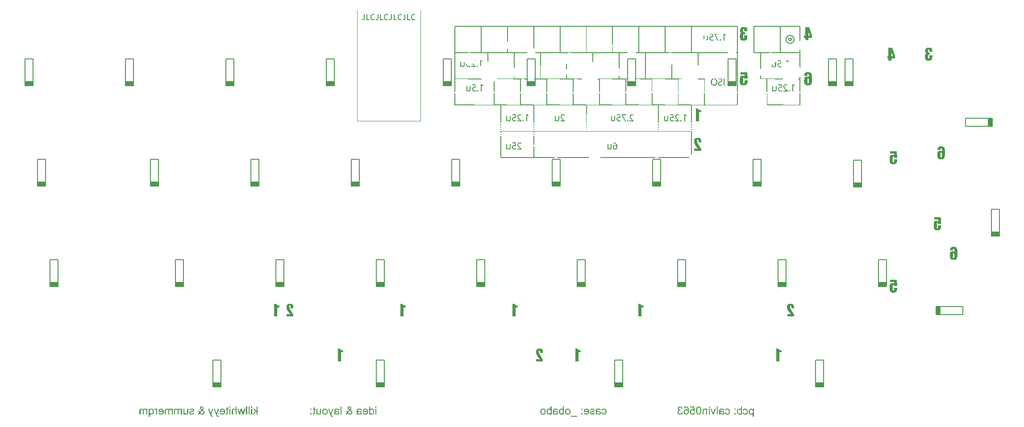
<source format=gbr>
%TF.GenerationSoftware,KiCad,Pcbnew,(7.0.0)*%
%TF.CreationDate,2023-08-24T19:00:58+02:00*%
%TF.ProjectId,QAZISOKLEWTFBBQ,51415a49-534f-44b4-9c45-575446424251,rev?*%
%TF.SameCoordinates,Original*%
%TF.FileFunction,Legend,Bot*%
%TF.FilePolarity,Positive*%
%FSLAX46Y46*%
G04 Gerber Fmt 4.6, Leading zero omitted, Abs format (unit mm)*
G04 Created by KiCad (PCBNEW (7.0.0)) date 2023-08-24 19:00:58*
%MOMM*%
%LPD*%
G01*
G04 APERTURE LIST*
%ADD10C,0.000000*%
%ADD11C,0.100000*%
%ADD12C,0.150000*%
%ADD13C,0.120000*%
G04 APERTURE END LIST*
D10*
G36*
X102464890Y-97084743D02*
G01*
X102464936Y-97085354D01*
X102465349Y-97102383D01*
X102465224Y-97110980D01*
X102464846Y-97119582D01*
X102464210Y-97128195D01*
X102463310Y-97136823D01*
X102462142Y-97145473D01*
X102460700Y-97154148D01*
X102458979Y-97162854D01*
X102456974Y-97171596D01*
X102454679Y-97180379D01*
X102452090Y-97189210D01*
X102449201Y-97198091D01*
X102446007Y-97207030D01*
X102442504Y-97216031D01*
X102438684Y-97225098D01*
X102434545Y-97234238D01*
X102430079Y-97243456D01*
X102419828Y-97262634D01*
X102407593Y-97283135D01*
X102393375Y-97304958D01*
X102377174Y-97328103D01*
X102358989Y-97352571D01*
X102338820Y-97378361D01*
X102316667Y-97405473D01*
X102292530Y-97433909D01*
X102314681Y-97444612D01*
X102336165Y-97455559D01*
X102356978Y-97466743D01*
X102377114Y-97478159D01*
X102396568Y-97489803D01*
X102415335Y-97501669D01*
X102433410Y-97513752D01*
X102450788Y-97526046D01*
X102467463Y-97538548D01*
X102483431Y-97551251D01*
X102498686Y-97564150D01*
X102513223Y-97577240D01*
X102527037Y-97590517D01*
X102540123Y-97603974D01*
X102552475Y-97617607D01*
X102564089Y-97631410D01*
X102575001Y-97645422D01*
X102585245Y-97659681D01*
X102594818Y-97674189D01*
X102603714Y-97688944D01*
X102611928Y-97703948D01*
X102619455Y-97719199D01*
X102626290Y-97734698D01*
X102632426Y-97750445D01*
X102637861Y-97766440D01*
X102642587Y-97782683D01*
X102646600Y-97799174D01*
X102649896Y-97815913D01*
X102652468Y-97832900D01*
X102654311Y-97850135D01*
X102655421Y-97867618D01*
X102655497Y-97871244D01*
X102655792Y-97885349D01*
X102655378Y-97905064D01*
X102654132Y-97924531D01*
X102652049Y-97943750D01*
X102649124Y-97962721D01*
X102645352Y-97981444D01*
X102640727Y-97999918D01*
X102635245Y-98018145D01*
X102628900Y-98036124D01*
X102621687Y-98053855D01*
X102613601Y-98071337D01*
X102604637Y-98088572D01*
X102594790Y-98105559D01*
X102584054Y-98122299D01*
X102572425Y-98138790D01*
X102559897Y-98155034D01*
X102546465Y-98171029D01*
X102528900Y-98190248D01*
X102510592Y-98208226D01*
X102491539Y-98224964D01*
X102471742Y-98240463D01*
X102451201Y-98254722D01*
X102429916Y-98267741D01*
X102407887Y-98279520D01*
X102385114Y-98290059D01*
X102361597Y-98299359D01*
X102337336Y-98307418D01*
X102312331Y-98314238D01*
X102286581Y-98319817D01*
X102260088Y-98324157D01*
X102232851Y-98327257D01*
X102204870Y-98329117D01*
X102176145Y-98329737D01*
X102160354Y-98329530D01*
X102144724Y-98328911D01*
X102129249Y-98327877D01*
X102113924Y-98326431D01*
X102098743Y-98324572D01*
X102083703Y-98322299D01*
X102068797Y-98319612D01*
X102054020Y-98316513D01*
X102039367Y-98313000D01*
X102024833Y-98309073D01*
X102010413Y-98304734D01*
X101996102Y-98299980D01*
X101981893Y-98294814D01*
X101967783Y-98289234D01*
X101953765Y-98283240D01*
X101939835Y-98276833D01*
X101926030Y-98270635D01*
X101912391Y-98263952D01*
X101898917Y-98256794D01*
X101885609Y-98249170D01*
X101872466Y-98241092D01*
X101859489Y-98232570D01*
X101846677Y-98223614D01*
X101834031Y-98214234D01*
X101821549Y-98204441D01*
X101809233Y-98194245D01*
X101797083Y-98183656D01*
X101785097Y-98172685D01*
X101773276Y-98161341D01*
X101761621Y-98149637D01*
X101750131Y-98137580D01*
X101738805Y-98125183D01*
X101738826Y-98128707D01*
X101723656Y-98146273D01*
X101708569Y-98163267D01*
X101693565Y-98179691D01*
X101678644Y-98195553D01*
X101663806Y-98210857D01*
X101649051Y-98225608D01*
X101634378Y-98239811D01*
X101619789Y-98253472D01*
X101605281Y-98266595D01*
X101590857Y-98279186D01*
X101576515Y-98291251D01*
X101562256Y-98302793D01*
X101548079Y-98313819D01*
X101533985Y-98324333D01*
X101519974Y-98334341D01*
X101506045Y-98343848D01*
X101382602Y-98195717D01*
X101399011Y-98183648D01*
X101415177Y-98171248D01*
X101431106Y-98158518D01*
X101446802Y-98145458D01*
X101462271Y-98132066D01*
X101477518Y-98118344D01*
X101492548Y-98104292D01*
X101507366Y-98089908D01*
X101521977Y-98075195D01*
X101536387Y-98060150D01*
X101550601Y-98044775D01*
X101564624Y-98029070D01*
X101578462Y-98013033D01*
X101592119Y-97996667D01*
X101605600Y-97979969D01*
X101609206Y-97975356D01*
X101856552Y-97975356D01*
X101862541Y-97983359D01*
X101870077Y-97993025D01*
X101877798Y-98002514D01*
X101885715Y-98011823D01*
X101893839Y-98020946D01*
X101902179Y-98029877D01*
X101910747Y-98038612D01*
X101919551Y-98047146D01*
X101928604Y-98055473D01*
X101937915Y-98063588D01*
X101947495Y-98071487D01*
X101957353Y-98079163D01*
X101967502Y-98086612D01*
X101977950Y-98093828D01*
X101988708Y-98100807D01*
X101999787Y-98107543D01*
X102010988Y-98113950D01*
X102022111Y-98119943D01*
X102033162Y-98125522D01*
X102044147Y-98130689D01*
X102055069Y-98135442D01*
X102065935Y-98139782D01*
X102076749Y-98143708D01*
X102087516Y-98147221D01*
X102098243Y-98150321D01*
X102108933Y-98153008D01*
X102119592Y-98155281D01*
X102130226Y-98157141D01*
X102140839Y-98158588D01*
X102151437Y-98159621D01*
X102162024Y-98160241D01*
X102172606Y-98160447D01*
X102189513Y-98160075D01*
X102205851Y-98158952D01*
X102221631Y-98157076D01*
X102236863Y-98154440D01*
X102251558Y-98151040D01*
X102265726Y-98146869D01*
X102279377Y-98141924D01*
X102292521Y-98136198D01*
X102305170Y-98129688D01*
X102317332Y-98122386D01*
X102329019Y-98114290D01*
X102340241Y-98105392D01*
X102351008Y-98095689D01*
X102361331Y-98085174D01*
X102371219Y-98073844D01*
X102380684Y-98061692D01*
X102389652Y-98049170D01*
X102398042Y-98036730D01*
X102405854Y-98024373D01*
X102413087Y-98012098D01*
X102419742Y-97999906D01*
X102425817Y-97987796D01*
X102431315Y-97975769D01*
X102436233Y-97963825D01*
X102440574Y-97951963D01*
X102444335Y-97940184D01*
X102447518Y-97928487D01*
X102450122Y-97916873D01*
X102452148Y-97905342D01*
X102453594Y-97893893D01*
X102454462Y-97882527D01*
X102454752Y-97871244D01*
X102454545Y-97861985D01*
X102453925Y-97852721D01*
X102452892Y-97843447D01*
X102451445Y-97834157D01*
X102449585Y-97824847D01*
X102447312Y-97815510D01*
X102444626Y-97806143D01*
X102441526Y-97796740D01*
X102438013Y-97787295D01*
X102434086Y-97777803D01*
X102429746Y-97768260D01*
X102424993Y-97758660D01*
X102419827Y-97748999D01*
X102414247Y-97739269D01*
X102408254Y-97729468D01*
X102401847Y-97719589D01*
X102394863Y-97710249D01*
X102387130Y-97700749D01*
X102378642Y-97691094D01*
X102369395Y-97681289D01*
X102359382Y-97671340D01*
X102348600Y-97661251D01*
X102337042Y-97651027D01*
X102324704Y-97640675D01*
X102311581Y-97630198D01*
X102297667Y-97619603D01*
X102282957Y-97608894D01*
X102267446Y-97598077D01*
X102251129Y-97587157D01*
X102234000Y-97576138D01*
X102216055Y-97565027D01*
X102197288Y-97553828D01*
X101856552Y-97975356D01*
X101609206Y-97975356D01*
X101618911Y-97962941D01*
X101598252Y-97928884D01*
X101578625Y-97892844D01*
X101560073Y-97854819D01*
X101542636Y-97814812D01*
X101526358Y-97772820D01*
X101511278Y-97728845D01*
X101497439Y-97682886D01*
X101484881Y-97634944D01*
X101678863Y-97592622D01*
X101685804Y-97622546D01*
X101693407Y-97651478D01*
X101701672Y-97679418D01*
X101710599Y-97706367D01*
X101720188Y-97732323D01*
X101730438Y-97757287D01*
X101741349Y-97781259D01*
X101752921Y-97804239D01*
X102024490Y-97458602D01*
X101989896Y-97439176D01*
X101957534Y-97419255D01*
X101927404Y-97398838D01*
X101899506Y-97377925D01*
X101873840Y-97356515D01*
X101850406Y-97334610D01*
X101829203Y-97312209D01*
X101810233Y-97289312D01*
X101793494Y-97265919D01*
X101785962Y-97254036D01*
X101778988Y-97242030D01*
X101772571Y-97229899D01*
X101766713Y-97217645D01*
X101761412Y-97205266D01*
X101756670Y-97192763D01*
X101752485Y-97180137D01*
X101748858Y-97167386D01*
X101745790Y-97154511D01*
X101743279Y-97141512D01*
X101741326Y-97128390D01*
X101739931Y-97115143D01*
X101739094Y-97101772D01*
X101738888Y-97091796D01*
X101925719Y-97091796D01*
X101925883Y-97100310D01*
X101926367Y-97108665D01*
X101927161Y-97116864D01*
X101928254Y-97124914D01*
X101929637Y-97132819D01*
X101931299Y-97140585D01*
X101933229Y-97148217D01*
X101935418Y-97155719D01*
X101937855Y-97163098D01*
X101940529Y-97170358D01*
X101943431Y-97177504D01*
X101946550Y-97184541D01*
X101949875Y-97191476D01*
X101953397Y-97198312D01*
X101957105Y-97205055D01*
X101960989Y-97211710D01*
X101965326Y-97218406D01*
X101970403Y-97225261D01*
X101976213Y-97232272D01*
X101982752Y-97239432D01*
X101990015Y-97246736D01*
X101997995Y-97254180D01*
X102006689Y-97261758D01*
X102016091Y-97269465D01*
X102026196Y-97277297D01*
X102036998Y-97285246D01*
X102048493Y-97293310D01*
X102060675Y-97301482D01*
X102073539Y-97309758D01*
X102087080Y-97318132D01*
X102116173Y-97335153D01*
X102123231Y-97335153D01*
X102204357Y-97239927D01*
X102220058Y-97218820D01*
X102227600Y-97208371D01*
X102234770Y-97198045D01*
X102241444Y-97187886D01*
X102244557Y-97182881D01*
X102247499Y-97177932D01*
X102250255Y-97173046D01*
X102252809Y-97168227D01*
X102255146Y-97163480D01*
X102257251Y-97158811D01*
X102259193Y-97154452D01*
X102261048Y-97150564D01*
X102264472Y-97143764D01*
X102267483Y-97137543D01*
X102268820Y-97134378D01*
X102270038Y-97131033D01*
X102271132Y-97127398D01*
X102272097Y-97123366D01*
X102272928Y-97118827D01*
X102273619Y-97113674D01*
X102274165Y-97107797D01*
X102274562Y-97101089D01*
X102274804Y-97093440D01*
X102274885Y-97084743D01*
X102274718Y-97075608D01*
X102274210Y-97066716D01*
X102273349Y-97058062D01*
X102272127Y-97049640D01*
X102270533Y-97041445D01*
X102268556Y-97033472D01*
X102266187Y-97025717D01*
X102263415Y-97018173D01*
X102260230Y-97010836D01*
X102256621Y-97003700D01*
X102252578Y-96996761D01*
X102248091Y-96990012D01*
X102243151Y-96983450D01*
X102237745Y-96977069D01*
X102231865Y-96970864D01*
X102225500Y-96964829D01*
X102218806Y-96959043D01*
X102211947Y-96953594D01*
X102204922Y-96948486D01*
X102197732Y-96943723D01*
X102190376Y-96939312D01*
X102182855Y-96935258D01*
X102175168Y-96931565D01*
X102167316Y-96928238D01*
X102159299Y-96925284D01*
X102151115Y-96922707D01*
X102142766Y-96920512D01*
X102134252Y-96918705D01*
X102125572Y-96917290D01*
X102116726Y-96916273D01*
X102107715Y-96915659D01*
X102098538Y-96915453D01*
X102089364Y-96915659D01*
X102080360Y-96916273D01*
X102071532Y-96917290D01*
X102062885Y-96918705D01*
X102054423Y-96920512D01*
X102046153Y-96922707D01*
X102038080Y-96925284D01*
X102030207Y-96928238D01*
X102022541Y-96931565D01*
X102015087Y-96935258D01*
X102007850Y-96939312D01*
X102000834Y-96943723D01*
X101994046Y-96948486D01*
X101987490Y-96953594D01*
X101981171Y-96959043D01*
X101975095Y-96964829D01*
X101969308Y-96970904D01*
X101963857Y-96977228D01*
X101958748Y-96983799D01*
X101953985Y-96990619D01*
X101949574Y-96997687D01*
X101945519Y-97005002D01*
X101941826Y-97012566D01*
X101938501Y-97020378D01*
X101935547Y-97028437D01*
X101932970Y-97036745D01*
X101930776Y-97045300D01*
X101928969Y-97054104D01*
X101927555Y-97063155D01*
X101926539Y-97072454D01*
X101925925Y-97082001D01*
X101925719Y-97091796D01*
X101738888Y-97091796D01*
X101738815Y-97088277D01*
X101739188Y-97071870D01*
X101740310Y-97055717D01*
X101742186Y-97039821D01*
X101744822Y-97024189D01*
X101748222Y-97008826D01*
X101752392Y-96993737D01*
X101757337Y-96978926D01*
X101763062Y-96964400D01*
X101769572Y-96950162D01*
X101776873Y-96936219D01*
X101784969Y-96922576D01*
X101793866Y-96909237D01*
X101803569Y-96896208D01*
X101814084Y-96883493D01*
X101825414Y-96871099D01*
X101837566Y-96859030D01*
X101850298Y-96847499D01*
X101863377Y-96836711D01*
X101876817Y-96826667D01*
X101890634Y-96817368D01*
X101904844Y-96808812D01*
X101919461Y-96801001D01*
X101934503Y-96793933D01*
X101949984Y-96787610D01*
X101965919Y-96782030D01*
X101982325Y-96777194D01*
X101999216Y-96773103D01*
X102016608Y-96769755D01*
X102034518Y-96767151D01*
X102052959Y-96765292D01*
X102071948Y-96764176D01*
X102091500Y-96763804D01*
X102111174Y-96764216D01*
X102130506Y-96765450D01*
X102149487Y-96767500D01*
X102168106Y-96770361D01*
X102186352Y-96774028D01*
X102204216Y-96778496D01*
X102221687Y-96783759D01*
X102238755Y-96789813D01*
X102255410Y-96796652D01*
X102271641Y-96804271D01*
X102287437Y-96812666D01*
X102302790Y-96821830D01*
X102317688Y-96831759D01*
X102332121Y-96842448D01*
X102346078Y-96853891D01*
X102359551Y-96866083D01*
X102372361Y-96878772D01*
X102384346Y-96891715D01*
X102395504Y-96904916D01*
X102405836Y-96918380D01*
X102415341Y-96932113D01*
X102424020Y-96946120D01*
X102431872Y-96960405D01*
X102438898Y-96974975D01*
X102445097Y-96989834D01*
X102450470Y-97004988D01*
X102455016Y-97020441D01*
X102458736Y-97036199D01*
X102461629Y-97052267D01*
X102463696Y-97068650D01*
X102464890Y-97084743D01*
G37*
G36*
X139614130Y-39518757D02*
G01*
X139469523Y-39518757D01*
X139469523Y-37356769D01*
X139614130Y-37356769D01*
X139614130Y-39518757D01*
G37*
G36*
X127145597Y-29553908D02*
G01*
X127144092Y-29563012D01*
X127142049Y-29571982D01*
X127139490Y-29580791D01*
X127136435Y-29589415D01*
X127132905Y-29597826D01*
X127128920Y-29606000D01*
X127124501Y-29613911D01*
X127119669Y-29621532D01*
X127114444Y-29628838D01*
X127108848Y-29635803D01*
X127102899Y-29642402D01*
X127096620Y-29648607D01*
X127090031Y-29654395D01*
X127083153Y-29659737D01*
X127076006Y-29664610D01*
X127068860Y-29659156D01*
X127061983Y-29653382D01*
X127055395Y-29647298D01*
X127049117Y-29640914D01*
X127043169Y-29634240D01*
X127037572Y-29627288D01*
X127032347Y-29620067D01*
X127027514Y-29612588D01*
X127023095Y-29604861D01*
X127019109Y-29596896D01*
X127015578Y-29588704D01*
X127012523Y-29580295D01*
X127009963Y-29571679D01*
X127007920Y-29562867D01*
X127007099Y-29558391D01*
X127006414Y-29553869D01*
X127005870Y-29549304D01*
X127005467Y-29544696D01*
X127146545Y-29544696D01*
X127145597Y-29553908D01*
G37*
G36*
X137120613Y-43867419D02*
G01*
X136972477Y-43867419D01*
X136972477Y-43666386D01*
X137120613Y-43666386D01*
X137120613Y-43867419D01*
G37*
G36*
X159491803Y-34565395D02*
G01*
X159498687Y-34571169D01*
X159505293Y-34577253D01*
X159511604Y-34583637D01*
X159517605Y-34590311D01*
X159523281Y-34597263D01*
X159528615Y-34604484D01*
X159533593Y-34611963D01*
X159538199Y-34619690D01*
X159542418Y-34627655D01*
X159546233Y-34635847D01*
X159549630Y-34644256D01*
X159552593Y-34652871D01*
X159555107Y-34661683D01*
X159557155Y-34670682D01*
X159558723Y-34679855D01*
X159414121Y-34679855D01*
X159415068Y-34670643D01*
X159416579Y-34661539D01*
X159418638Y-34652569D01*
X159421228Y-34643760D01*
X159424336Y-34635136D01*
X159427944Y-34626724D01*
X159432039Y-34618550D01*
X159436603Y-34610640D01*
X159441623Y-34603019D01*
X159447081Y-34595712D01*
X159452964Y-34588747D01*
X159459254Y-34582149D01*
X159465938Y-34575943D01*
X159472998Y-34570156D01*
X159480420Y-34564814D01*
X159486249Y-34561158D01*
X159491803Y-34565395D01*
G37*
G36*
X143356165Y-34514091D02*
G01*
X143352636Y-34514092D01*
X143352636Y-34528200D01*
X143208039Y-34528200D01*
X143208039Y-33932154D01*
X143219157Y-33920129D01*
X143230026Y-33907865D01*
X143240647Y-33895375D01*
X143251020Y-33882667D01*
X143261146Y-33869753D01*
X143271023Y-33856643D01*
X143280653Y-33843346D01*
X143290035Y-33829874D01*
X143299169Y-33816237D01*
X143308055Y-33802444D01*
X143316693Y-33788507D01*
X143325083Y-33774436D01*
X143341120Y-33745931D01*
X143356165Y-33717013D01*
X143356165Y-34514091D01*
G37*
G36*
X164472871Y-39638367D02*
G01*
X164477736Y-39641419D01*
X164482746Y-39644296D01*
X164487891Y-39646992D01*
X164493159Y-39649502D01*
X164498541Y-39651820D01*
X164504026Y-39653943D01*
X164509604Y-39655864D01*
X164515264Y-39657578D01*
X164520997Y-39659081D01*
X164526792Y-39660367D01*
X164532638Y-39661430D01*
X164538526Y-39662266D01*
X164544445Y-39662870D01*
X164550384Y-39663236D01*
X164556334Y-39663359D01*
X167032216Y-39663359D01*
X167032216Y-42964533D01*
X166880561Y-42964533D01*
X166880561Y-39677467D01*
X166887614Y-39677467D01*
X160817823Y-39663359D01*
X164379991Y-39663359D01*
X164385941Y-39663197D01*
X164391880Y-39662725D01*
X164397799Y-39661964D01*
X164403686Y-39660934D01*
X164409533Y-39659657D01*
X164415327Y-39658152D01*
X164421060Y-39656440D01*
X164426720Y-39654542D01*
X164432298Y-39652479D01*
X164437783Y-39650271D01*
X164443164Y-39647939D01*
X164448432Y-39645504D01*
X164458585Y-39640407D01*
X164468160Y-39635144D01*
X164472871Y-39638367D01*
G37*
G36*
X137127661Y-42968059D02*
G01*
X137120613Y-42968059D01*
X137120613Y-39666886D01*
X137138238Y-39666886D01*
X137127661Y-42968059D01*
G37*
G36*
X147492332Y-49559829D02*
G01*
X147487235Y-49578345D01*
X147482633Y-49596862D01*
X147478693Y-49615378D01*
X147477022Y-49624636D01*
X147475578Y-49633893D01*
X141553922Y-49633893D01*
X141553922Y-49485765D01*
X147514371Y-49485765D01*
X147492332Y-49559829D01*
G37*
G36*
X147094671Y-43867419D02*
G01*
X146946546Y-43867419D01*
X146946546Y-43666386D01*
X147094671Y-43666386D01*
X147094671Y-43867419D01*
G37*
G36*
X83148524Y-98305049D02*
G01*
X82961600Y-98305049D01*
X82961600Y-96792015D01*
X83148524Y-96792015D01*
X83148524Y-98305049D01*
G37*
G36*
X166537565Y-49559829D02*
G01*
X166532468Y-49578345D01*
X166527867Y-49596862D01*
X166523927Y-49615378D01*
X166522256Y-49624636D01*
X166520813Y-49633893D01*
X160599158Y-49633893D01*
X160599158Y-49485765D01*
X166559607Y-49485765D01*
X166537565Y-49559829D01*
G37*
G36*
X135752181Y-29541169D02*
G01*
X135753944Y-29542932D01*
X135755700Y-29544696D01*
X133396213Y-29544696D01*
X133390263Y-29544858D01*
X133384324Y-29545330D01*
X133378405Y-29546091D01*
X133372518Y-29547121D01*
X133366671Y-29548398D01*
X133360876Y-29549904D01*
X133355144Y-29551615D01*
X133349483Y-29553513D01*
X133343905Y-29555576D01*
X133338420Y-29557784D01*
X133333038Y-29560116D01*
X133327770Y-29562551D01*
X133317615Y-29567648D01*
X133308039Y-29572911D01*
X133303328Y-29569688D01*
X133298463Y-29566635D01*
X133293453Y-29563759D01*
X133288308Y-29561063D01*
X133283040Y-29558553D01*
X133277658Y-29556234D01*
X133272173Y-29554111D01*
X133266595Y-29552190D01*
X133260935Y-29550476D01*
X133255202Y-29548974D01*
X133249407Y-29547688D01*
X133243561Y-29546625D01*
X133237673Y-29545789D01*
X133231754Y-29545185D01*
X133225815Y-29544819D01*
X133219865Y-29544696D01*
X132133589Y-29544696D01*
X132133589Y-29530588D01*
X135752181Y-29541169D01*
G37*
G36*
X173842652Y-29541169D02*
G01*
X173846176Y-29544696D01*
X168337167Y-29544696D01*
X168329313Y-29544899D01*
X168321613Y-29545495D01*
X168314058Y-29546463D01*
X168306638Y-29547782D01*
X168299341Y-29549432D01*
X168292158Y-29551391D01*
X168285078Y-29553640D01*
X168278092Y-29556158D01*
X168271188Y-29558924D01*
X168264356Y-29561917D01*
X168257586Y-29565117D01*
X168250868Y-29568502D01*
X168237546Y-29575749D01*
X168224306Y-29583492D01*
X168218933Y-29579569D01*
X168213401Y-29575749D01*
X168207713Y-29572054D01*
X168201876Y-29568503D01*
X168195894Y-29565117D01*
X168189773Y-29561917D01*
X168183517Y-29558924D01*
X168177132Y-29556158D01*
X168170624Y-29553641D01*
X168163996Y-29551392D01*
X168157255Y-29549432D01*
X168150405Y-29547782D01*
X168143453Y-29546463D01*
X168136402Y-29545495D01*
X168129258Y-29544899D01*
X168122026Y-29544696D01*
X167035740Y-29544696D01*
X167035740Y-29530588D01*
X173842652Y-29541169D01*
G37*
G36*
X154568170Y-37102833D02*
G01*
X154416515Y-37102833D01*
X154416515Y-34690437D01*
X154423563Y-34690437D01*
X154423563Y-34676329D01*
X154568170Y-34676329D01*
X154568170Y-37102833D01*
G37*
G36*
X138364655Y-34537412D02*
G01*
X138363149Y-34546516D01*
X138361107Y-34555485D01*
X138358548Y-34564295D01*
X138355493Y-34572918D01*
X138351962Y-34581330D01*
X138347978Y-34589504D01*
X138343559Y-34597415D01*
X138338727Y-34605036D01*
X138333502Y-34612342D01*
X138327905Y-34619307D01*
X138321957Y-34625905D01*
X138315678Y-34632111D01*
X138309089Y-34637898D01*
X138302210Y-34643241D01*
X138295063Y-34648113D01*
X138287918Y-34642659D01*
X138281040Y-34636885D01*
X138274452Y-34630801D01*
X138268174Y-34624417D01*
X138262226Y-34617744D01*
X138256629Y-34610792D01*
X138251404Y-34603571D01*
X138246571Y-34596092D01*
X138242152Y-34588365D01*
X138238167Y-34580400D01*
X138234636Y-34572208D01*
X138231580Y-34563799D01*
X138229020Y-34555183D01*
X138226977Y-34546371D01*
X138226156Y-34541895D01*
X138225472Y-34537373D01*
X138224927Y-34532807D01*
X138224524Y-34528199D01*
X138365602Y-34528199D01*
X138364655Y-34537412D01*
G37*
G36*
X184166478Y-34547873D02*
G01*
X184181474Y-34567216D01*
X184196718Y-34586228D01*
X184212169Y-34604909D01*
X184227784Y-34623260D01*
X184243525Y-34641280D01*
X184259348Y-34658969D01*
X184275214Y-34676328D01*
X181220924Y-34676328D01*
X181221759Y-34668455D01*
X181222939Y-34660715D01*
X181224456Y-34653114D01*
X181226303Y-34645660D01*
X181228473Y-34638361D01*
X181230959Y-34631225D01*
X181233753Y-34624260D01*
X181236849Y-34617472D01*
X181240240Y-34610871D01*
X181243917Y-34604464D01*
X181247875Y-34598258D01*
X181252107Y-34592261D01*
X181256604Y-34586481D01*
X181261360Y-34580926D01*
X181266369Y-34575603D01*
X181271622Y-34570521D01*
X181277112Y-34565687D01*
X181282833Y-34561108D01*
X181288778Y-34556793D01*
X181294939Y-34552749D01*
X181301309Y-34548984D01*
X181307882Y-34545506D01*
X181314649Y-34542322D01*
X181321604Y-34539441D01*
X181328740Y-34536869D01*
X181336050Y-34534616D01*
X181343527Y-34532687D01*
X181351163Y-34531092D01*
X181358951Y-34529838D01*
X181366885Y-34528933D01*
X181374957Y-34528384D01*
X181383160Y-34528199D01*
X184151770Y-34528199D01*
X184166478Y-34547873D01*
G37*
G36*
X168331014Y-29692887D02*
G01*
X168328434Y-29693070D01*
X168325900Y-29693372D01*
X168323415Y-29693790D01*
X168320982Y-29694322D01*
X168318603Y-29694964D01*
X168316281Y-29695716D01*
X168314019Y-29696573D01*
X168311818Y-29697533D01*
X168309682Y-29698595D01*
X168307613Y-29699754D01*
X168305614Y-29701009D01*
X168303687Y-29702357D01*
X168301835Y-29703795D01*
X168300061Y-29705321D01*
X168298367Y-29706933D01*
X168296755Y-29708627D01*
X168295229Y-29710401D01*
X168293790Y-29712253D01*
X168292442Y-29714180D01*
X168291187Y-29716178D01*
X168290028Y-29718247D01*
X168288966Y-29720383D01*
X168288006Y-29722583D01*
X168287148Y-29724846D01*
X168286397Y-29727168D01*
X168285754Y-29729546D01*
X168285222Y-29731979D01*
X168284804Y-29734464D01*
X168284502Y-29736997D01*
X168284319Y-29739577D01*
X168284258Y-29742201D01*
X168284258Y-29692825D01*
X168333638Y-29692825D01*
X168331014Y-29692887D01*
G37*
G36*
X146735095Y-97949271D02*
G01*
X146734939Y-97948841D01*
X146738458Y-97948836D01*
X146735095Y-97949271D01*
G37*
G36*
X147546459Y-97649050D02*
G01*
X147548311Y-97664180D01*
X147551014Y-97695980D01*
X147552632Y-97728566D01*
X147553170Y-97761916D01*
X147552632Y-97795147D01*
X147551014Y-97827391D01*
X147548311Y-97858654D01*
X147544518Y-97888939D01*
X147539630Y-97918254D01*
X147533642Y-97946603D01*
X147526548Y-97973990D01*
X147518343Y-98000422D01*
X147509023Y-98025903D01*
X147498581Y-98050439D01*
X147487013Y-98074034D01*
X147474313Y-98096695D01*
X147460477Y-98118425D01*
X147445499Y-98139230D01*
X147429374Y-98159116D01*
X147412097Y-98178087D01*
X147394489Y-98196025D01*
X147376055Y-98212806D01*
X147356795Y-98228429D01*
X147336708Y-98242895D01*
X147315795Y-98256204D01*
X147294055Y-98268355D01*
X147271489Y-98279349D01*
X147248096Y-98289186D01*
X147223876Y-98297866D01*
X147198830Y-98305388D01*
X147172957Y-98311753D01*
X147146257Y-98316960D01*
X147118731Y-98321011D01*
X147090377Y-98323904D01*
X147061197Y-98325640D01*
X147031190Y-98326218D01*
X147007632Y-98325847D01*
X146984575Y-98324737D01*
X146962024Y-98322894D01*
X146939984Y-98320322D01*
X146918462Y-98317027D01*
X146897461Y-98313013D01*
X146876987Y-98308287D01*
X146857046Y-98302853D01*
X146837642Y-98296717D01*
X146818780Y-98289883D01*
X146800466Y-98282356D01*
X146782705Y-98274143D01*
X146765502Y-98265247D01*
X146748863Y-98255675D01*
X146732791Y-98245431D01*
X146717294Y-98234520D01*
X146702374Y-98222949D01*
X146688032Y-98210721D01*
X146674269Y-98197842D01*
X146661085Y-98184317D01*
X146648479Y-98170152D01*
X146636452Y-98155351D01*
X146625003Y-98139920D01*
X146614133Y-98123863D01*
X146603842Y-98107187D01*
X146594129Y-98089896D01*
X146584995Y-98071995D01*
X146576439Y-98053490D01*
X146568463Y-98034386D01*
X146561064Y-98014687D01*
X146554245Y-97994400D01*
X146548004Y-97973528D01*
X146735095Y-97949271D01*
X146740352Y-97963763D01*
X146746014Y-97978112D01*
X146751924Y-97991892D01*
X146758082Y-98005109D01*
X146764488Y-98017768D01*
X146771143Y-98029874D01*
X146778045Y-98041432D01*
X146785195Y-98052448D01*
X146792593Y-98062926D01*
X146800239Y-98072872D01*
X146808134Y-98082291D01*
X146816276Y-98091187D01*
X146824666Y-98099567D01*
X146833304Y-98107436D01*
X146842190Y-98114798D01*
X146851324Y-98121659D01*
X146860705Y-98128065D01*
X146870329Y-98134059D01*
X146880191Y-98139638D01*
X146890285Y-98144805D01*
X146900607Y-98149558D01*
X146911151Y-98153898D01*
X146921912Y-98157824D01*
X146932885Y-98161337D01*
X146944064Y-98164437D01*
X146955445Y-98167124D01*
X146967022Y-98169397D01*
X146978791Y-98171257D01*
X146990745Y-98172703D01*
X147002880Y-98173737D01*
X147015191Y-98174357D01*
X147027671Y-98174563D01*
X147044698Y-98174230D01*
X147061389Y-98173220D01*
X147077739Y-98171517D01*
X147093743Y-98169107D01*
X147109395Y-98165973D01*
X147124692Y-98162100D01*
X147139627Y-98157474D01*
X147154195Y-98152077D01*
X147168391Y-98145895D01*
X147182210Y-98138913D01*
X147195647Y-98131114D01*
X147208696Y-98122484D01*
X147221352Y-98113006D01*
X147233611Y-98102666D01*
X147245466Y-98091448D01*
X147256913Y-98079337D01*
X147267866Y-98066482D01*
X147278234Y-98053044D01*
X147288013Y-98039016D01*
X147297198Y-98024394D01*
X147305784Y-98009173D01*
X147313765Y-97993348D01*
X147321136Y-97976913D01*
X147327892Y-97959863D01*
X147334028Y-97942193D01*
X147339539Y-97923898D01*
X147344420Y-97904973D01*
X147348666Y-97885413D01*
X147352271Y-97865212D01*
X147355231Y-97844365D01*
X147357540Y-97822868D01*
X147359193Y-97800715D01*
X146540946Y-97800715D01*
X146540946Y-97751334D01*
X146541523Y-97717443D01*
X146543247Y-97684543D01*
X146546107Y-97652636D01*
X146546569Y-97649050D01*
X146734929Y-97649050D01*
X147345077Y-97649050D01*
X147344084Y-97631403D01*
X147342431Y-97614175D01*
X147340116Y-97597370D01*
X147337140Y-97580994D01*
X147333503Y-97565051D01*
X147329204Y-97549548D01*
X147324244Y-97534489D01*
X147318623Y-97519879D01*
X147312341Y-97505724D01*
X147305397Y-97492029D01*
X147297792Y-97478798D01*
X147289525Y-97466038D01*
X147280597Y-97453753D01*
X147271008Y-97441949D01*
X147260757Y-97430631D01*
X147249845Y-97419803D01*
X147239061Y-97409553D01*
X147227873Y-97399963D01*
X147216293Y-97391035D01*
X147204330Y-97382769D01*
X147191995Y-97375164D01*
X147179298Y-97368220D01*
X147166250Y-97361937D01*
X147152860Y-97356316D01*
X147139140Y-97351356D01*
X147125100Y-97347057D01*
X147110749Y-97343420D01*
X147096099Y-97340444D01*
X147081160Y-97338129D01*
X147065941Y-97336476D01*
X147050454Y-97335484D01*
X147034709Y-97335153D01*
X147017681Y-97335567D01*
X147000989Y-97336807D01*
X146984638Y-97338874D01*
X146968634Y-97341767D01*
X146952980Y-97345487D01*
X146937684Y-97350034D01*
X146922749Y-97355407D01*
X146908181Y-97361607D01*
X146893984Y-97368634D01*
X146880165Y-97376487D01*
X146866728Y-97385167D01*
X146853679Y-97394673D01*
X146841022Y-97405005D01*
X146828762Y-97416164D01*
X146816906Y-97428150D01*
X146805457Y-97440962D01*
X146798351Y-97449847D01*
X146791579Y-97459305D01*
X146785149Y-97469332D01*
X146779065Y-97479922D01*
X146773331Y-97491070D01*
X146767954Y-97502771D01*
X146762939Y-97515020D01*
X146758290Y-97527812D01*
X146754014Y-97541140D01*
X146750114Y-97555001D01*
X146746597Y-97569389D01*
X146743467Y-97584298D01*
X146740731Y-97599724D01*
X146738392Y-97615662D01*
X146736456Y-97632105D01*
X146734929Y-97649050D01*
X146546569Y-97649050D01*
X146550094Y-97621720D01*
X146555197Y-97591797D01*
X146561405Y-97562866D01*
X146568708Y-97534926D01*
X146577097Y-97507979D01*
X146586560Y-97482023D01*
X146597087Y-97457060D01*
X146608669Y-97433089D01*
X146621294Y-97410109D01*
X146634952Y-97388121D01*
X146649634Y-97367126D01*
X146665328Y-97347122D01*
X146682024Y-97328111D01*
X146699510Y-97310173D01*
X146717590Y-97293392D01*
X146736280Y-97277769D01*
X146755595Y-97263303D01*
X146775550Y-97249994D01*
X146796161Y-97237843D01*
X146817444Y-97226849D01*
X146839414Y-97217012D01*
X146862086Y-97208332D01*
X146885476Y-97200810D01*
X146909600Y-97194445D01*
X146934474Y-97189238D01*
X146960111Y-97185187D01*
X146986529Y-97182294D01*
X147013743Y-97180558D01*
X147041767Y-97179980D01*
X147069874Y-97180559D01*
X147097319Y-97182301D01*
X147124102Y-97185210D01*
X147150224Y-97189292D01*
X147175685Y-97194552D01*
X147200484Y-97200995D01*
X147224622Y-97208626D01*
X147248098Y-97217450D01*
X147270913Y-97227474D01*
X147293067Y-97238701D01*
X147314559Y-97251137D01*
X147335389Y-97264787D01*
X147355558Y-97279657D01*
X147375066Y-97295751D01*
X147393912Y-97313075D01*
X147412097Y-97331634D01*
X147429373Y-97351347D01*
X147445498Y-97372112D01*
X147460475Y-97393911D01*
X147474311Y-97416723D01*
X147487011Y-97440526D01*
X147498579Y-97465301D01*
X147509021Y-97491026D01*
X147518341Y-97517680D01*
X147526546Y-97545244D01*
X147533641Y-97573697D01*
X147539629Y-97603017D01*
X147544518Y-97633185D01*
X147546459Y-97649050D01*
G37*
G36*
X125079770Y-36573800D02*
G01*
X125079240Y-36604803D01*
X125077674Y-36634349D01*
X125075112Y-36662470D01*
X125071594Y-36689195D01*
X125067159Y-36714557D01*
X125061846Y-36738586D01*
X125055695Y-36761312D01*
X125048745Y-36782768D01*
X125041036Y-36802984D01*
X125032606Y-36821991D01*
X125023496Y-36839820D01*
X125013745Y-36856502D01*
X125003392Y-36872069D01*
X124992476Y-36886550D01*
X124981037Y-36899977D01*
X124969115Y-36912382D01*
X124956748Y-36923794D01*
X124943976Y-36934246D01*
X124930838Y-36943767D01*
X124917375Y-36952390D01*
X124903625Y-36960145D01*
X124889627Y-36967062D01*
X124861047Y-36978511D01*
X124831950Y-36986984D01*
X124802652Y-36992729D01*
X124773467Y-36995994D01*
X124744710Y-36997027D01*
X124744730Y-37000554D01*
X124728736Y-37000258D01*
X124713152Y-36999386D01*
X124697976Y-36997962D01*
X124683205Y-36996007D01*
X124654870Y-36990603D01*
X124628126Y-36983360D01*
X124602953Y-36974464D01*
X124579329Y-36964100D01*
X124557234Y-36952455D01*
X124536647Y-36939715D01*
X124517549Y-36926065D01*
X124499917Y-36911692D01*
X124483733Y-36896782D01*
X124468974Y-36881521D01*
X124455620Y-36866094D01*
X124443652Y-36850688D01*
X124433047Y-36835489D01*
X124423786Y-36820682D01*
X124420257Y-36820682D01*
X124409670Y-36979393D01*
X124254486Y-36979393D01*
X124256816Y-36949944D01*
X124258567Y-36919711D01*
X124259821Y-36888568D01*
X124260662Y-36856392D01*
X124261434Y-36788445D01*
X124261544Y-36714876D01*
X124261544Y-36013023D01*
X124437882Y-36013023D01*
X124437882Y-36605541D01*
X124437964Y-36611491D01*
X124438206Y-36617431D01*
X124438603Y-36623350D01*
X124439150Y-36629238D01*
X124439841Y-36635084D01*
X124440673Y-36640879D01*
X124441638Y-36646612D01*
X124442733Y-36652273D01*
X124443951Y-36657851D01*
X124445289Y-36663336D01*
X124446740Y-36668718D01*
X124448299Y-36673986D01*
X124449961Y-36679130D01*
X124451722Y-36684139D01*
X124453575Y-36689004D01*
X124455516Y-36693714D01*
X124462044Y-36708283D01*
X124469713Y-36722811D01*
X124478509Y-36737173D01*
X124488416Y-36751247D01*
X124499418Y-36764906D01*
X124511500Y-36778029D01*
X124524646Y-36790490D01*
X124531613Y-36796434D01*
X124538840Y-36802166D01*
X124546326Y-36807671D01*
X124554068Y-36812933D01*
X124562065Y-36817936D01*
X124570314Y-36822666D01*
X124578813Y-36827107D01*
X124587561Y-36831242D01*
X124596556Y-36835058D01*
X124605796Y-36838537D01*
X124615278Y-36841665D01*
X124625001Y-36844427D01*
X124634963Y-36846806D01*
X124645161Y-36848787D01*
X124655595Y-36850355D01*
X124666262Y-36851494D01*
X124677160Y-36852189D01*
X124688287Y-36852424D01*
X124702869Y-36852064D01*
X124716860Y-36850993D01*
X124730268Y-36849222D01*
X124743102Y-36846762D01*
X124755370Y-36843625D01*
X124767081Y-36839824D01*
X124778242Y-36835368D01*
X124788863Y-36830271D01*
X124798952Y-36824543D01*
X124808517Y-36818197D01*
X124817566Y-36811244D01*
X124826109Y-36803695D01*
X124834152Y-36795563D01*
X124841706Y-36786858D01*
X124848778Y-36777593D01*
X124855376Y-36767779D01*
X124861509Y-36757428D01*
X124867186Y-36746551D01*
X124872415Y-36735160D01*
X124877203Y-36723266D01*
X124881561Y-36710882D01*
X124885495Y-36698018D01*
X124889015Y-36684687D01*
X124892128Y-36670900D01*
X124894844Y-36656669D01*
X124897171Y-36642005D01*
X124900689Y-36611425D01*
X124902751Y-36579255D01*
X124903423Y-36545586D01*
X124903423Y-36009497D01*
X125079770Y-36009497D01*
X125079770Y-36573800D01*
G37*
G36*
X135939105Y-34521145D02*
G01*
X135939105Y-34528199D01*
X134641202Y-34528199D01*
X134635252Y-34528361D01*
X134629313Y-34528833D01*
X134623394Y-34529594D01*
X134617507Y-34530624D01*
X134611660Y-34531902D01*
X134605865Y-34533407D01*
X134600133Y-34535118D01*
X134594472Y-34537016D01*
X134588894Y-34539079D01*
X134583409Y-34541287D01*
X134578027Y-34543619D01*
X134572759Y-34546054D01*
X134562604Y-34551152D01*
X134553028Y-34556415D01*
X134548317Y-34553192D01*
X134543452Y-34550139D01*
X134538442Y-34547263D01*
X134533297Y-34544567D01*
X134528029Y-34542057D01*
X134522647Y-34539738D01*
X134517162Y-34537615D01*
X134511584Y-34535694D01*
X134505924Y-34533980D01*
X134500191Y-34532477D01*
X134494396Y-34531192D01*
X134488550Y-34530128D01*
X134482662Y-34529292D01*
X134476743Y-34528688D01*
X134470804Y-34528322D01*
X134464854Y-34528199D01*
X133378578Y-34528199D01*
X133378578Y-34514091D01*
X135939105Y-34521145D01*
G37*
D11*
X223991579Y-43624064D02*
X218912849Y-43624064D01*
D10*
G36*
X156992324Y-29667833D02*
G01*
X156997190Y-29670885D01*
X157002200Y-29673762D01*
X157007345Y-29676458D01*
X157012613Y-29678968D01*
X157017995Y-29681287D01*
X157023480Y-29683410D01*
X157029058Y-29685331D01*
X157034718Y-29687045D01*
X157040451Y-29688548D01*
X157046246Y-29689833D01*
X157052092Y-29690897D01*
X157057980Y-29691733D01*
X157063899Y-29692336D01*
X157069838Y-29692702D01*
X157075787Y-29692825D01*
X158162069Y-29692825D01*
X158162069Y-29706933D01*
X156338667Y-29706933D01*
X156338667Y-29692825D01*
X156899440Y-29692825D01*
X156905390Y-29692664D01*
X156911329Y-29692192D01*
X156917248Y-29691431D01*
X156923135Y-29690401D01*
X156928982Y-29689123D01*
X156934776Y-29687618D01*
X156940509Y-29685906D01*
X156946170Y-29684008D01*
X156951748Y-29681945D01*
X156957233Y-29679737D01*
X156962615Y-29677405D01*
X156967883Y-29674970D01*
X156978037Y-29669873D01*
X156987614Y-29664610D01*
X156992324Y-29667833D01*
G37*
G36*
X138221944Y-34540939D02*
G01*
X138223451Y-34550043D01*
X138225494Y-34559013D01*
X138228054Y-34567823D01*
X138231109Y-34576446D01*
X138234640Y-34584858D01*
X138238625Y-34593032D01*
X138243044Y-34600942D01*
X138247876Y-34608564D01*
X138253101Y-34615870D01*
X138258698Y-34622835D01*
X138264646Y-34629433D01*
X138270926Y-34635639D01*
X138277516Y-34641426D01*
X138284395Y-34646769D01*
X138291544Y-34651641D01*
X138286834Y-34654864D01*
X138281968Y-34657917D01*
X138276958Y-34660793D01*
X138271813Y-34663489D01*
X138266545Y-34665999D01*
X138261163Y-34668318D01*
X138255678Y-34670441D01*
X138250100Y-34672362D01*
X138244440Y-34674076D01*
X138238707Y-34675579D01*
X138232912Y-34676864D01*
X138227066Y-34677928D01*
X138221178Y-34678764D01*
X138215259Y-34679367D01*
X138209320Y-34679733D01*
X138203371Y-34679856D01*
X138203371Y-34679855D01*
X137141767Y-34679855D01*
X137141767Y-34531727D01*
X138220995Y-34531727D01*
X138221944Y-34540939D01*
G37*
G36*
X147101729Y-42964533D02*
G01*
X147098210Y-42964533D01*
X147098210Y-39677467D01*
X147094671Y-39677467D01*
X147094671Y-39663359D01*
X147112316Y-39663359D01*
X147101729Y-42964533D01*
G37*
G36*
X135942624Y-34676328D02*
G01*
X134627096Y-34676328D01*
X134626147Y-34667115D01*
X134624640Y-34658011D01*
X134622597Y-34649041D01*
X134620037Y-34640232D01*
X134616982Y-34631609D01*
X134613451Y-34623197D01*
X134609466Y-34615023D01*
X134605048Y-34607113D01*
X134600215Y-34599491D01*
X134594990Y-34592185D01*
X134589393Y-34585220D01*
X134583445Y-34578622D01*
X134577165Y-34572416D01*
X134570575Y-34566629D01*
X134563696Y-34561286D01*
X134556547Y-34556413D01*
X134561258Y-34553190D01*
X134566123Y-34550138D01*
X134571133Y-34547261D01*
X134576278Y-34544565D01*
X134581546Y-34542055D01*
X134586928Y-34539737D01*
X134592413Y-34537614D01*
X134597991Y-34535693D01*
X134603651Y-34533979D01*
X134609384Y-34532476D01*
X134615179Y-34531190D01*
X134621025Y-34530127D01*
X134626913Y-34529291D01*
X134632832Y-34528687D01*
X134638771Y-34528321D01*
X134644659Y-34528199D01*
X135942624Y-34528199D01*
X135942624Y-34676328D01*
G37*
G36*
X181382549Y-34676646D02*
G01*
X181380951Y-34677541D01*
X181379884Y-34678180D01*
X181378692Y-34678933D01*
X181377418Y-34679789D01*
X181376102Y-34680738D01*
X181374787Y-34681769D01*
X181373513Y-34682873D01*
X181372904Y-34683449D01*
X181372321Y-34684039D01*
X181371769Y-34684642D01*
X181371253Y-34685257D01*
X181370779Y-34685882D01*
X181370351Y-34686516D01*
X181369975Y-34687157D01*
X181369656Y-34687806D01*
X181369398Y-34688459D01*
X181369208Y-34689116D01*
X181369090Y-34689776D01*
X181369049Y-34690437D01*
X181372568Y-34690437D01*
X181372568Y-37102833D01*
X181220919Y-37102833D01*
X181220919Y-34676329D01*
X181383155Y-34676329D01*
X181382549Y-34676646D01*
G37*
G36*
X173193655Y-98012322D02*
G01*
X173193700Y-98015856D01*
X173193289Y-98032843D01*
X173192060Y-98049423D01*
X173190026Y-98065599D01*
X173187197Y-98081378D01*
X173183582Y-98096764D01*
X173179191Y-98111762D01*
X173174037Y-98126378D01*
X173168128Y-98140617D01*
X173161475Y-98154484D01*
X173154088Y-98167985D01*
X173145979Y-98181123D01*
X173137156Y-98193906D01*
X173127631Y-98206337D01*
X173117414Y-98218421D01*
X173106515Y-98230165D01*
X173094945Y-98241573D01*
X173082091Y-98252444D01*
X173068653Y-98262576D01*
X173054626Y-98271975D01*
X173040005Y-98280645D01*
X173024785Y-98288592D01*
X173008959Y-98295820D01*
X172992524Y-98302336D01*
X172975475Y-98308144D01*
X172957805Y-98313250D01*
X172939510Y-98317657D01*
X172920584Y-98321373D01*
X172901024Y-98324401D01*
X172880822Y-98326748D01*
X172859975Y-98328418D01*
X172838477Y-98329416D01*
X172816323Y-98329747D01*
X172788871Y-98329244D01*
X172775380Y-98328608D01*
X172762040Y-98327708D01*
X172748844Y-98326539D01*
X172735788Y-98325097D01*
X172722866Y-98323376D01*
X172710073Y-98321370D01*
X172697404Y-98319075D01*
X172684855Y-98316486D01*
X172672419Y-98313597D01*
X172660091Y-98310404D01*
X172647867Y-98306900D01*
X172635741Y-98303081D01*
X172623708Y-98298942D01*
X172611764Y-98294478D01*
X172599859Y-98289681D01*
X172587944Y-98284543D01*
X172576008Y-98279054D01*
X172564042Y-98273204D01*
X172552034Y-98266982D01*
X172539974Y-98260377D01*
X172527852Y-98253380D01*
X172515657Y-98245980D01*
X172503380Y-98238167D01*
X172491010Y-98229930D01*
X172478537Y-98221259D01*
X172465949Y-98212144D01*
X172453238Y-98202575D01*
X172440393Y-98192540D01*
X172427403Y-98182030D01*
X172414257Y-98171034D01*
X172417776Y-98174568D01*
X172416372Y-98183784D01*
X172414808Y-98192912D01*
X172411219Y-98210884D01*
X172407052Y-98228443D01*
X172402348Y-98245547D01*
X172397147Y-98262156D01*
X172391492Y-98278227D01*
X172385424Y-98293720D01*
X172378983Y-98308594D01*
X172185001Y-98308594D01*
X172192756Y-98292716D01*
X172200099Y-98276797D01*
X172206947Y-98260795D01*
X172213216Y-98244669D01*
X172216108Y-98236546D01*
X172218824Y-98228378D01*
X172221354Y-98220157D01*
X172223688Y-98211879D01*
X172225815Y-98203540D01*
X172227725Y-98195133D01*
X172229407Y-98186654D01*
X172230852Y-98178097D01*
X172233332Y-98157929D01*
X172235481Y-98131809D01*
X172237300Y-98099737D01*
X172238788Y-98061713D01*
X172240772Y-97967810D01*
X172241434Y-97850100D01*
X172241434Y-97754863D01*
X172428363Y-97754863D01*
X172428368Y-97758387D01*
X172428368Y-97825397D01*
X172428713Y-97855997D01*
X172429159Y-97870455D01*
X172429801Y-97884365D01*
X172430650Y-97897738D01*
X172431716Y-97910583D01*
X172433009Y-97922912D01*
X172434540Y-97934734D01*
X172436319Y-97946060D01*
X172438357Y-97956901D01*
X172440663Y-97967266D01*
X172443248Y-97977166D01*
X172446122Y-97986611D01*
X172449296Y-97995612D01*
X172452780Y-98004179D01*
X172456585Y-98012322D01*
X172462001Y-98022117D01*
X172467676Y-98031665D01*
X172473619Y-98040965D01*
X172479841Y-98050017D01*
X172486352Y-98058820D01*
X172493163Y-98067376D01*
X172500284Y-98075684D01*
X172507725Y-98083744D01*
X172515497Y-98091556D01*
X172523610Y-98099120D01*
X172532074Y-98106436D01*
X172540900Y-98113504D01*
X172550098Y-98120323D01*
X172559679Y-98126895D01*
X172569652Y-98133218D01*
X172580028Y-98139294D01*
X172590651Y-98145040D01*
X172601373Y-98150378D01*
X172612209Y-98155314D01*
X172623173Y-98159851D01*
X172634283Y-98163995D01*
X172645553Y-98167752D01*
X172656998Y-98171127D01*
X172668635Y-98174124D01*
X172680479Y-98176749D01*
X172692545Y-98179008D01*
X172704849Y-98180905D01*
X172717406Y-98182445D01*
X172730232Y-98183634D01*
X172743342Y-98184477D01*
X172756751Y-98184979D01*
X172770476Y-98185145D01*
X172784118Y-98184939D01*
X172797273Y-98184325D01*
X172809954Y-98183308D01*
X172822169Y-98181893D01*
X172833929Y-98180085D01*
X172845245Y-98177890D01*
X172856127Y-98175312D01*
X172866585Y-98172358D01*
X172876630Y-98169031D01*
X172886272Y-98165338D01*
X172895522Y-98161283D01*
X172904389Y-98156871D01*
X172912884Y-98152108D01*
X172921018Y-98147000D01*
X172928800Y-98141550D01*
X172936242Y-98135765D01*
X172939817Y-98132708D01*
X172943269Y-98129496D01*
X172949805Y-98122648D01*
X172955855Y-98115304D01*
X172961426Y-98107548D01*
X172966521Y-98099460D01*
X172971146Y-98091125D01*
X172975306Y-98082624D01*
X172979006Y-98074041D01*
X172982252Y-98065458D01*
X172985048Y-98056958D01*
X172987400Y-98048623D01*
X172989313Y-98040536D01*
X172990792Y-98032780D01*
X172991841Y-98025437D01*
X172992468Y-98018590D01*
X172992675Y-98012322D01*
X172992592Y-98006411D01*
X172992337Y-98000577D01*
X172991908Y-97994816D01*
X172991297Y-97989122D01*
X172990500Y-97983490D01*
X172989512Y-97977915D01*
X172988328Y-97972391D01*
X172986942Y-97966914D01*
X172985349Y-97961478D01*
X172983545Y-97956079D01*
X172981524Y-97950710D01*
X172979280Y-97945368D01*
X172976810Y-97940046D01*
X172974107Y-97934739D01*
X172971166Y-97929444D01*
X172967982Y-97924153D01*
X172964593Y-97919566D01*
X172961039Y-97915067D01*
X172957319Y-97910661D01*
X172953434Y-97906353D01*
X172949383Y-97902149D01*
X172945168Y-97898052D01*
X172940787Y-97894070D01*
X172936240Y-97890206D01*
X172931528Y-97886467D01*
X172926651Y-97882856D01*
X172921608Y-97879380D01*
X172916400Y-97876043D01*
X172911027Y-97872851D01*
X172905488Y-97869809D01*
X172899784Y-97866922D01*
X172893914Y-97864196D01*
X172881011Y-97858913D01*
X172866084Y-97853671D01*
X172849090Y-97848511D01*
X172829989Y-97843475D01*
X172808738Y-97838604D01*
X172785297Y-97833940D01*
X172759624Y-97829524D01*
X172731678Y-97825397D01*
X172682913Y-97817449D01*
X172637166Y-97809417D01*
X172594478Y-97801220D01*
X172554890Y-97792775D01*
X172518443Y-97783999D01*
X172485179Y-97774811D01*
X172469753Y-97770036D01*
X172455138Y-97765126D01*
X172441340Y-97760072D01*
X172428363Y-97754863D01*
X172241434Y-97754863D01*
X172241434Y-97603219D01*
X172241599Y-97572791D01*
X172242095Y-97544968D01*
X172242921Y-97519707D01*
X172244077Y-97496969D01*
X172245565Y-97476710D01*
X172247383Y-97458890D01*
X172249531Y-97443467D01*
X172250730Y-97436642D01*
X172252011Y-97430400D01*
X172254078Y-97420644D01*
X172256316Y-97411202D01*
X172258730Y-97402060D01*
X172261325Y-97393202D01*
X172264105Y-97384613D01*
X172267077Y-97376277D01*
X172270245Y-97368179D01*
X172273614Y-97360303D01*
X172277190Y-97352633D01*
X172280978Y-97345155D01*
X172284983Y-97337852D01*
X172289210Y-97330709D01*
X172293665Y-97323711D01*
X172298352Y-97316842D01*
X172303276Y-97310086D01*
X172308444Y-97303428D01*
X172313901Y-97296898D01*
X172319693Y-97290533D01*
X172325827Y-97284333D01*
X172332306Y-97278298D01*
X172339137Y-97272429D01*
X172346324Y-97266726D01*
X172353873Y-97261187D01*
X172361789Y-97255814D01*
X172370076Y-97250606D01*
X172378741Y-97245564D01*
X172387787Y-97240687D01*
X172397221Y-97235976D01*
X172407048Y-97231429D01*
X172417272Y-97227049D01*
X172427900Y-97222833D01*
X172438935Y-97218783D01*
X172450344Y-97214939D01*
X172462094Y-97211343D01*
X172486658Y-97204895D01*
X172512710Y-97199440D01*
X172540332Y-97194977D01*
X172569608Y-97191505D01*
X172600619Y-97189026D01*
X172633450Y-97187539D01*
X172668182Y-97187043D01*
X172685913Y-97187207D01*
X172703390Y-97187697D01*
X172720610Y-97188507D01*
X172737565Y-97189633D01*
X172754252Y-97191068D01*
X172770665Y-97192808D01*
X172786799Y-97194847D01*
X172802649Y-97197182D01*
X172818209Y-97199805D01*
X172833475Y-97202713D01*
X172848442Y-97205899D01*
X172863103Y-97209360D01*
X172877454Y-97213089D01*
X172891491Y-97217081D01*
X172905207Y-97221332D01*
X172918597Y-97225836D01*
X172932238Y-97230629D01*
X172945394Y-97235741D01*
X172958074Y-97241164D01*
X172970289Y-97246887D01*
X172982050Y-97252898D01*
X172993365Y-97259189D01*
X173004247Y-97265748D01*
X173014705Y-97272566D01*
X173024750Y-97279632D01*
X173034392Y-97286935D01*
X173043641Y-97294466D01*
X173052507Y-97302214D01*
X173061002Y-97310168D01*
X173069135Y-97318319D01*
X173076917Y-97326656D01*
X173084358Y-97335169D01*
X173091469Y-97343971D01*
X173098259Y-97353183D01*
X173104740Y-97362797D01*
X173110921Y-97372808D01*
X173116813Y-97383213D01*
X173122425Y-97394005D01*
X173127769Y-97405179D01*
X173132854Y-97416731D01*
X173137692Y-97428654D01*
X173142292Y-97440944D01*
X173146664Y-97453596D01*
X173150820Y-97466604D01*
X173154769Y-97479963D01*
X173158521Y-97493669D01*
X173165478Y-97522098D01*
X172982078Y-97546786D01*
X172978608Y-97532526D01*
X172974812Y-97518839D01*
X172970696Y-97505721D01*
X172966264Y-97493166D01*
X172961523Y-97481168D01*
X172956476Y-97469724D01*
X172951130Y-97458827D01*
X172945489Y-97448473D01*
X172939559Y-97438656D01*
X172933344Y-97429371D01*
X172926851Y-97420614D01*
X172920084Y-97412378D01*
X172913048Y-97404658D01*
X172905749Y-97397451D01*
X172898191Y-97390749D01*
X172890380Y-97384549D01*
X172882195Y-97378802D01*
X172873509Y-97373464D01*
X172864317Y-97368529D01*
X172854613Y-97363992D01*
X172844393Y-97359847D01*
X172833651Y-97356091D01*
X172822382Y-97352716D01*
X172810582Y-97349719D01*
X172798244Y-97347093D01*
X172785363Y-97344835D01*
X172771935Y-97342938D01*
X172757954Y-97341398D01*
X172743415Y-97340209D01*
X172728313Y-97339366D01*
X172712642Y-97338864D01*
X172696398Y-97338698D01*
X172678832Y-97338946D01*
X172661845Y-97339689D01*
X172645437Y-97340929D01*
X172629607Y-97342665D01*
X172614356Y-97344897D01*
X172599683Y-97347624D01*
X172585589Y-97350848D01*
X172572074Y-97354567D01*
X172559137Y-97358783D01*
X172546779Y-97363494D01*
X172535000Y-97368702D01*
X172523799Y-97374405D01*
X172513176Y-97380604D01*
X172503133Y-97387300D01*
X172493668Y-97394491D01*
X172484781Y-97402179D01*
X172478376Y-97407797D01*
X172472383Y-97414061D01*
X172466804Y-97420956D01*
X172461638Y-97428465D01*
X172456886Y-97436573D01*
X172452546Y-97445265D01*
X172448620Y-97454525D01*
X172445107Y-97464338D01*
X172442008Y-97474688D01*
X172439321Y-97485561D01*
X172437048Y-97496939D01*
X172435188Y-97508809D01*
X172433742Y-97521154D01*
X172432709Y-97533958D01*
X172432089Y-97547208D01*
X172431882Y-97560886D01*
X172431882Y-97610262D01*
X172460160Y-97619354D01*
X172492116Y-97628116D01*
X172527792Y-97636547D01*
X172567229Y-97644647D01*
X172610469Y-97652417D01*
X172657552Y-97659856D01*
X172708519Y-97666964D01*
X172763413Y-97673743D01*
X172815599Y-97681128D01*
X172860841Y-97687853D01*
X172880755Y-97691173D01*
X172898810Y-97694576D01*
X172914963Y-97698144D01*
X172922314Y-97700016D01*
X172929174Y-97701959D01*
X172947519Y-97707428D01*
X172965492Y-97713310D01*
X172983052Y-97719689D01*
X172991664Y-97723090D01*
X173000156Y-97726646D01*
X173008525Y-97730368D01*
X173016765Y-97734265D01*
X173024870Y-97738348D01*
X173032836Y-97742628D01*
X173040657Y-97747114D01*
X173048327Y-97751817D01*
X173055843Y-97756748D01*
X173063199Y-97761916D01*
X173070391Y-97766709D01*
X173077418Y-97771816D01*
X173084279Y-97777223D01*
X173090975Y-97782915D01*
X173097505Y-97788874D01*
X173103870Y-97795087D01*
X173110070Y-97801537D01*
X173116104Y-97808209D01*
X173121973Y-97815088D01*
X173127676Y-97822158D01*
X173133214Y-97829404D01*
X173138587Y-97836810D01*
X173143795Y-97844360D01*
X173148837Y-97852040D01*
X173153714Y-97859833D01*
X173158426Y-97867725D01*
X173162891Y-97876363D01*
X173167031Y-97885084D01*
X173170850Y-97893888D01*
X173174354Y-97902774D01*
X173177549Y-97911743D01*
X173180438Y-97920795D01*
X173183028Y-97929929D01*
X173185323Y-97939145D01*
X173187328Y-97948445D01*
X173189050Y-97957827D01*
X173190492Y-97967292D01*
X173191661Y-97976839D01*
X173192561Y-97986469D01*
X173193197Y-97996182D01*
X173193575Y-98005977D01*
X173193655Y-98012322D01*
G37*
G36*
X144431865Y-39515231D02*
G01*
X139610601Y-39515231D01*
X139610601Y-39501122D01*
X144431865Y-39515231D01*
G37*
G36*
X161895953Y-24554300D02*
G01*
X161901892Y-24554772D01*
X161907811Y-24555533D01*
X161913698Y-24556563D01*
X161919545Y-24557841D01*
X161925339Y-24559346D01*
X161931072Y-24561058D01*
X161936732Y-24562956D01*
X161942310Y-24565019D01*
X161947795Y-24567227D01*
X161953176Y-24569558D01*
X161958444Y-24571993D01*
X161968597Y-24577091D01*
X161978172Y-24582353D01*
X161973925Y-24585060D01*
X161969784Y-24587888D01*
X161965750Y-24590835D01*
X161961825Y-24593899D01*
X161958011Y-24597075D01*
X161954311Y-24600363D01*
X161950725Y-24603760D01*
X161947256Y-24607262D01*
X161943906Y-24610868D01*
X161940677Y-24614574D01*
X161937570Y-24618379D01*
X161934588Y-24622279D01*
X161931733Y-24626272D01*
X161929006Y-24630356D01*
X161926410Y-24634527D01*
X161923946Y-24638784D01*
X161921617Y-24643123D01*
X161919423Y-24647543D01*
X161917368Y-24652040D01*
X161915453Y-24656611D01*
X161913680Y-24661255D01*
X161912051Y-24665969D01*
X161910568Y-24670750D01*
X161909233Y-24675596D01*
X161908048Y-24680504D01*
X161907015Y-24685471D01*
X161906135Y-24690494D01*
X161905411Y-24695573D01*
X161904844Y-24700702D01*
X161904437Y-24705881D01*
X161904191Y-24711106D01*
X161904109Y-24716376D01*
X157082840Y-24702268D01*
X157079316Y-24705795D01*
X157065211Y-29527062D01*
X157065211Y-24716376D01*
X157064844Y-24705881D01*
X157063764Y-24695573D01*
X157062003Y-24685471D01*
X157059590Y-24675596D01*
X157056557Y-24665969D01*
X157052936Y-24656611D01*
X157048756Y-24647543D01*
X157044050Y-24638784D01*
X157038847Y-24630356D01*
X157033179Y-24622279D01*
X157027078Y-24614574D01*
X157020573Y-24607262D01*
X157013696Y-24600363D01*
X157006478Y-24593899D01*
X156998950Y-24587888D01*
X156991143Y-24582353D01*
X156995853Y-24579131D01*
X157000719Y-24576078D01*
X157005729Y-24573201D01*
X157010874Y-24570505D01*
X157016142Y-24567995D01*
X157021524Y-24565677D01*
X157027009Y-24563554D01*
X157032587Y-24561633D01*
X157038247Y-24559919D01*
X157043980Y-24558416D01*
X157049775Y-24557131D01*
X157055621Y-24556067D01*
X157061509Y-24555231D01*
X157067428Y-24554628D01*
X157073367Y-24554262D01*
X157079316Y-24554138D01*
X161890003Y-24554138D01*
X161895953Y-24554300D01*
G37*
G36*
X126084951Y-36298700D02*
G01*
X126046428Y-36293520D01*
X126025867Y-36291137D01*
X126004273Y-36289002D01*
X125981521Y-36287197D01*
X125957487Y-36285806D01*
X125932047Y-36284910D01*
X125905075Y-36284593D01*
X125857906Y-36285981D01*
X125835634Y-36287697D01*
X125814225Y-36290077D01*
X125793671Y-36293107D01*
X125773964Y-36296776D01*
X125755095Y-36301069D01*
X125737055Y-36305975D01*
X125719837Y-36311480D01*
X125703432Y-36317572D01*
X125687832Y-36324237D01*
X125673028Y-36331462D01*
X125659011Y-36339236D01*
X125645774Y-36347544D01*
X125633309Y-36356373D01*
X125621605Y-36365712D01*
X125610656Y-36375546D01*
X125600453Y-36385864D01*
X125590988Y-36396652D01*
X125582251Y-36407897D01*
X125574235Y-36419586D01*
X125566932Y-36431707D01*
X125560332Y-36444246D01*
X125554428Y-36457191D01*
X125549211Y-36470528D01*
X125544673Y-36484245D01*
X125537599Y-36512767D01*
X125533139Y-36542652D01*
X125531226Y-36573798D01*
X125531636Y-36589813D01*
X125532851Y-36605447D01*
X125534850Y-36620692D01*
X125537611Y-36635540D01*
X125541114Y-36649982D01*
X125545337Y-36664011D01*
X125550259Y-36677617D01*
X125555858Y-36690792D01*
X125562113Y-36703529D01*
X125569003Y-36715817D01*
X125576507Y-36727650D01*
X125584603Y-36739018D01*
X125593269Y-36749914D01*
X125602485Y-36760329D01*
X125612230Y-36770254D01*
X125622481Y-36779681D01*
X125633218Y-36788602D01*
X125644420Y-36797008D01*
X125656064Y-36804891D01*
X125668131Y-36812242D01*
X125680597Y-36819054D01*
X125693443Y-36825317D01*
X125706646Y-36831024D01*
X125720187Y-36836166D01*
X125734042Y-36840734D01*
X125748191Y-36844720D01*
X125762613Y-36848116D01*
X125777286Y-36850914D01*
X125792189Y-36853104D01*
X125807301Y-36854679D01*
X125822600Y-36855630D01*
X125838065Y-36855949D01*
X125859753Y-36855506D01*
X125881138Y-36854220D01*
X125902160Y-36852160D01*
X125922764Y-36849392D01*
X125942893Y-36845983D01*
X125962490Y-36842000D01*
X125981498Y-36837511D01*
X125999860Y-36832584D01*
X126017520Y-36827284D01*
X126034420Y-36821679D01*
X126050504Y-36815837D01*
X126065715Y-36809824D01*
X126093290Y-36797556D01*
X126116692Y-36785412D01*
X126159009Y-36919434D01*
X126146454Y-36926739D01*
X126132627Y-36934058D01*
X126117581Y-36941327D01*
X126101368Y-36948476D01*
X126084039Y-36955439D01*
X126065645Y-36962150D01*
X126046239Y-36968539D01*
X126025871Y-36974542D01*
X126004594Y-36980090D01*
X125982460Y-36985116D01*
X125959520Y-36989553D01*
X125935825Y-36993333D01*
X125911427Y-36996391D01*
X125886379Y-36998658D01*
X125860731Y-37000068D01*
X125834536Y-37000553D01*
X125808326Y-36999998D01*
X125782613Y-36998352D01*
X125757419Y-36995635D01*
X125732767Y-36991873D01*
X125708678Y-36987088D01*
X125685173Y-36981303D01*
X125662276Y-36974541D01*
X125640008Y-36966826D01*
X125618390Y-36958182D01*
X125597445Y-36948631D01*
X125577196Y-36938196D01*
X125557663Y-36926901D01*
X125538868Y-36914769D01*
X125520835Y-36901823D01*
X125503584Y-36888087D01*
X125487138Y-36873584D01*
X125471518Y-36858337D01*
X125456747Y-36842369D01*
X125442847Y-36825703D01*
X125429839Y-36808364D01*
X125417745Y-36790373D01*
X125406588Y-36771755D01*
X125396389Y-36752532D01*
X125387171Y-36732729D01*
X125378954Y-36712367D01*
X125371762Y-36691470D01*
X125365617Y-36670062D01*
X125360539Y-36648166D01*
X125356552Y-36625805D01*
X125353676Y-36603002D01*
X125351935Y-36579780D01*
X125351350Y-36556164D01*
X125351360Y-36556164D01*
X125352335Y-36526324D01*
X125355197Y-36497646D01*
X125359845Y-36470136D01*
X125366184Y-36443799D01*
X125374113Y-36418640D01*
X125383536Y-36394664D01*
X125394353Y-36371876D01*
X125406467Y-36350282D01*
X125419780Y-36329886D01*
X125434193Y-36310694D01*
X125449608Y-36292710D01*
X125465928Y-36275941D01*
X125483053Y-36260391D01*
X125500887Y-36246066D01*
X125519330Y-36232970D01*
X125538284Y-36221109D01*
X125553697Y-36212179D01*
X125569498Y-36203901D01*
X125585660Y-36196264D01*
X125602158Y-36189256D01*
X125618965Y-36182869D01*
X125636057Y-36177091D01*
X125653406Y-36171913D01*
X125670988Y-36167323D01*
X125688777Y-36163313D01*
X125706746Y-36159870D01*
X125724870Y-36156986D01*
X125743124Y-36154649D01*
X125761480Y-36152849D01*
X125779914Y-36151576D01*
X125798400Y-36150820D01*
X125816911Y-36150571D01*
X125834335Y-36150729D01*
X125849815Y-36151177D01*
X125863723Y-36151873D01*
X125876432Y-36152775D01*
X125888314Y-36153843D01*
X125899741Y-36155034D01*
X125922720Y-36157625D01*
X125873334Y-35822568D01*
X125379571Y-35822568D01*
X125379571Y-35674440D01*
X126000306Y-35674440D01*
X126084951Y-36298700D01*
G37*
G36*
X137054342Y-24591415D02*
G01*
X137061870Y-24597426D01*
X137069088Y-24603890D01*
X137075965Y-24610789D01*
X137082470Y-24618101D01*
X137088572Y-24625806D01*
X137094239Y-24633883D01*
X137099442Y-24642311D01*
X137104148Y-24651070D01*
X137108328Y-24660138D01*
X137110210Y-24664782D01*
X137111950Y-24669496D01*
X137113541Y-24674277D01*
X137114982Y-24679123D01*
X137116268Y-24684031D01*
X137117395Y-24688998D01*
X137118359Y-24694021D01*
X137119156Y-24699100D01*
X137119783Y-24704229D01*
X137120236Y-24709408D01*
X137120511Y-24714634D01*
X137120603Y-24719903D01*
X137120603Y-28881630D01*
X137103252Y-28864618D01*
X137085562Y-28847969D01*
X137067542Y-28831733D01*
X137049192Y-28815951D01*
X137030511Y-28800666D01*
X137011498Y-28785918D01*
X136992154Y-28771748D01*
X136972477Y-28758198D01*
X136972477Y-24719903D01*
X136972844Y-24709408D01*
X136973924Y-24699100D01*
X136975685Y-24688998D01*
X136978098Y-24679123D01*
X136981130Y-24669496D01*
X136984752Y-24660138D01*
X136988931Y-24651070D01*
X136993637Y-24642311D01*
X136998839Y-24633883D01*
X137004506Y-24625806D01*
X137010607Y-24618101D01*
X137017111Y-24610789D01*
X137023987Y-24603890D01*
X137031203Y-24597426D01*
X137038730Y-24591415D01*
X137046535Y-24585881D01*
X137054342Y-24591415D01*
G37*
G36*
X133392674Y-32510815D02*
G01*
X133389145Y-32510815D01*
X133382097Y-32514342D01*
X133382097Y-29692825D01*
X133399732Y-29692825D01*
X133392674Y-32510815D01*
G37*
G36*
X135790969Y-29699879D02*
G01*
X135787450Y-29699879D01*
X135787450Y-29699869D01*
X135790969Y-29699879D01*
G37*
G36*
X161882945Y-29544696D02*
G01*
X158324311Y-29544696D01*
X158318361Y-29544858D01*
X158312422Y-29545330D01*
X158306503Y-29546091D01*
X158300615Y-29547121D01*
X158294769Y-29548398D01*
X158288974Y-29549904D01*
X158283241Y-29551615D01*
X158277581Y-29553513D01*
X158272003Y-29555576D01*
X158266518Y-29557784D01*
X158261136Y-29560116D01*
X158255868Y-29562551D01*
X158245713Y-29567648D01*
X158236137Y-29572911D01*
X158231427Y-29569688D01*
X158226562Y-29566635D01*
X158221553Y-29563759D01*
X158216409Y-29561063D01*
X158211141Y-29558553D01*
X158205759Y-29556234D01*
X158200275Y-29554111D01*
X158194697Y-29552190D01*
X158189036Y-29550476D01*
X158183303Y-29548974D01*
X158177508Y-29547688D01*
X158171661Y-29546625D01*
X158165773Y-29545789D01*
X158159854Y-29545185D01*
X158153914Y-29544819D01*
X158147963Y-29544696D01*
X157061682Y-29544696D01*
X157061682Y-29530588D01*
X161882945Y-29544696D01*
G37*
G36*
X134397195Y-41349869D02*
G01*
X134424308Y-41351786D01*
X134450936Y-41354913D01*
X134477041Y-41359191D01*
X134502588Y-41364565D01*
X134527541Y-41370977D01*
X134551863Y-41378371D01*
X134575519Y-41386690D01*
X134598472Y-41395876D01*
X134620687Y-41405874D01*
X134642126Y-41416626D01*
X134662754Y-41428076D01*
X134682535Y-41440166D01*
X134701433Y-41452840D01*
X134719411Y-41466041D01*
X134736434Y-41479712D01*
X134680000Y-41603152D01*
X134668308Y-41593788D01*
X134655738Y-41584278D01*
X134642320Y-41574727D01*
X134628086Y-41565238D01*
X134613068Y-41555915D01*
X134597295Y-41546860D01*
X134580798Y-41538176D01*
X134563610Y-41529969D01*
X134545760Y-41522340D01*
X134527281Y-41515393D01*
X134508201Y-41509231D01*
X134488554Y-41503958D01*
X134468370Y-41499676D01*
X134447679Y-41496490D01*
X134437153Y-41495340D01*
X134426513Y-41494503D01*
X134415761Y-41493991D01*
X134404902Y-41493818D01*
X134387098Y-41494176D01*
X134370045Y-41495236D01*
X134353733Y-41496976D01*
X134338148Y-41499376D01*
X134323279Y-41502415D01*
X134309113Y-41506069D01*
X134295638Y-41510320D01*
X134282842Y-41515144D01*
X134270712Y-41520521D01*
X134259236Y-41526430D01*
X134248402Y-41532849D01*
X134238198Y-41539757D01*
X134228611Y-41547132D01*
X134219629Y-41554953D01*
X134211240Y-41563200D01*
X134203431Y-41571850D01*
X134196191Y-41580882D01*
X134189507Y-41590276D01*
X134183366Y-41600009D01*
X134177757Y-41610060D01*
X134172667Y-41620409D01*
X134168084Y-41631033D01*
X134163996Y-41641912D01*
X134160390Y-41653024D01*
X134154577Y-41675862D01*
X134150546Y-41699376D01*
X134148199Y-41723397D01*
X134147439Y-41747754D01*
X134147884Y-41765873D01*
X134149223Y-41783878D01*
X134151461Y-41801800D01*
X134154603Y-41819670D01*
X134158654Y-41837520D01*
X134163620Y-41855380D01*
X134169505Y-41873281D01*
X134176315Y-41891255D01*
X134184055Y-41909332D01*
X134192730Y-41927544D01*
X134202346Y-41945920D01*
X134212907Y-41964493D01*
X134236885Y-42002352D01*
X134264708Y-42041369D01*
X134296415Y-42081790D01*
X134332049Y-42123865D01*
X134371651Y-42167841D01*
X134415262Y-42213966D01*
X134462924Y-42262488D01*
X134514677Y-42313655D01*
X134630625Y-42424918D01*
X134768174Y-42558940D01*
X134768174Y-42668275D01*
X133939351Y-42668275D01*
X133939351Y-42523672D01*
X134521288Y-42523672D01*
X134419008Y-42424919D01*
X134320778Y-42328804D01*
X134275518Y-42282801D01*
X134232964Y-42237939D01*
X134193221Y-42194048D01*
X134156392Y-42150958D01*
X134122580Y-42108499D01*
X134091888Y-42066499D01*
X134064420Y-42024788D01*
X134040279Y-41983197D01*
X134019569Y-41941553D01*
X134002393Y-41899688D01*
X133988853Y-41857430D01*
X133983480Y-41836100D01*
X133979055Y-41814608D01*
X133975590Y-41792933D01*
X133973099Y-41771053D01*
X133971596Y-41748948D01*
X133971091Y-41726594D01*
X133972467Y-41691552D01*
X133976643Y-41656711D01*
X133983692Y-41622356D01*
X133988316Y-41605449D01*
X133993685Y-41588770D01*
X133999809Y-41572355D01*
X134006696Y-41556238D01*
X134014355Y-41540457D01*
X134022796Y-41525045D01*
X134032027Y-41510039D01*
X134042058Y-41495473D01*
X134052897Y-41481385D01*
X134064554Y-41467809D01*
X134077037Y-41454780D01*
X134090356Y-41442334D01*
X134104520Y-41430507D01*
X134119537Y-41419334D01*
X134135418Y-41408851D01*
X134152170Y-41399094D01*
X134169803Y-41390097D01*
X134188326Y-41381896D01*
X134207748Y-41374527D01*
X134228078Y-41368025D01*
X134249325Y-41362426D01*
X134271498Y-41357765D01*
X134294607Y-41354079D01*
X134318659Y-41351401D01*
X134343665Y-41349769D01*
X134369633Y-41349217D01*
X134397195Y-41349869D01*
G37*
G36*
X100197490Y-98008793D02*
G01*
X100197534Y-98012322D01*
X100197123Y-98029309D01*
X100195895Y-98045889D01*
X100193861Y-98062065D01*
X100191031Y-98077844D01*
X100187417Y-98093231D01*
X100183027Y-98108230D01*
X100177873Y-98122846D01*
X100171964Y-98137086D01*
X100165312Y-98150953D01*
X100157926Y-98164454D01*
X100149817Y-98177593D01*
X100140995Y-98190376D01*
X100131470Y-98202807D01*
X100121253Y-98214892D01*
X100110354Y-98226636D01*
X100098784Y-98238044D01*
X100085929Y-98248915D01*
X100072491Y-98259047D01*
X100058463Y-98268446D01*
X100043841Y-98277116D01*
X100028620Y-98285063D01*
X100012795Y-98292291D01*
X99996359Y-98298807D01*
X99979309Y-98304615D01*
X99961639Y-98309721D01*
X99943344Y-98314128D01*
X99924419Y-98317844D01*
X99904858Y-98320872D01*
X99884656Y-98323219D01*
X99863809Y-98324889D01*
X99842311Y-98325887D01*
X99820157Y-98326218D01*
X99792708Y-98325715D01*
X99779219Y-98325079D01*
X99765880Y-98324179D01*
X99752685Y-98323010D01*
X99739629Y-98321568D01*
X99726708Y-98319846D01*
X99713916Y-98317841D01*
X99701248Y-98315546D01*
X99688698Y-98312956D01*
X99676263Y-98310067D01*
X99663935Y-98306872D01*
X99651711Y-98303368D01*
X99639585Y-98299549D01*
X99627553Y-98295409D01*
X99615608Y-98290944D01*
X99603702Y-98286148D01*
X99591785Y-98281010D01*
X99579848Y-98275522D01*
X99567881Y-98269672D01*
X99555872Y-98263450D01*
X99543812Y-98256845D01*
X99531690Y-98249848D01*
X99519495Y-98242448D01*
X99507218Y-98234635D01*
X99494848Y-98226397D01*
X99482375Y-98217726D01*
X99469788Y-98208611D01*
X99457077Y-98199041D01*
X99444232Y-98189006D01*
X99431242Y-98178496D01*
X99418097Y-98167500D01*
X99421605Y-98171039D01*
X99420202Y-98180255D01*
X99418638Y-98189383D01*
X99415050Y-98207355D01*
X99410882Y-98224914D01*
X99406177Y-98242018D01*
X99400977Y-98258626D01*
X99395322Y-98274696D01*
X99389255Y-98290188D01*
X99382817Y-98305059D01*
X99188845Y-98305059D01*
X99196599Y-98289183D01*
X99203941Y-98273265D01*
X99210789Y-98257263D01*
X99217058Y-98241137D01*
X99219949Y-98233015D01*
X99222665Y-98224846D01*
X99225195Y-98216626D01*
X99227529Y-98208348D01*
X99229656Y-98200009D01*
X99231565Y-98191603D01*
X99233247Y-98183124D01*
X99234691Y-98174568D01*
X99237169Y-98154400D01*
X99239317Y-98128280D01*
X99241135Y-98096208D01*
X99242622Y-98058184D01*
X99244606Y-97964281D01*
X99245268Y-97846571D01*
X99245268Y-97821868D01*
X99432202Y-97821868D01*
X99432546Y-97852467D01*
X99432992Y-97866924D01*
X99433634Y-97880833D01*
X99434482Y-97894205D01*
X99435548Y-97907051D01*
X99436840Y-97919379D01*
X99438370Y-97931201D01*
X99440148Y-97942528D01*
X99442185Y-97953368D01*
X99444489Y-97963734D01*
X99447073Y-97973634D01*
X99449946Y-97983080D01*
X99453119Y-97992081D01*
X99456601Y-98000649D01*
X99460404Y-98008793D01*
X99465821Y-98018587D01*
X99471496Y-98028134D01*
X99477440Y-98037433D01*
X99483663Y-98046485D01*
X99490175Y-98055288D01*
X99496987Y-98063843D01*
X99504108Y-98072151D01*
X99511550Y-98080211D01*
X99519322Y-98088022D01*
X99527435Y-98095586D01*
X99535899Y-98102902D01*
X99544724Y-98109970D01*
X99553921Y-98116789D01*
X99563501Y-98123361D01*
X99573472Y-98129684D01*
X99583847Y-98135760D01*
X99594472Y-98141506D01*
X99605195Y-98146844D01*
X99616033Y-98151780D01*
X99626999Y-98156317D01*
X99638110Y-98160461D01*
X99649381Y-98164218D01*
X99660828Y-98167593D01*
X99672466Y-98170590D01*
X99684310Y-98173215D01*
X99696377Y-98175474D01*
X99708681Y-98177371D01*
X99721239Y-98178911D01*
X99734065Y-98180100D01*
X99747175Y-98180943D01*
X99760585Y-98181445D01*
X99774310Y-98181611D01*
X99787950Y-98181405D01*
X99801104Y-98180792D01*
X99813783Y-98179775D01*
X99825998Y-98178360D01*
X99837757Y-98176553D01*
X99849073Y-98174359D01*
X99859955Y-98171782D01*
X99870413Y-98168828D01*
X99880458Y-98165502D01*
X99890100Y-98161809D01*
X99899350Y-98157755D01*
X99908217Y-98153343D01*
X99916713Y-98148581D01*
X99924847Y-98143472D01*
X99932629Y-98138022D01*
X99940071Y-98132236D01*
X99947098Y-98126161D01*
X99953635Y-98119842D01*
X99959686Y-98113287D01*
X99965257Y-98106499D01*
X99970352Y-98099483D01*
X99974977Y-98092246D01*
X99979137Y-98084791D01*
X99982837Y-98077125D01*
X99986082Y-98069253D01*
X99988878Y-98061179D01*
X99991230Y-98052908D01*
X99993143Y-98044447D01*
X99994621Y-98035799D01*
X99995671Y-98026971D01*
X99996297Y-98017967D01*
X99996504Y-98008793D01*
X99996421Y-98002882D01*
X99996166Y-97997048D01*
X99995737Y-97991287D01*
X99995126Y-97985593D01*
X99994329Y-97979961D01*
X99993341Y-97974385D01*
X99992157Y-97968862D01*
X99990771Y-97963384D01*
X99989178Y-97957948D01*
X99987374Y-97952548D01*
X99985353Y-97947180D01*
X99983109Y-97941836D01*
X99980639Y-97936514D01*
X99977936Y-97931207D01*
X99974995Y-97925910D01*
X99971811Y-97920619D01*
X99968424Y-97916033D01*
X99964871Y-97911535D01*
X99961152Y-97907129D01*
X99957268Y-97902821D01*
X99953218Y-97898617D01*
X99949003Y-97894521D01*
X99944622Y-97890538D01*
X99940076Y-97886674D01*
X99935364Y-97882934D01*
X99930487Y-97879323D01*
X99925445Y-97875847D01*
X99920237Y-97872510D01*
X99914864Y-97869318D01*
X99909326Y-97866276D01*
X99903622Y-97863388D01*
X99897754Y-97860662D01*
X99884852Y-97855380D01*
X99869925Y-97850140D01*
X99852931Y-97844981D01*
X99833829Y-97839945D01*
X99812577Y-97835075D01*
X99789135Y-97830411D01*
X99763460Y-97825995D01*
X99735512Y-97821868D01*
X99686752Y-97813920D01*
X99641009Y-97805888D01*
X99598324Y-97797691D01*
X99558737Y-97789246D01*
X99522291Y-97780469D01*
X99489028Y-97771280D01*
X99473602Y-97766504D01*
X99458988Y-97761594D01*
X99445189Y-97756539D01*
X99432212Y-97751329D01*
X99432202Y-97754858D01*
X99432202Y-97821868D01*
X99245268Y-97821868D01*
X99245268Y-97599690D01*
X99245434Y-97569262D01*
X99245931Y-97541438D01*
X99246759Y-97516177D01*
X99247918Y-97493437D01*
X99249408Y-97473177D01*
X99251227Y-97455357D01*
X99253376Y-97439933D01*
X99254574Y-97433108D01*
X99255855Y-97426866D01*
X99257922Y-97417110D01*
X99260159Y-97407669D01*
X99262573Y-97398528D01*
X99265167Y-97389671D01*
X99267948Y-97381082D01*
X99270920Y-97372746D01*
X99274088Y-97364648D01*
X99277458Y-97356772D01*
X99281035Y-97349102D01*
X99284823Y-97341624D01*
X99288829Y-97334321D01*
X99293056Y-97327178D01*
X99297510Y-97320180D01*
X99302197Y-97313311D01*
X99307121Y-97306556D01*
X99312288Y-97299899D01*
X99317744Y-97293369D01*
X99323536Y-97287004D01*
X99329669Y-97280804D01*
X99336148Y-97274769D01*
X99342979Y-97268900D01*
X99350166Y-97263197D01*
X99357715Y-97257658D01*
X99365631Y-97252285D01*
X99373919Y-97247077D01*
X99382583Y-97242035D01*
X99391630Y-97237158D01*
X99401065Y-97232447D01*
X99410892Y-97227900D01*
X99421116Y-97223520D01*
X99431744Y-97219304D01*
X99442779Y-97215254D01*
X99454187Y-97211410D01*
X99465937Y-97207814D01*
X99490500Y-97201366D01*
X99516551Y-97195911D01*
X99544174Y-97191448D01*
X99573449Y-97187976D01*
X99604461Y-97185497D01*
X99637290Y-97184010D01*
X99672021Y-97183514D01*
X99689750Y-97183678D01*
X99707226Y-97184168D01*
X99724444Y-97184978D01*
X99741399Y-97186103D01*
X99758085Y-97187538D01*
X99774497Y-97189277D01*
X99790630Y-97191317D01*
X99806479Y-97193651D01*
X99822039Y-97196274D01*
X99837305Y-97199181D01*
X99852271Y-97202368D01*
X99866932Y-97205828D01*
X99881283Y-97209558D01*
X99895320Y-97213551D01*
X99909036Y-97217802D01*
X99922426Y-97222307D01*
X99936067Y-97227100D01*
X99949223Y-97232212D01*
X99961904Y-97237635D01*
X99974119Y-97243358D01*
X99985880Y-97249369D01*
X99997196Y-97255660D01*
X100008079Y-97262219D01*
X100018537Y-97269037D01*
X100028583Y-97276103D01*
X100038225Y-97283406D01*
X100047475Y-97290937D01*
X100056343Y-97298685D01*
X100064838Y-97306639D01*
X100072972Y-97314790D01*
X100080755Y-97323127D01*
X100088197Y-97331640D01*
X100095308Y-97340442D01*
X100102099Y-97349653D01*
X100108580Y-97359267D01*
X100114761Y-97369279D01*
X100120653Y-97379683D01*
X100126265Y-97390474D01*
X100131609Y-97401648D01*
X100136695Y-97413199D01*
X100141532Y-97425122D01*
X100146132Y-97437412D01*
X100150504Y-97450063D01*
X100154659Y-97463071D01*
X100158607Y-97476430D01*
X100162358Y-97490135D01*
X100169313Y-97518564D01*
X99985927Y-97543257D01*
X99982455Y-97528996D01*
X99978657Y-97515310D01*
X99974539Y-97502191D01*
X99970106Y-97489636D01*
X99965363Y-97477638D01*
X99960316Y-97466193D01*
X99954969Y-97455296D01*
X99949328Y-97444941D01*
X99943398Y-97435124D01*
X99937184Y-97425839D01*
X99930691Y-97417081D01*
X99923924Y-97408844D01*
X99916889Y-97401125D01*
X99909591Y-97393917D01*
X99902034Y-97387215D01*
X99894225Y-97381015D01*
X99886039Y-97375268D01*
X99877353Y-97369930D01*
X99868161Y-97364995D01*
X99858457Y-97360458D01*
X99848237Y-97356313D01*
X99837495Y-97352556D01*
X99826227Y-97349182D01*
X99814426Y-97346185D01*
X99802088Y-97343559D01*
X99789207Y-97341301D01*
X99775779Y-97339404D01*
X99761798Y-97337864D01*
X99747259Y-97336674D01*
X99732157Y-97335832D01*
X99716486Y-97335330D01*
X99700242Y-97335163D01*
X99682676Y-97335411D01*
X99665688Y-97336156D01*
X99649280Y-97337396D01*
X99633450Y-97339132D01*
X99618199Y-97341363D01*
X99603527Y-97344091D01*
X99589433Y-97347315D01*
X99575918Y-97351035D01*
X99562982Y-97355251D01*
X99550624Y-97359962D01*
X99538845Y-97365170D01*
X99527644Y-97370873D01*
X99517022Y-97377072D01*
X99506978Y-97383767D01*
X99497513Y-97390958D01*
X99488625Y-97398645D01*
X99482219Y-97404263D01*
X99476226Y-97410528D01*
X99470647Y-97417422D01*
X99465481Y-97424931D01*
X99460729Y-97433040D01*
X99456390Y-97441732D01*
X99452465Y-97450993D01*
X99448952Y-97460807D01*
X99445853Y-97471157D01*
X99443168Y-97482030D01*
X99440895Y-97493409D01*
X99439036Y-97505279D01*
X99437590Y-97517624D01*
X99436557Y-97530429D01*
X99435938Y-97543679D01*
X99435731Y-97557357D01*
X99435731Y-97606733D01*
X99464009Y-97615825D01*
X99495965Y-97624587D01*
X99531641Y-97633018D01*
X99571077Y-97641118D01*
X99614316Y-97648888D01*
X99661397Y-97656327D01*
X99712362Y-97663435D01*
X99767252Y-97670214D01*
X99819442Y-97677599D01*
X99864687Y-97684322D01*
X99884603Y-97687642D01*
X99902658Y-97691045D01*
X99918812Y-97694614D01*
X99926163Y-97696486D01*
X99933023Y-97698430D01*
X99942239Y-97701157D01*
X99951367Y-97704044D01*
X99960402Y-97707085D01*
X99969339Y-97710277D01*
X99978173Y-97713613D01*
X99986899Y-97717089D01*
X100004003Y-97724439D01*
X100020612Y-97732285D01*
X100036682Y-97740585D01*
X100052173Y-97749300D01*
X100067043Y-97758387D01*
X100074233Y-97763140D01*
X100081258Y-97768141D01*
X100088118Y-97773390D01*
X100094813Y-97778887D01*
X100101342Y-97784632D01*
X100107707Y-97790625D01*
X100113906Y-97796866D01*
X100119940Y-97803355D01*
X100125809Y-97810092D01*
X100131512Y-97817077D01*
X100137051Y-97824310D01*
X100142424Y-97831791D01*
X100147632Y-97839520D01*
X100152675Y-97847498D01*
X100157552Y-97855723D01*
X100162265Y-97864196D01*
X100166730Y-97872834D01*
X100170870Y-97881555D01*
X100174689Y-97890359D01*
X100178193Y-97899245D01*
X100181387Y-97908214D01*
X100184275Y-97917265D01*
X100186865Y-97926399D01*
X100189159Y-97935616D01*
X100191164Y-97944915D01*
X100192885Y-97954297D01*
X100194328Y-97963761D01*
X100195496Y-97973308D01*
X100196395Y-97982938D01*
X100197032Y-97992650D01*
X100197409Y-98002444D01*
X100197490Y-98008793D01*
G37*
G36*
X100610191Y-98305049D02*
G01*
X100423267Y-98305049D01*
X100423267Y-96792015D01*
X100610191Y-96792015D01*
X100610191Y-98305049D01*
G37*
G36*
X127030759Y-34547873D02*
G01*
X127045755Y-34567216D01*
X127061000Y-34586228D01*
X127076452Y-34604909D01*
X127092070Y-34623260D01*
X127107811Y-34641280D01*
X127123634Y-34658969D01*
X127139497Y-34676328D01*
X122173637Y-34676328D01*
X122163142Y-34675961D01*
X122152833Y-34674881D01*
X122142730Y-34673119D01*
X122132855Y-34670707D01*
X122123228Y-34667674D01*
X122113870Y-34664052D01*
X122104801Y-34659873D01*
X122096042Y-34655166D01*
X122087614Y-34649964D01*
X122079537Y-34644296D01*
X122071832Y-34638195D01*
X122064519Y-34631691D01*
X122057619Y-34624814D01*
X122051154Y-34617597D01*
X122045143Y-34610070D01*
X122039607Y-34602263D01*
X122045141Y-34594457D01*
X122051151Y-34586930D01*
X122057616Y-34579712D01*
X122064515Y-34572836D01*
X122071827Y-34566332D01*
X122079532Y-34560230D01*
X122087610Y-34554563D01*
X122096038Y-34549360D01*
X122104798Y-34544654D01*
X122113868Y-34540474D01*
X122118512Y-34538592D01*
X122123226Y-34536853D01*
X122128008Y-34535261D01*
X122132854Y-34533820D01*
X122137762Y-34532534D01*
X122142729Y-34531407D01*
X122147754Y-34530443D01*
X122152832Y-34529646D01*
X122157962Y-34529019D01*
X122163142Y-34528566D01*
X122168367Y-34528292D01*
X122173637Y-34528199D01*
X127016054Y-34528199D01*
X127030759Y-34547873D01*
G37*
G36*
X156998913Y-24588587D02*
G01*
X157003055Y-24591415D01*
X157007089Y-24594362D01*
X157011014Y-24597426D01*
X157014827Y-24600602D01*
X157018528Y-24603890D01*
X157022114Y-24607287D01*
X157025583Y-24610789D01*
X157028933Y-24614395D01*
X157032163Y-24618101D01*
X157035270Y-24621906D01*
X157038252Y-24625806D01*
X157041107Y-24629799D01*
X157043834Y-24633883D01*
X157046431Y-24638054D01*
X157048895Y-24642311D01*
X157051225Y-24646650D01*
X157053418Y-24651070D01*
X157055474Y-24655567D01*
X157057389Y-24660138D01*
X157059162Y-24664782D01*
X157060791Y-24669496D01*
X157062274Y-24674277D01*
X157063609Y-24679123D01*
X157064795Y-24684031D01*
X157065828Y-24688998D01*
X157066708Y-24694021D01*
X157067433Y-24699100D01*
X157067999Y-24704229D01*
X157068407Y-24709408D01*
X157068652Y-24714634D01*
X157068735Y-24719903D01*
X157068735Y-29530588D01*
X157065206Y-29530588D01*
X157065206Y-29544697D01*
X156920604Y-29544697D01*
X156920604Y-24719903D01*
X156920971Y-24709408D01*
X156922050Y-24699100D01*
X156923812Y-24688998D01*
X156926224Y-24679123D01*
X156929257Y-24669496D01*
X156932878Y-24660138D01*
X156937058Y-24651070D01*
X156941764Y-24642311D01*
X156946967Y-24633883D01*
X156952634Y-24625806D01*
X156958735Y-24618101D01*
X156965240Y-24610789D01*
X156972116Y-24603890D01*
X156979333Y-24597426D01*
X156986860Y-24591415D01*
X156994667Y-24585881D01*
X156998913Y-24588587D01*
G37*
G36*
X166978644Y-44568113D02*
G01*
X166981731Y-44570765D01*
X166985479Y-44574120D01*
X166987498Y-44575996D01*
X166989558Y-44577971D01*
X166991618Y-44580017D01*
X166993637Y-44582111D01*
X166995573Y-44584224D01*
X166997384Y-44586333D01*
X166999031Y-44588410D01*
X166999779Y-44589429D01*
X167000470Y-44590431D01*
X166994396Y-44596956D01*
X166988078Y-44603285D01*
X166981523Y-44609387D01*
X166974735Y-44615230D01*
X166967720Y-44620784D01*
X166960483Y-44626018D01*
X166953028Y-44630900D01*
X166945362Y-44635400D01*
X166937489Y-44639487D01*
X166929414Y-44643129D01*
X166921144Y-44646297D01*
X166912682Y-44648957D01*
X166904034Y-44651081D01*
X166899642Y-44651931D01*
X166895206Y-44652636D01*
X166890725Y-44653191D01*
X166886202Y-44653592D01*
X166881635Y-44653835D01*
X166877027Y-44653917D01*
X166841758Y-44653917D01*
X166838234Y-44650391D01*
X160817823Y-44650391D01*
X160811873Y-44650229D01*
X160805934Y-44649757D01*
X160800015Y-44648996D01*
X160794127Y-44647966D01*
X160788281Y-44646688D01*
X160782486Y-44645183D01*
X160776753Y-44643471D01*
X160771093Y-44641573D01*
X160765515Y-44639510D01*
X160760030Y-44637302D01*
X160754648Y-44634970D01*
X160749380Y-44632535D01*
X160739225Y-44627437D01*
X160729649Y-44622174D01*
X160733576Y-44619487D01*
X160737420Y-44616712D01*
X160741181Y-44613844D01*
X160744860Y-44610878D01*
X160748456Y-44607809D01*
X160751969Y-44604630D01*
X160755400Y-44601339D01*
X160758748Y-44597928D01*
X160762013Y-44594393D01*
X160765195Y-44590729D01*
X160768295Y-44586931D01*
X160771312Y-44582993D01*
X160774246Y-44578911D01*
X160777098Y-44574678D01*
X160779867Y-44570291D01*
X160782553Y-44565743D01*
X166975778Y-44565743D01*
X166978644Y-44568113D01*
G37*
G36*
X66858144Y-97652574D02*
G01*
X66859996Y-97667706D01*
X66862700Y-97699505D01*
X66864318Y-97732091D01*
X66864856Y-97765440D01*
X66864318Y-97798671D01*
X66862700Y-97830915D01*
X66859996Y-97862177D01*
X66856203Y-97892463D01*
X66851314Y-97921778D01*
X66845325Y-97950127D01*
X66838230Y-97977514D01*
X66830025Y-98003946D01*
X66820704Y-98029427D01*
X66810261Y-98053963D01*
X66798693Y-98077558D01*
X66785993Y-98100218D01*
X66772157Y-98121949D01*
X66757179Y-98142754D01*
X66741054Y-98162640D01*
X66723778Y-98181611D01*
X66706172Y-98199549D01*
X66687739Y-98216330D01*
X66668480Y-98231953D01*
X66648394Y-98246419D01*
X66627481Y-98259728D01*
X66605741Y-98271879D01*
X66583175Y-98282873D01*
X66559782Y-98292710D01*
X66535562Y-98301389D01*
X66510516Y-98308912D01*
X66484643Y-98315276D01*
X66457944Y-98320484D01*
X66430418Y-98324534D01*
X66402066Y-98327428D01*
X66372887Y-98329163D01*
X66342882Y-98329742D01*
X66319323Y-98329371D01*
X66296266Y-98328261D01*
X66273715Y-98326418D01*
X66251676Y-98323846D01*
X66230153Y-98320551D01*
X66209152Y-98316537D01*
X66188679Y-98311811D01*
X66168737Y-98306377D01*
X66149333Y-98300241D01*
X66130471Y-98293406D01*
X66112158Y-98285880D01*
X66094397Y-98277667D01*
X66077194Y-98268771D01*
X66060554Y-98259199D01*
X66044483Y-98248955D01*
X66028985Y-98238044D01*
X66014063Y-98226473D01*
X65999720Y-98214245D01*
X65985956Y-98201366D01*
X65972770Y-98187841D01*
X65960164Y-98173676D01*
X65948136Y-98158875D01*
X65936686Y-98143444D01*
X65925816Y-98127387D01*
X65915524Y-98110711D01*
X65905811Y-98093420D01*
X65896676Y-98075519D01*
X65888121Y-98057014D01*
X65880144Y-98037910D01*
X65872745Y-98018211D01*
X65865926Y-97997923D01*
X65859685Y-97977052D01*
X66046786Y-97952794D01*
X66052044Y-97967287D01*
X66057705Y-97981636D01*
X66063615Y-97995416D01*
X66069773Y-98008633D01*
X66076180Y-98021292D01*
X66082834Y-98033398D01*
X66089736Y-98044957D01*
X66096886Y-98055972D01*
X66104284Y-98066451D01*
X66111931Y-98076397D01*
X66119825Y-98085816D01*
X66127967Y-98094713D01*
X66136357Y-98103094D01*
X66144995Y-98110963D01*
X66153881Y-98118326D01*
X66163015Y-98125188D01*
X66172398Y-98131594D01*
X66182023Y-98137586D01*
X66191886Y-98143165D01*
X66201981Y-98148331D01*
X66212303Y-98153083D01*
X66222847Y-98157423D01*
X66233607Y-98161349D01*
X66244580Y-98164862D01*
X66255759Y-98167961D01*
X66267139Y-98170648D01*
X66278716Y-98172921D01*
X66290483Y-98174781D01*
X66302437Y-98176227D01*
X66314572Y-98177261D01*
X66326882Y-98177881D01*
X66339363Y-98178087D01*
X66356389Y-98177754D01*
X66373079Y-98176744D01*
X66389429Y-98175041D01*
X66405432Y-98172631D01*
X66421085Y-98169497D01*
X66436380Y-98165624D01*
X66451315Y-98160997D01*
X66465882Y-98155601D01*
X66480078Y-98149419D01*
X66493897Y-98142436D01*
X66507334Y-98134638D01*
X66520383Y-98126007D01*
X66533040Y-98116530D01*
X66545299Y-98106190D01*
X66557156Y-98094972D01*
X66568604Y-98082861D01*
X66579557Y-98070007D01*
X66589926Y-98056569D01*
X66599706Y-98042542D01*
X66608891Y-98027921D01*
X66617477Y-98012701D01*
X66625459Y-97996875D01*
X66632831Y-97980440D01*
X66639588Y-97963391D01*
X66645725Y-97945721D01*
X66651238Y-97927426D01*
X66656119Y-97908500D01*
X66660366Y-97888940D01*
X66663972Y-97868738D01*
X66666932Y-97847891D01*
X66669241Y-97826393D01*
X66670894Y-97804239D01*
X65852648Y-97804239D01*
X65852648Y-97754863D01*
X65853225Y-97720972D01*
X65854949Y-97688072D01*
X65857810Y-97656165D01*
X65858273Y-97652574D01*
X66046620Y-97652574D01*
X66656768Y-97652574D01*
X66655777Y-97634927D01*
X66654125Y-97617699D01*
X66651812Y-97600894D01*
X66648837Y-97584518D01*
X66645201Y-97568576D01*
X66640903Y-97553073D01*
X66635944Y-97538014D01*
X66630323Y-97523405D01*
X66624041Y-97509250D01*
X66617098Y-97495555D01*
X66609493Y-97482324D01*
X66601226Y-97469564D01*
X66592299Y-97457279D01*
X66582709Y-97445474D01*
X66572458Y-97434155D01*
X66561546Y-97423327D01*
X66550762Y-97413076D01*
X66539574Y-97403487D01*
X66527994Y-97394559D01*
X66516031Y-97386293D01*
X66503696Y-97378687D01*
X66490999Y-97371744D01*
X66477951Y-97365461D01*
X66464562Y-97359840D01*
X66450841Y-97354880D01*
X66436801Y-97350581D01*
X66422451Y-97346944D01*
X66407800Y-97343968D01*
X66392861Y-97341653D01*
X66377643Y-97340000D01*
X66362156Y-97339008D01*
X66346410Y-97338677D01*
X66329384Y-97339091D01*
X66312694Y-97340331D01*
X66296344Y-97342397D01*
X66280341Y-97345291D01*
X66264689Y-97349011D01*
X66249393Y-97353558D01*
X66234458Y-97358931D01*
X66219891Y-97365131D01*
X66205695Y-97372158D01*
X66191876Y-97380011D01*
X66178440Y-97388691D01*
X66165390Y-97398197D01*
X66152733Y-97408529D01*
X66140474Y-97419688D01*
X66128617Y-97431674D01*
X66117169Y-97444486D01*
X66110059Y-97453370D01*
X66103285Y-97462829D01*
X66096852Y-97472856D01*
X66090766Y-97483446D01*
X66085031Y-97494594D01*
X66079653Y-97506295D01*
X66074637Y-97518544D01*
X66069988Y-97531335D01*
X66065711Y-97544664D01*
X66061811Y-97558525D01*
X66058293Y-97572913D01*
X66055163Y-97587822D01*
X66052426Y-97603248D01*
X66050086Y-97619186D01*
X66048149Y-97635629D01*
X66046620Y-97652574D01*
X65858273Y-97652574D01*
X65861797Y-97625249D01*
X65866900Y-97595326D01*
X65873109Y-97566394D01*
X65880413Y-97538455D01*
X65888802Y-97511507D01*
X65898265Y-97485551D01*
X65908793Y-97460588D01*
X65920375Y-97436616D01*
X65932999Y-97413636D01*
X65946657Y-97391648D01*
X65961338Y-97370651D01*
X65977031Y-97350647D01*
X65993726Y-97331634D01*
X66011210Y-97313697D01*
X66029288Y-97296917D01*
X66047977Y-97281294D01*
X66067290Y-97266829D01*
X66087244Y-97253520D01*
X66107855Y-97241369D01*
X66129137Y-97230375D01*
X66151106Y-97220538D01*
X66173778Y-97211858D01*
X66197168Y-97204335D01*
X66221292Y-97197970D01*
X66246165Y-97192762D01*
X66271803Y-97188712D01*
X66298220Y-97185818D01*
X66325434Y-97184082D01*
X66353458Y-97183504D01*
X66381563Y-97184083D01*
X66409006Y-97185825D01*
X66435789Y-97188734D01*
X66461910Y-97192817D01*
X66487369Y-97198077D01*
X66512168Y-97204520D01*
X66536305Y-97212151D01*
X66559781Y-97220976D01*
X66582595Y-97231000D01*
X66604748Y-97242227D01*
X66626240Y-97254663D01*
X66647070Y-97268313D01*
X66667239Y-97283183D01*
X66686747Y-97299277D01*
X66705593Y-97316600D01*
X66723778Y-97335158D01*
X66741054Y-97354871D01*
X66757179Y-97375637D01*
X66772157Y-97397436D01*
X66785993Y-97420248D01*
X66798693Y-97444051D01*
X66810261Y-97468826D01*
X66820704Y-97494551D01*
X66830025Y-97521206D01*
X66838230Y-97548770D01*
X66845325Y-97577223D01*
X66851314Y-97606544D01*
X66856203Y-97636711D01*
X66858144Y-97652574D01*
G37*
G36*
X134560185Y-34565395D02*
G01*
X134567064Y-34571169D01*
X134573653Y-34577253D01*
X134579932Y-34583637D01*
X134585880Y-34590311D01*
X134591477Y-34597263D01*
X134596703Y-34604484D01*
X134601535Y-34611963D01*
X134605954Y-34619690D01*
X134609940Y-34627655D01*
X134613471Y-34635847D01*
X134616527Y-34644256D01*
X134619087Y-34652871D01*
X134621131Y-34661683D01*
X134621953Y-34666160D01*
X134622638Y-34670682D01*
X134623184Y-34675247D01*
X134623587Y-34679855D01*
X134482499Y-34679855D01*
X134483447Y-34670643D01*
X134484952Y-34661539D01*
X134486995Y-34652569D01*
X134489554Y-34643760D01*
X134492609Y-34635136D01*
X134496139Y-34626724D01*
X134500124Y-34618550D01*
X134504543Y-34610640D01*
X134509375Y-34603019D01*
X134514600Y-34595712D01*
X134520196Y-34588747D01*
X134526145Y-34582149D01*
X134532424Y-34575943D01*
X134539013Y-34570156D01*
X134545891Y-34564814D01*
X134553038Y-34559941D01*
X134560185Y-34565395D01*
G37*
G36*
X138369131Y-34528200D02*
G01*
X138224534Y-34528200D01*
X138224534Y-29689299D01*
X138369131Y-29689299D01*
X138369131Y-34528200D01*
G37*
G36*
X148269225Y-29578365D02*
G01*
X148276103Y-29584139D01*
X148282691Y-29590223D01*
X148288970Y-29596607D01*
X148294918Y-29603280D01*
X148300515Y-29610233D01*
X148305739Y-29617453D01*
X148310572Y-29624933D01*
X148314990Y-29632660D01*
X148318975Y-29640625D01*
X148322505Y-29648817D01*
X148325560Y-29657226D01*
X148328119Y-29665842D01*
X148330161Y-29674654D01*
X148330982Y-29679130D01*
X148331666Y-29683652D01*
X148332210Y-29688217D01*
X148332613Y-29692825D01*
X148191540Y-29692825D01*
X148192486Y-29683613D01*
X148193991Y-29674509D01*
X148196033Y-29665539D01*
X148198592Y-29656730D01*
X148201647Y-29648106D01*
X148205177Y-29639695D01*
X148209162Y-29631521D01*
X148213581Y-29623610D01*
X148218414Y-29615989D01*
X148223639Y-29608683D01*
X148229236Y-29601717D01*
X148235184Y-29595119D01*
X148241464Y-29588913D01*
X148248053Y-29583126D01*
X148254931Y-29577783D01*
X148262079Y-29572911D01*
X148269225Y-29578365D01*
G37*
G36*
X154568165Y-41514980D02*
G01*
X153933324Y-41514980D01*
X153933324Y-41522034D01*
X154497626Y-42668275D01*
X154314230Y-42668275D01*
X153749928Y-41486765D01*
X153749928Y-41370377D01*
X154568165Y-41370377D01*
X154568165Y-41514980D01*
G37*
G36*
X123828336Y-31398797D02*
G01*
X123843429Y-31422107D01*
X123858935Y-31445087D01*
X123874897Y-31467737D01*
X123891354Y-31490055D01*
X123908348Y-31512043D01*
X123925919Y-31533700D01*
X123944109Y-31555027D01*
X123944109Y-31942986D01*
X123944129Y-31942985D01*
X123943598Y-31973988D01*
X123942032Y-32003535D01*
X123939471Y-32031655D01*
X123935953Y-32058381D01*
X123931517Y-32083742D01*
X123926205Y-32107771D01*
X123920054Y-32130498D01*
X123913104Y-32151954D01*
X123905394Y-32172170D01*
X123896965Y-32191177D01*
X123887855Y-32209006D01*
X123878104Y-32225688D01*
X123867750Y-32241254D01*
X123856835Y-32255736D01*
X123845396Y-32269163D01*
X123833473Y-32281568D01*
X123821106Y-32292980D01*
X123808335Y-32303432D01*
X123795197Y-32312953D01*
X123781734Y-32321576D01*
X123767983Y-32329331D01*
X123753986Y-32336248D01*
X123725406Y-32347697D01*
X123696309Y-32356170D01*
X123667010Y-32361915D01*
X123637825Y-32365180D01*
X123609069Y-32366213D01*
X123593074Y-32365918D01*
X123577490Y-32365046D01*
X123562314Y-32363621D01*
X123547544Y-32361667D01*
X123519210Y-32356263D01*
X123492466Y-32349020D01*
X123467293Y-32340123D01*
X123443670Y-32329759D01*
X123421576Y-32318114D01*
X123400990Y-32305374D01*
X123381891Y-32291724D01*
X123364260Y-32277352D01*
X123348076Y-32262442D01*
X123333317Y-32247180D01*
X123319963Y-32231753D01*
X123307993Y-32216347D01*
X123297387Y-32201148D01*
X123288124Y-32186341D01*
X123284595Y-32186341D01*
X123274019Y-32345052D01*
X123118835Y-32345052D01*
X123121161Y-32315604D01*
X123122909Y-32285370D01*
X123124162Y-32254228D01*
X123125002Y-32222052D01*
X123125773Y-32154104D01*
X123125883Y-32080535D01*
X123125883Y-31378683D01*
X123302220Y-31378683D01*
X123302220Y-31971201D01*
X123302302Y-31977151D01*
X123302544Y-31983090D01*
X123302941Y-31989009D01*
X123303488Y-31994897D01*
X123304180Y-32000744D01*
X123305011Y-32006539D01*
X123305977Y-32012272D01*
X123307071Y-32017932D01*
X123308290Y-32023510D01*
X123309627Y-32028995D01*
X123311078Y-32034377D01*
X123312637Y-32039645D01*
X123314300Y-32044789D01*
X123316060Y-32049799D01*
X123317914Y-32054664D01*
X123319855Y-32059374D01*
X123326382Y-32073943D01*
X123334052Y-32088470D01*
X123342848Y-32102833D01*
X123352754Y-32116906D01*
X123363757Y-32130566D01*
X123375839Y-32143688D01*
X123388985Y-32156149D01*
X123395952Y-32162093D01*
X123403180Y-32167825D01*
X123410666Y-32173330D01*
X123418408Y-32178592D01*
X123426405Y-32183596D01*
X123434655Y-32188325D01*
X123443155Y-32192766D01*
X123451903Y-32196902D01*
X123460898Y-32200717D01*
X123470138Y-32204197D01*
X123479621Y-32207325D01*
X123489345Y-32210086D01*
X123499307Y-32212465D01*
X123509507Y-32214447D01*
X123519941Y-32216015D01*
X123530609Y-32217154D01*
X123541508Y-32217849D01*
X123552636Y-32218084D01*
X123567217Y-32217724D01*
X123581207Y-32216653D01*
X123594614Y-32214881D01*
X123607448Y-32212421D01*
X123619715Y-32209285D01*
X123631425Y-32205483D01*
X123642587Y-32201028D01*
X123653207Y-32195930D01*
X123663296Y-32190203D01*
X123672861Y-32183857D01*
X123681910Y-32176903D01*
X123690453Y-32169355D01*
X123698497Y-32161222D01*
X123706050Y-32152518D01*
X123713122Y-32143252D01*
X123719721Y-32133438D01*
X123725854Y-32123087D01*
X123731531Y-32112210D01*
X123736760Y-32100819D01*
X123741549Y-32088925D01*
X123745907Y-32076541D01*
X123749841Y-32063677D01*
X123753361Y-32050346D01*
X123756475Y-32036559D01*
X123759191Y-32022328D01*
X123761518Y-32007663D01*
X123765037Y-31977084D01*
X123767099Y-31944913D01*
X123767771Y-31911244D01*
X123767771Y-31375156D01*
X123813618Y-31375156D01*
X123828336Y-31398797D01*
G37*
G36*
X183706269Y-24554301D02*
G01*
X183712209Y-24554773D01*
X183718127Y-24555534D01*
X183724015Y-24556564D01*
X183729861Y-24557842D01*
X183735656Y-24559347D01*
X183741388Y-24561059D01*
X183747049Y-24562956D01*
X183752627Y-24565019D01*
X183758111Y-24567227D01*
X183763493Y-24569559D01*
X183768760Y-24571994D01*
X183778914Y-24577092D01*
X183788488Y-24582354D01*
X183784242Y-24585061D01*
X183780101Y-24587889D01*
X183776066Y-24590836D01*
X183772142Y-24593899D01*
X183768328Y-24597076D01*
X183764627Y-24600364D01*
X183761041Y-24603761D01*
X183757572Y-24607263D01*
X183754222Y-24610869D01*
X183750993Y-24614575D01*
X183747887Y-24618380D01*
X183744905Y-24622280D01*
X183742050Y-24626273D01*
X183739323Y-24630357D01*
X183736727Y-24634528D01*
X183734263Y-24638785D01*
X183731933Y-24643124D01*
X183729740Y-24647543D01*
X183727685Y-24652040D01*
X183725770Y-24656612D01*
X183723997Y-24661256D01*
X183722368Y-24665970D01*
X183720885Y-24670751D01*
X183719550Y-24675597D01*
X183718365Y-24680504D01*
X183717331Y-24685471D01*
X183716451Y-24690495D01*
X183715727Y-24695573D01*
X183715161Y-24700703D01*
X183714753Y-24705882D01*
X183714508Y-24711107D01*
X183714425Y-24716376D01*
X178893157Y-24702269D01*
X178893162Y-24705795D01*
X178879056Y-29527062D01*
X183700325Y-29541169D01*
X180138156Y-29541169D01*
X180130263Y-29541364D01*
X180122463Y-29541942D01*
X180114762Y-29542893D01*
X180107172Y-29544207D01*
X180099700Y-29545876D01*
X180092357Y-29547888D01*
X180085150Y-29550235D01*
X180078089Y-29552907D01*
X180071183Y-29555895D01*
X180064441Y-29559187D01*
X180057872Y-29562775D01*
X180051486Y-29566650D01*
X180045290Y-29570801D01*
X180039295Y-29575218D01*
X180033509Y-29579893D01*
X180027941Y-29584815D01*
X180022600Y-29589974D01*
X180017496Y-29595362D01*
X180012637Y-29600968D01*
X180008033Y-29606782D01*
X180003692Y-29612796D01*
X179999624Y-29618998D01*
X179995837Y-29625380D01*
X179992341Y-29631932D01*
X179989145Y-29638644D01*
X179986257Y-29645507D01*
X179983687Y-29652510D01*
X179981444Y-29659644D01*
X179979536Y-29666900D01*
X179977974Y-29674268D01*
X179976765Y-29681737D01*
X179975919Y-29689299D01*
X178889633Y-29689299D01*
X178881410Y-29689084D01*
X178873280Y-29688446D01*
X178865255Y-29687396D01*
X178857346Y-29685944D01*
X178849563Y-29684103D01*
X178841918Y-29681883D01*
X178834422Y-29679294D01*
X178827084Y-29676349D01*
X178819918Y-29673057D01*
X178812933Y-29669430D01*
X178806140Y-29665479D01*
X178799550Y-29661215D01*
X178793176Y-29656648D01*
X178787026Y-29651791D01*
X178781113Y-29646652D01*
X178775447Y-29641245D01*
X178770039Y-29635580D01*
X178764901Y-29629667D01*
X178760043Y-29623517D01*
X178755477Y-29617142D01*
X178751212Y-29610553D01*
X178747261Y-29603761D01*
X178743634Y-29596776D01*
X178740342Y-29589609D01*
X178737396Y-29582272D01*
X178734808Y-29574776D01*
X178732587Y-29567131D01*
X178730746Y-29559348D01*
X178729295Y-29551439D01*
X178728245Y-29543415D01*
X178727606Y-29535285D01*
X178727391Y-29527062D01*
X178727391Y-24716376D01*
X178727606Y-24708153D01*
X178728245Y-24700024D01*
X178729295Y-24691999D01*
X178730746Y-24684090D01*
X178732587Y-24676308D01*
X178734808Y-24668662D01*
X178737396Y-24661166D01*
X178740342Y-24653829D01*
X178743634Y-24646663D01*
X178747261Y-24639678D01*
X178751212Y-24632885D01*
X178755477Y-24626296D01*
X178760043Y-24619921D01*
X178764901Y-24613772D01*
X178770039Y-24607859D01*
X178775447Y-24602193D01*
X178781113Y-24596786D01*
X178787026Y-24591648D01*
X178793176Y-24586790D01*
X178799550Y-24582223D01*
X178806140Y-24577959D01*
X178812933Y-24574008D01*
X178819918Y-24570381D01*
X178827084Y-24567089D01*
X178834422Y-24564144D01*
X178841918Y-24561555D01*
X178849563Y-24559335D01*
X178857346Y-24557494D01*
X178865255Y-24556043D01*
X178873280Y-24554992D01*
X178881410Y-24554354D01*
X178889633Y-24554139D01*
X183700320Y-24554139D01*
X183706269Y-24554301D01*
G37*
G36*
X149436534Y-39518757D02*
G01*
X149422428Y-39518757D01*
X149429486Y-37360297D01*
X149436534Y-37360297D01*
X149436534Y-39518757D01*
G37*
G36*
X159486249Y-34561158D02*
G01*
X159484655Y-34559941D01*
X159488189Y-34559941D01*
X159486249Y-34561158D01*
G37*
G36*
X158237729Y-29574126D02*
G01*
X158236137Y-29572911D01*
X158239666Y-29572911D01*
X158237729Y-29574126D01*
G37*
G36*
X136964321Y-39515393D02*
G01*
X136970260Y-39515865D01*
X136976179Y-39516626D01*
X136982067Y-39517655D01*
X136987913Y-39518933D01*
X136993708Y-39520438D01*
X136999441Y-39522150D01*
X137005101Y-39524048D01*
X137010679Y-39526111D01*
X137016164Y-39528319D01*
X137021546Y-39530650D01*
X137026814Y-39533086D01*
X137036969Y-39538183D01*
X137046545Y-39543446D01*
X137039400Y-39548900D01*
X137032522Y-39554674D01*
X137025934Y-39560759D01*
X137019656Y-39567143D01*
X137013708Y-39573816D01*
X137008111Y-39580768D01*
X137002886Y-39587989D01*
X136998053Y-39595468D01*
X136993634Y-39603195D01*
X136989649Y-39611160D01*
X136986118Y-39619352D01*
X136983062Y-39627761D01*
X136980502Y-39636377D01*
X136978459Y-39645189D01*
X136977638Y-39649665D01*
X136976954Y-39654187D01*
X136976409Y-39658752D01*
X136976006Y-39663360D01*
X134644731Y-39663360D01*
X134638781Y-39663199D01*
X134632842Y-39662727D01*
X134626923Y-39661966D01*
X134621036Y-39660936D01*
X134615189Y-39659658D01*
X134609394Y-39658153D01*
X134603662Y-39656441D01*
X134598001Y-39654543D01*
X134592423Y-39652480D01*
X134586938Y-39650273D01*
X134581556Y-39647941D01*
X134576288Y-39645506D01*
X134566133Y-39640408D01*
X134556557Y-39635145D01*
X134563704Y-39629691D01*
X134570583Y-39623917D01*
X134577173Y-39617833D01*
X134583452Y-39611449D01*
X134589401Y-39604775D01*
X134594999Y-39597823D01*
X134600225Y-39590603D01*
X134605058Y-39583123D01*
X134609477Y-39575396D01*
X134613463Y-39567432D01*
X134616994Y-39559239D01*
X134620050Y-39550830D01*
X134622610Y-39542215D01*
X134624653Y-39533403D01*
X134625474Y-39528926D01*
X134626159Y-39524405D01*
X134626703Y-39519839D01*
X134627106Y-39515231D01*
X136958371Y-39515231D01*
X136964321Y-39515393D01*
G37*
G36*
X107191381Y-97003632D02*
G01*
X107004456Y-97003632D01*
X107004456Y-96788491D01*
X107191381Y-96788491D01*
X107191381Y-97003632D01*
G37*
G36*
X146188261Y-34683375D02*
G01*
X144615270Y-34679855D01*
X146188261Y-34679855D01*
X146188261Y-34683375D01*
G37*
G36*
X132070837Y-24591415D02*
G01*
X132078365Y-24597426D01*
X132085583Y-24603890D01*
X132092460Y-24610789D01*
X132098965Y-24618101D01*
X132105066Y-24625806D01*
X132110734Y-24633883D01*
X132115937Y-24642311D01*
X132120643Y-24651070D01*
X132124823Y-24660138D01*
X132126705Y-24664782D01*
X132128444Y-24669496D01*
X132130036Y-24674277D01*
X132131477Y-24679123D01*
X132132763Y-24684031D01*
X132133890Y-24688998D01*
X132134854Y-24694021D01*
X132135651Y-24699100D01*
X132136278Y-24704229D01*
X132136731Y-24709408D01*
X132137005Y-24714634D01*
X132137098Y-24719903D01*
X132137098Y-27675424D01*
X132120905Y-27647991D01*
X132104041Y-27621160D01*
X132086516Y-27594908D01*
X132068330Y-27569194D01*
X132049482Y-27543975D01*
X132029974Y-27519211D01*
X132009804Y-27494860D01*
X131988972Y-27470881D01*
X131988972Y-24719903D01*
X131989339Y-24709408D01*
X131990418Y-24699100D01*
X131992180Y-24688998D01*
X131994593Y-24679123D01*
X131997625Y-24669496D01*
X132001246Y-24660138D01*
X132005426Y-24651070D01*
X132010132Y-24642311D01*
X132015334Y-24633883D01*
X132021001Y-24625806D01*
X132027102Y-24618101D01*
X132033606Y-24610789D01*
X132040481Y-24603890D01*
X132047698Y-24597426D01*
X132055224Y-24591415D01*
X132063030Y-24585881D01*
X132070837Y-24591415D01*
G37*
G36*
X135942624Y-34683383D02*
G01*
X134641202Y-34679855D01*
X135942624Y-34679855D01*
X135942624Y-34683383D01*
G37*
G36*
X139540062Y-34559941D02*
G01*
X139536543Y-34559941D01*
X139538495Y-34558868D01*
X139540062Y-34559941D01*
G37*
G36*
X133378578Y-32514342D02*
G01*
X133358904Y-32522298D01*
X133339561Y-32530378D01*
X133320549Y-32538706D01*
X133301867Y-32547407D01*
X133283516Y-32556603D01*
X133265494Y-32566419D01*
X133256608Y-32571598D01*
X133247803Y-32576978D01*
X133239081Y-32582576D01*
X133230442Y-32588406D01*
X133230442Y-29692825D01*
X133375049Y-29692825D01*
X133378578Y-29692825D01*
X133378578Y-32514342D01*
G37*
G36*
X154984341Y-34528199D02*
G01*
X154585799Y-34528199D01*
X154579850Y-34528361D01*
X154573910Y-34528833D01*
X154567992Y-34529594D01*
X154562104Y-34530624D01*
X154556258Y-34531902D01*
X154550463Y-34533407D01*
X154544730Y-34535118D01*
X154539070Y-34537016D01*
X154533492Y-34539079D01*
X154528007Y-34541287D01*
X154522625Y-34543619D01*
X154517357Y-34546054D01*
X154507202Y-34551152D01*
X154497626Y-34556415D01*
X154492916Y-34553192D01*
X154488051Y-34550139D01*
X154483041Y-34547263D01*
X154477897Y-34544567D01*
X154472629Y-34542057D01*
X154467247Y-34539738D01*
X154461762Y-34537615D01*
X154456184Y-34535694D01*
X154450523Y-34533980D01*
X154444790Y-34532477D01*
X154438995Y-34531192D01*
X154433148Y-34530128D01*
X154427260Y-34529292D01*
X154421341Y-34528688D01*
X154415402Y-34528322D01*
X154409452Y-34528199D01*
X153323171Y-34528199D01*
X153323171Y-34514091D01*
X154984341Y-34514091D01*
X154984341Y-34528199D01*
G37*
G36*
X143351690Y-34537412D02*
G01*
X143350186Y-34546516D01*
X143348145Y-34555485D01*
X143345586Y-34564295D01*
X143342532Y-34572918D01*
X143339002Y-34581330D01*
X143335017Y-34589504D01*
X143330598Y-34597415D01*
X143325766Y-34605036D01*
X143320541Y-34612342D01*
X143314944Y-34619307D01*
X143308997Y-34625905D01*
X143302718Y-34632111D01*
X143296130Y-34637898D01*
X143289253Y-34643241D01*
X143282107Y-34648113D01*
X143274960Y-34642659D01*
X143268081Y-34636885D01*
X143261492Y-34630801D01*
X143255212Y-34624417D01*
X143249264Y-34617744D01*
X143243666Y-34610792D01*
X143238441Y-34603571D01*
X143233608Y-34596092D01*
X143229189Y-34588365D01*
X143225204Y-34580400D01*
X143221673Y-34572208D01*
X143218619Y-34563799D01*
X143216060Y-34555183D01*
X143214018Y-34546371D01*
X143213198Y-34541895D01*
X143212514Y-34537373D01*
X143211970Y-34532807D01*
X143211568Y-34528199D01*
X143352636Y-34528199D01*
X143351690Y-34537412D01*
G37*
G36*
X152077234Y-29553908D02*
G01*
X152075723Y-29563012D01*
X152073665Y-29571982D01*
X152071074Y-29580791D01*
X152067967Y-29589415D01*
X152064358Y-29597826D01*
X152060264Y-29606000D01*
X152055699Y-29613911D01*
X152050680Y-29621532D01*
X152045221Y-29628838D01*
X152039339Y-29635803D01*
X152033048Y-29642402D01*
X152026365Y-29648607D01*
X152019304Y-29654395D01*
X152011882Y-29659737D01*
X152004114Y-29664610D01*
X151996966Y-29659156D01*
X151990083Y-29653382D01*
X151983478Y-29647298D01*
X151977167Y-29640914D01*
X151971166Y-29634240D01*
X151965491Y-29627288D01*
X151960157Y-29620067D01*
X151955179Y-29612588D01*
X151950573Y-29604861D01*
X151946354Y-29596896D01*
X151942538Y-29588704D01*
X151939141Y-29580295D01*
X151936178Y-29571679D01*
X151933664Y-29562867D01*
X151931614Y-29553869D01*
X151930046Y-29544696D01*
X152078182Y-29544696D01*
X152077234Y-29553908D01*
G37*
G36*
X159407068Y-37360297D02*
G01*
X159407063Y-37360297D01*
X159407063Y-37356769D01*
X159407068Y-37360297D01*
G37*
G36*
X125532200Y-31710423D02*
G01*
X125548386Y-31732252D01*
X125565687Y-31754578D01*
X125584124Y-31777440D01*
X125603719Y-31800882D01*
X125624492Y-31824943D01*
X125669654Y-31875092D01*
X125719774Y-31928215D01*
X125775020Y-31984646D01*
X125835555Y-32044713D01*
X125901546Y-32108748D01*
X125901556Y-32101695D01*
X126039105Y-32235717D01*
X126039105Y-32345051D01*
X125210292Y-32345051D01*
X125210292Y-32200448D01*
X125792218Y-32200448D01*
X125689939Y-32101695D01*
X125644798Y-32057374D01*
X125601931Y-32014294D01*
X125561296Y-31972370D01*
X125522851Y-31931522D01*
X125486555Y-31891665D01*
X125452367Y-31852718D01*
X125420245Y-31814597D01*
X125390148Y-31777220D01*
X125407034Y-31766632D01*
X125423381Y-31756003D01*
X125439314Y-31745292D01*
X125454956Y-31734456D01*
X125470433Y-31723455D01*
X125485868Y-31712248D01*
X125517110Y-31689048D01*
X125532200Y-31710423D01*
G37*
G36*
X205955034Y-49584521D02*
G01*
X205376624Y-49584521D01*
X205376514Y-49536798D01*
X205376252Y-49516697D01*
X205375742Y-49498994D01*
X205374902Y-49483605D01*
X205373648Y-49470447D01*
X205371899Y-49459439D01*
X205370812Y-49454716D01*
X205369571Y-49450498D01*
X205368206Y-49447192D01*
X205366754Y-49443885D01*
X205365208Y-49440579D01*
X205363565Y-49437272D01*
X205361817Y-49433966D01*
X205359962Y-49430660D01*
X205357992Y-49427353D01*
X205355904Y-49424047D01*
X205353692Y-49420741D01*
X205351351Y-49417434D01*
X205348875Y-49414128D01*
X205346260Y-49410821D01*
X205343500Y-49407514D01*
X205340591Y-49404208D01*
X205337526Y-49400901D01*
X205334301Y-49397594D01*
X205330914Y-49394411D01*
X205327372Y-49391470D01*
X205323684Y-49388767D01*
X205319863Y-49386297D01*
X205315918Y-49384054D01*
X205311859Y-49382033D01*
X205307697Y-49380229D01*
X205303441Y-49378637D01*
X205299103Y-49377252D01*
X205294693Y-49376068D01*
X205290221Y-49375080D01*
X205285697Y-49374284D01*
X205281132Y-49373673D01*
X205276535Y-49373244D01*
X205271919Y-49372990D01*
X205267291Y-49372906D01*
X205259480Y-49373112D01*
X205251923Y-49373726D01*
X205244623Y-49374743D01*
X205237587Y-49376158D01*
X205230820Y-49377966D01*
X205224327Y-49380161D01*
X205218113Y-49382738D01*
X205212182Y-49385692D01*
X205206542Y-49389019D01*
X205201195Y-49392712D01*
X205196149Y-49396767D01*
X205191407Y-49401178D01*
X205186975Y-49405941D01*
X205182859Y-49411049D01*
X205179062Y-49416499D01*
X205175591Y-49422284D01*
X205172368Y-49428606D01*
X205169316Y-49435661D01*
X205166439Y-49443439D01*
X205163743Y-49451931D01*
X205161233Y-49461125D01*
X205158914Y-49471012D01*
X205156791Y-49481580D01*
X205154870Y-49492820D01*
X205153155Y-49504722D01*
X205151653Y-49517274D01*
X205150367Y-49530467D01*
X205149304Y-49544290D01*
X205148467Y-49558733D01*
X205147864Y-49573786D01*
X205147498Y-49589438D01*
X205147375Y-49605679D01*
X205147375Y-50081810D01*
X205147926Y-50192853D01*
X205149139Y-50277112D01*
X205150904Y-50363963D01*
X205151027Y-50367930D01*
X205151393Y-50371892D01*
X205151996Y-50375844D01*
X205152832Y-50379780D01*
X205153895Y-50383695D01*
X205155181Y-50387585D01*
X205156683Y-50391443D01*
X205158398Y-50395265D01*
X205160318Y-50399046D01*
X205162441Y-50402781D01*
X205164760Y-50406464D01*
X205167270Y-50410089D01*
X205169965Y-50413653D01*
X205172842Y-50417150D01*
X205175895Y-50420574D01*
X205179118Y-50423921D01*
X205182506Y-50427144D01*
X205186055Y-50430196D01*
X205189759Y-50433073D01*
X205193612Y-50435769D01*
X205197611Y-50438279D01*
X205201748Y-50440598D01*
X205206020Y-50442721D01*
X205210421Y-50444642D01*
X205214945Y-50446356D01*
X205219589Y-50447859D01*
X205224346Y-50449145D01*
X205229211Y-50450208D01*
X205234180Y-50451044D01*
X205239247Y-50451648D01*
X205244407Y-50452014D01*
X205249654Y-50452137D01*
X205261228Y-50451764D01*
X205266768Y-50451297D01*
X205272146Y-50450642D01*
X205277360Y-50449799D01*
X205282412Y-50448766D01*
X205287303Y-50447543D01*
X205292033Y-50446130D01*
X205296603Y-50444526D01*
X205301013Y-50442730D01*
X205305264Y-50440741D01*
X205309357Y-50438560D01*
X205313293Y-50436184D01*
X205317072Y-50433615D01*
X205320694Y-50430850D01*
X205324161Y-50427889D01*
X205327472Y-50424733D01*
X205330630Y-50421379D01*
X205333633Y-50417828D01*
X205336484Y-50414078D01*
X205339182Y-50410129D01*
X205341729Y-50405981D01*
X205344124Y-50401633D01*
X205346369Y-50397084D01*
X205348464Y-50392334D01*
X205350410Y-50387381D01*
X205352207Y-50382225D01*
X205353857Y-50376867D01*
X205356715Y-50365536D01*
X205358989Y-50353384D01*
X205362784Y-50327276D01*
X205366208Y-50296622D01*
X205369218Y-50261505D01*
X205371774Y-50222006D01*
X205373834Y-50178210D01*
X205375356Y-50130197D01*
X205376300Y-50078052D01*
X205376624Y-50021855D01*
X205376624Y-49873725D01*
X205962089Y-49873725D01*
X205965618Y-49873722D01*
X205965618Y-50004218D01*
X205964461Y-50084889D01*
X205960989Y-50160228D01*
X205955202Y-50230194D01*
X205947101Y-50294746D01*
X205942183Y-50324979D01*
X205936686Y-50353843D01*
X205930610Y-50381332D01*
X205923956Y-50407442D01*
X205916723Y-50432167D01*
X205908912Y-50455503D01*
X205900521Y-50477443D01*
X205891553Y-50497983D01*
X205881923Y-50517532D01*
X205871549Y-50536497D01*
X205860431Y-50554874D01*
X205848569Y-50572655D01*
X205835963Y-50589838D01*
X205822613Y-50606416D01*
X205808519Y-50622384D01*
X205793681Y-50637738D01*
X205778100Y-50652472D01*
X205761774Y-50666580D01*
X205744704Y-50680059D01*
X205726890Y-50692901D01*
X205708332Y-50705103D01*
X205689031Y-50716660D01*
X205668985Y-50727565D01*
X205648195Y-50737815D01*
X205626206Y-50747444D01*
X205603875Y-50756489D01*
X205581193Y-50764946D01*
X205558149Y-50772808D01*
X205534734Y-50780071D01*
X205510936Y-50786730D01*
X205486746Y-50792779D01*
X205462152Y-50798213D01*
X205437146Y-50803027D01*
X205411716Y-50807216D01*
X205385851Y-50810775D01*
X205359543Y-50813698D01*
X205332780Y-50815980D01*
X205305552Y-50817617D01*
X205277848Y-50818603D01*
X205249659Y-50818933D01*
X205200386Y-50818106D01*
X205153055Y-50815626D01*
X205107625Y-50811493D01*
X205064055Y-50805707D01*
X205022304Y-50798267D01*
X205002098Y-50793927D01*
X204982330Y-50789174D01*
X204962997Y-50784008D01*
X204944092Y-50778428D01*
X204925611Y-50772435D01*
X204907549Y-50766029D01*
X204890562Y-50759210D01*
X204873995Y-50751984D01*
X204857850Y-50744354D01*
X204842135Y-50736327D01*
X204826854Y-50727906D01*
X204812012Y-50719099D01*
X204797614Y-50709909D01*
X204783665Y-50700341D01*
X204770172Y-50690402D01*
X204757138Y-50680096D01*
X204744569Y-50669428D01*
X204732471Y-50658404D01*
X204720847Y-50647028D01*
X204709705Y-50635306D01*
X204699047Y-50623244D01*
X204688881Y-50610845D01*
X204679208Y-50598197D01*
X204670020Y-50585385D01*
X204661308Y-50572407D01*
X204653061Y-50559263D01*
X204645268Y-50545955D01*
X204637920Y-50532481D01*
X204631006Y-50518842D01*
X204624515Y-50505038D01*
X204618438Y-50491068D01*
X204612763Y-50476933D01*
X204607481Y-50462633D01*
X204602582Y-50448167D01*
X204598054Y-50433536D01*
X204593888Y-50418740D01*
X204590073Y-50403778D01*
X204586599Y-50388651D01*
X204583416Y-50373526D01*
X204580475Y-50357253D01*
X204575302Y-50321310D01*
X204571038Y-50280902D01*
X204567642Y-50236113D01*
X204565073Y-50187027D01*
X204563289Y-50133724D01*
X204562249Y-50076288D01*
X204561912Y-50014803D01*
X204561912Y-49672692D01*
X204562407Y-49624709D01*
X204563889Y-49578637D01*
X204566352Y-49534487D01*
X204569792Y-49492270D01*
X204574204Y-49451994D01*
X204579581Y-49413672D01*
X204585919Y-49377313D01*
X204593213Y-49342928D01*
X204601458Y-49310526D01*
X204610648Y-49280119D01*
X204620779Y-49251716D01*
X204631844Y-49225328D01*
X204643839Y-49200965D01*
X204656759Y-49178637D01*
X204670598Y-49158356D01*
X204685352Y-49140131D01*
X204701057Y-49123474D01*
X204717749Y-49107892D01*
X204735423Y-49093385D01*
X204754073Y-49079953D01*
X204773694Y-49067595D01*
X204794281Y-49056311D01*
X204815829Y-49046103D01*
X204838333Y-49036969D01*
X204861787Y-49028909D01*
X204886187Y-49021924D01*
X204911527Y-49016014D01*
X204937802Y-49011178D01*
X204965007Y-49007417D01*
X204993137Y-49004731D01*
X205022187Y-49003119D01*
X205052150Y-49002582D01*
X205078933Y-49003242D01*
X205105054Y-49005220D01*
X205130514Y-49008510D01*
X205155313Y-49013107D01*
X205179450Y-49019006D01*
X205202926Y-49026202D01*
X205225740Y-49034690D01*
X205247893Y-49044464D01*
X205269385Y-49055519D01*
X205290216Y-49067850D01*
X205310385Y-49081453D01*
X205329893Y-49096321D01*
X205348739Y-49112449D01*
X205366925Y-49129833D01*
X205384449Y-49148468D01*
X205401311Y-49168347D01*
X205401311Y-48762753D01*
X204674773Y-48762753D01*
X204674773Y-48378323D01*
X205930346Y-48378323D01*
X205955034Y-49584521D01*
G37*
G36*
X141670263Y-98008793D02*
G01*
X141670308Y-98012322D01*
X141669896Y-98029309D01*
X141668668Y-98045889D01*
X141666633Y-98062065D01*
X141663803Y-98077844D01*
X141660188Y-98093231D01*
X141655797Y-98108230D01*
X141650642Y-98122846D01*
X141644733Y-98137086D01*
X141638079Y-98150953D01*
X141630692Y-98164454D01*
X141622582Y-98177593D01*
X141613759Y-98190376D01*
X141604234Y-98202807D01*
X141594016Y-98214892D01*
X141583117Y-98226636D01*
X141571547Y-98238044D01*
X141558692Y-98248915D01*
X141545254Y-98259047D01*
X141531226Y-98268446D01*
X141516604Y-98277116D01*
X141501383Y-98285063D01*
X141485558Y-98292291D01*
X141469123Y-98298807D01*
X141452072Y-98304615D01*
X141434402Y-98309721D01*
X141416107Y-98314128D01*
X141397182Y-98317844D01*
X141377621Y-98320872D01*
X141357419Y-98323219D01*
X141336572Y-98324889D01*
X141315074Y-98325887D01*
X141292920Y-98326218D01*
X141265472Y-98325715D01*
X141251982Y-98325079D01*
X141238643Y-98324179D01*
X141225448Y-98323010D01*
X141212393Y-98321568D01*
X141199471Y-98319846D01*
X141186679Y-98317841D01*
X141174011Y-98315546D01*
X141161461Y-98312956D01*
X141149026Y-98310067D01*
X141136698Y-98306872D01*
X141124474Y-98303368D01*
X141112349Y-98299549D01*
X141100316Y-98295409D01*
X141088371Y-98290944D01*
X141076467Y-98286148D01*
X141064552Y-98281010D01*
X141052616Y-98275522D01*
X141040650Y-98269672D01*
X141028642Y-98263450D01*
X141016582Y-98256845D01*
X141004460Y-98249848D01*
X140992266Y-98242448D01*
X140979989Y-98234635D01*
X140967618Y-98226397D01*
X140955145Y-98217726D01*
X140942557Y-98208611D01*
X140929845Y-98199041D01*
X140916998Y-98189006D01*
X140904007Y-98178496D01*
X140890860Y-98167500D01*
X140892618Y-98169270D01*
X140894368Y-98171039D01*
X140892965Y-98180255D01*
X140891401Y-98189383D01*
X140887814Y-98207355D01*
X140883648Y-98224914D01*
X140878944Y-98242018D01*
X140873744Y-98258626D01*
X140868089Y-98274696D01*
X140862021Y-98290188D01*
X140855580Y-98305059D01*
X140661608Y-98305059D01*
X140669362Y-98289183D01*
X140676705Y-98273266D01*
X140683552Y-98257265D01*
X140689821Y-98241139D01*
X140692713Y-98233017D01*
X140695429Y-98224848D01*
X140697959Y-98216628D01*
X140700292Y-98208350D01*
X140702419Y-98200011D01*
X140704328Y-98191604D01*
X140706010Y-98183125D01*
X140707454Y-98174568D01*
X140709933Y-98154400D01*
X140712082Y-98128280D01*
X140713901Y-98096208D01*
X140715391Y-98058184D01*
X140717378Y-97964281D01*
X140718041Y-97846571D01*
X140718041Y-97821868D01*
X140904965Y-97821868D01*
X140905310Y-97852467D01*
X140905755Y-97866924D01*
X140906397Y-97880833D01*
X140907246Y-97894205D01*
X140908312Y-97907051D01*
X140909604Y-97919379D01*
X140911135Y-97931201D01*
X140912913Y-97942528D01*
X140914950Y-97953368D01*
X140917256Y-97963734D01*
X140919841Y-97973634D01*
X140922715Y-97983080D01*
X140925888Y-97992081D01*
X140929373Y-98000649D01*
X140933177Y-98008793D01*
X140938594Y-98018587D01*
X140944269Y-98028134D01*
X140950213Y-98037433D01*
X140956435Y-98046485D01*
X140962947Y-98055288D01*
X140969757Y-98063843D01*
X140976878Y-98072151D01*
X140984319Y-98080211D01*
X140992091Y-98088022D01*
X141000204Y-98095586D01*
X141008668Y-98102902D01*
X141017493Y-98109970D01*
X141026691Y-98116789D01*
X141036271Y-98123361D01*
X141046244Y-98129684D01*
X141056620Y-98135760D01*
X141067244Y-98141506D01*
X141077965Y-98146844D01*
X141088801Y-98151780D01*
X141099766Y-98156317D01*
X141110876Y-98160461D01*
X141122147Y-98164218D01*
X141133593Y-98167593D01*
X141145230Y-98170590D01*
X141157074Y-98173215D01*
X141169141Y-98175474D01*
X141181445Y-98177371D01*
X141194002Y-98178911D01*
X141206828Y-98180100D01*
X141219939Y-98180943D01*
X141233349Y-98181445D01*
X141247074Y-98181611D01*
X141260713Y-98181405D01*
X141273868Y-98180791D01*
X141286547Y-98179775D01*
X141298762Y-98178360D01*
X141310523Y-98176552D01*
X141321839Y-98174358D01*
X141332721Y-98171780D01*
X141343180Y-98168826D01*
X141353225Y-98165500D01*
X141362868Y-98161807D01*
X141372117Y-98157752D01*
X141380985Y-98153341D01*
X141389480Y-98148579D01*
X141397613Y-98143470D01*
X141405394Y-98138021D01*
X141412834Y-98132236D01*
X141416410Y-98129179D01*
X141419862Y-98125967D01*
X141426398Y-98119119D01*
X141432449Y-98111776D01*
X141438020Y-98104019D01*
X141443115Y-98095931D01*
X141447740Y-98087596D01*
X141451900Y-98079096D01*
X141455600Y-98070512D01*
X141458846Y-98061929D01*
X141461642Y-98053429D01*
X141463993Y-98045094D01*
X141465906Y-98037007D01*
X141467384Y-98029251D01*
X141468434Y-98021908D01*
X141469060Y-98015061D01*
X141469267Y-98008793D01*
X141469184Y-98002882D01*
X141468930Y-97997048D01*
X141468500Y-97991287D01*
X141467889Y-97985593D01*
X141467092Y-97979961D01*
X141466104Y-97974385D01*
X141464920Y-97968862D01*
X141463534Y-97963384D01*
X141461941Y-97957948D01*
X141460137Y-97952548D01*
X141458116Y-97947180D01*
X141455873Y-97941836D01*
X141453402Y-97936514D01*
X141450699Y-97931207D01*
X141447758Y-97925910D01*
X141444575Y-97920619D01*
X141441187Y-97916033D01*
X141437634Y-97911535D01*
X141433915Y-97907129D01*
X141430031Y-97902821D01*
X141425981Y-97898617D01*
X141421766Y-97894521D01*
X141417385Y-97890538D01*
X141412839Y-97886674D01*
X141408128Y-97882934D01*
X141403251Y-97879323D01*
X141398208Y-97875847D01*
X141393000Y-97872510D01*
X141387627Y-97869318D01*
X141382089Y-97866276D01*
X141376386Y-97863388D01*
X141370517Y-97860662D01*
X141357615Y-97855380D01*
X141342688Y-97850140D01*
X141325695Y-97844981D01*
X141306593Y-97839945D01*
X141285343Y-97835075D01*
X141261902Y-97830411D01*
X141236230Y-97825995D01*
X141208285Y-97821868D01*
X141159522Y-97813920D01*
X141113777Y-97805888D01*
X141071089Y-97797691D01*
X141031502Y-97789246D01*
X140995055Y-97780469D01*
X140961791Y-97771280D01*
X140946365Y-97766504D01*
X140931751Y-97761594D01*
X140917952Y-97756539D01*
X140904976Y-97751329D01*
X140904965Y-97754858D01*
X140904965Y-97821868D01*
X140718041Y-97821868D01*
X140718041Y-97599690D01*
X140718207Y-97569262D01*
X140718703Y-97541438D01*
X140719529Y-97516177D01*
X140720687Y-97493437D01*
X140722174Y-97473177D01*
X140723992Y-97455357D01*
X140726140Y-97439933D01*
X140727338Y-97433108D01*
X140728618Y-97426866D01*
X140730685Y-97417110D01*
X140732922Y-97407669D01*
X140735336Y-97398528D01*
X140737931Y-97389671D01*
X140740711Y-97381082D01*
X140743683Y-97372746D01*
X140746852Y-97364648D01*
X140750222Y-97356772D01*
X140753798Y-97349102D01*
X140757587Y-97341624D01*
X140761592Y-97334321D01*
X140765819Y-97327178D01*
X140770274Y-97320180D01*
X140774960Y-97313311D01*
X140779885Y-97306556D01*
X140785051Y-97299899D01*
X140790507Y-97293369D01*
X140796299Y-97287004D01*
X140802432Y-97280804D01*
X140808911Y-97274769D01*
X140815742Y-97268900D01*
X140822929Y-97263197D01*
X140830478Y-97257658D01*
X140838394Y-97252285D01*
X140846682Y-97247077D01*
X140855347Y-97242035D01*
X140864394Y-97237158D01*
X140873828Y-97232447D01*
X140883655Y-97227900D01*
X140893880Y-97223520D01*
X140904507Y-97219304D01*
X140915542Y-97215254D01*
X140926950Y-97211410D01*
X140938700Y-97207814D01*
X140963263Y-97201366D01*
X140989315Y-97195911D01*
X141016937Y-97191448D01*
X141046213Y-97187976D01*
X141077224Y-97185497D01*
X141110054Y-97184010D01*
X141144784Y-97183514D01*
X141162515Y-97183678D01*
X141179992Y-97184168D01*
X141197211Y-97184978D01*
X141214166Y-97186103D01*
X141230853Y-97187538D01*
X141247265Y-97189277D01*
X141263398Y-97191317D01*
X141279248Y-97193651D01*
X141294808Y-97196274D01*
X141310073Y-97199181D01*
X141325039Y-97202368D01*
X141339701Y-97205828D01*
X141354053Y-97209558D01*
X141368090Y-97213551D01*
X141381807Y-97217802D01*
X141395199Y-97222307D01*
X141408839Y-97227100D01*
X141421993Y-97232212D01*
X141434672Y-97237635D01*
X141446887Y-97243358D01*
X141458646Y-97249369D01*
X141469962Y-97255660D01*
X141480844Y-97262219D01*
X141491302Y-97269037D01*
X141501347Y-97276103D01*
X141510989Y-97283406D01*
X141520239Y-97290937D01*
X141529106Y-97298685D01*
X141537602Y-97306639D01*
X141545735Y-97314790D01*
X141553518Y-97323127D01*
X141560960Y-97331640D01*
X141568071Y-97340442D01*
X141574862Y-97349653D01*
X141581343Y-97359267D01*
X141587524Y-97369279D01*
X141593416Y-97379683D01*
X141599029Y-97390474D01*
X141604373Y-97401648D01*
X141609459Y-97413199D01*
X141614297Y-97425122D01*
X141618898Y-97437412D01*
X141623270Y-97450063D01*
X141627426Y-97463071D01*
X141631375Y-97476430D01*
X141635128Y-97490135D01*
X141642086Y-97518564D01*
X141458691Y-97543257D01*
X141455218Y-97528996D01*
X141451420Y-97515310D01*
X141447302Y-97502191D01*
X141442869Y-97489636D01*
X141438126Y-97477638D01*
X141433079Y-97466193D01*
X141427732Y-97455296D01*
X141422091Y-97444941D01*
X141416161Y-97435124D01*
X141409947Y-97425839D01*
X141403454Y-97417081D01*
X141396688Y-97408844D01*
X141389653Y-97401125D01*
X141382354Y-97393917D01*
X141374797Y-97387215D01*
X141366988Y-97381015D01*
X141358803Y-97375268D01*
X141350117Y-97369930D01*
X141340924Y-97364995D01*
X141331221Y-97360458D01*
X141321000Y-97356313D01*
X141310259Y-97352556D01*
X141298990Y-97349182D01*
X141287189Y-97346185D01*
X141274851Y-97343559D01*
X141261970Y-97341301D01*
X141248542Y-97339404D01*
X141234561Y-97337864D01*
X141220022Y-97336674D01*
X141204920Y-97335832D01*
X141189250Y-97335330D01*
X141173006Y-97335163D01*
X141155439Y-97335411D01*
X141138452Y-97336156D01*
X141122043Y-97337396D01*
X141106213Y-97339132D01*
X141090962Y-97341363D01*
X141076290Y-97344091D01*
X141062197Y-97347315D01*
X141048683Y-97351035D01*
X141035747Y-97355251D01*
X141023390Y-97359962D01*
X141011611Y-97365170D01*
X141000412Y-97370873D01*
X140989791Y-97377072D01*
X140979748Y-97383767D01*
X140970284Y-97390958D01*
X140961399Y-97398645D01*
X140954991Y-97404263D01*
X140948996Y-97410528D01*
X140943416Y-97417422D01*
X140938249Y-97424931D01*
X140933495Y-97433040D01*
X140929156Y-97441732D01*
X140925229Y-97450993D01*
X140921717Y-97460807D01*
X140918617Y-97471157D01*
X140915931Y-97482030D01*
X140913659Y-97493409D01*
X140911800Y-97505279D01*
X140910354Y-97517624D01*
X140909321Y-97530429D01*
X140908701Y-97543679D01*
X140908494Y-97557357D01*
X140908494Y-97606733D01*
X140936772Y-97615825D01*
X140968728Y-97624587D01*
X141004405Y-97633018D01*
X141043842Y-97641118D01*
X141087081Y-97648888D01*
X141134164Y-97656327D01*
X141185132Y-97663435D01*
X141240026Y-97670214D01*
X141292209Y-97677599D01*
X141337452Y-97684322D01*
X141357366Y-97687642D01*
X141375421Y-97691045D01*
X141391575Y-97694614D01*
X141398926Y-97696486D01*
X141405786Y-97698430D01*
X141424133Y-97703899D01*
X141442107Y-97709781D01*
X141459666Y-97716160D01*
X141468278Y-97719561D01*
X141476770Y-97723117D01*
X141485139Y-97726839D01*
X141493377Y-97730736D01*
X141501482Y-97734819D01*
X141509447Y-97739099D01*
X141517267Y-97743585D01*
X141524937Y-97748288D01*
X141532452Y-97753219D01*
X141539806Y-97758387D01*
X141546998Y-97763179D01*
X141554025Y-97768286D01*
X141560886Y-97773693D01*
X141567582Y-97779383D01*
X141574112Y-97785343D01*
X141580477Y-97791556D01*
X141586677Y-97798006D01*
X141592711Y-97804679D01*
X141598579Y-97811558D01*
X141604282Y-97818628D01*
X141609820Y-97825874D01*
X141615193Y-97833280D01*
X141620400Y-97840831D01*
X141625441Y-97848511D01*
X141630317Y-97856304D01*
X141635028Y-97864196D01*
X141639493Y-97872834D01*
X141643633Y-97881555D01*
X141647453Y-97890359D01*
X141650958Y-97899245D01*
X141654152Y-97908214D01*
X141657042Y-97917265D01*
X141659632Y-97926399D01*
X141661927Y-97935616D01*
X141663934Y-97944915D01*
X141665656Y-97954297D01*
X141667099Y-97963761D01*
X141668268Y-97973308D01*
X141669168Y-97982938D01*
X141669804Y-97992650D01*
X141670183Y-98002444D01*
X141670263Y-98008793D01*
G37*
G36*
X164394102Y-37360297D02*
G01*
X164394097Y-37360297D01*
X164394097Y-37356769D01*
X164394102Y-37360297D01*
G37*
G36*
X130772205Y-44576323D02*
G01*
X130768676Y-44576323D01*
X130768676Y-44565743D01*
X130782792Y-44565743D01*
X130772205Y-44576323D01*
G37*
G36*
X144531807Y-39638367D02*
G01*
X144536673Y-39641419D01*
X144541683Y-39644296D01*
X144546827Y-39646992D01*
X144552096Y-39649502D01*
X144557477Y-39651820D01*
X144562962Y-39653943D01*
X144568540Y-39655864D01*
X144574201Y-39657578D01*
X144579934Y-39659081D01*
X144585729Y-39660367D01*
X144591575Y-39661430D01*
X144597463Y-39662266D01*
X144603381Y-39662870D01*
X144609321Y-39663236D01*
X144615270Y-39663359D01*
X146946546Y-39663359D01*
X146946546Y-39677467D01*
X137138248Y-39663359D01*
X139455428Y-39663359D01*
X139461377Y-39663197D01*
X139467317Y-39662725D01*
X139473235Y-39661964D01*
X139479123Y-39660934D01*
X139484969Y-39659657D01*
X139490764Y-39658152D01*
X139496496Y-39656440D01*
X139502156Y-39654542D01*
X139507734Y-39652479D01*
X139513218Y-39650271D01*
X139518599Y-39647939D01*
X139523866Y-39645504D01*
X139534018Y-39640407D01*
X139543591Y-39635144D01*
X139548302Y-39638367D01*
X139553168Y-39641419D01*
X139558178Y-39644296D01*
X139563322Y-39646992D01*
X139568590Y-39649502D01*
X139573972Y-39651820D01*
X139579457Y-39653943D01*
X139585035Y-39655864D01*
X139590696Y-39657578D01*
X139596429Y-39659081D01*
X139602223Y-39660367D01*
X139608070Y-39661430D01*
X139613957Y-39662266D01*
X139619876Y-39662870D01*
X139625815Y-39663236D01*
X139631765Y-39663359D01*
X144438923Y-39663359D01*
X144444872Y-39663197D01*
X144450812Y-39662725D01*
X144456730Y-39661964D01*
X144462618Y-39660934D01*
X144468464Y-39659657D01*
X144474259Y-39658152D01*
X144479992Y-39656440D01*
X144485652Y-39654542D01*
X144491230Y-39652479D01*
X144496715Y-39650271D01*
X144502097Y-39647939D01*
X144507366Y-39645504D01*
X144517520Y-39640407D01*
X144527096Y-39635144D01*
X144531807Y-39638367D01*
G37*
G36*
X153330223Y-34528199D02*
G01*
X153178569Y-34528199D01*
X153178569Y-34080283D01*
X153198394Y-34068056D01*
X153218137Y-34055209D01*
X153237714Y-34041783D01*
X153257043Y-34027820D01*
X153276041Y-34013361D01*
X153294626Y-33998448D01*
X153312714Y-33983121D01*
X153330223Y-33967422D01*
X153330223Y-34528199D01*
G37*
G36*
X184282266Y-34686909D02*
G01*
X181383155Y-34679855D01*
X184275208Y-34679855D01*
X184282266Y-34686909D01*
G37*
G36*
X143196365Y-29544858D02*
G01*
X143202304Y-29545330D01*
X143208222Y-29546091D01*
X143214110Y-29547121D01*
X143219956Y-29548398D01*
X143225751Y-29549904D01*
X143231483Y-29551615D01*
X143237143Y-29553513D01*
X143242721Y-29555576D01*
X143248205Y-29557784D01*
X143253586Y-29560116D01*
X143258853Y-29562551D01*
X143269005Y-29567648D01*
X143278578Y-29572911D01*
X143278568Y-29572911D01*
X143271423Y-29578365D01*
X143264546Y-29584139D01*
X143257958Y-29590223D01*
X143251679Y-29596607D01*
X143245731Y-29603280D01*
X143240135Y-29610233D01*
X143234910Y-29617453D01*
X143230078Y-29624933D01*
X143225659Y-29632660D01*
X143221674Y-29640625D01*
X143218144Y-29648817D01*
X143215089Y-29657226D01*
X143212531Y-29665842D01*
X143210489Y-29674654D01*
X143209669Y-29679130D01*
X143208985Y-29683652D01*
X143208441Y-29688217D01*
X143208039Y-29692825D01*
X142121753Y-29692825D01*
X142115803Y-29692664D01*
X142109864Y-29692192D01*
X142103946Y-29691431D01*
X142098058Y-29690401D01*
X142092211Y-29689123D01*
X142086417Y-29687618D01*
X142080684Y-29685906D01*
X142075023Y-29684008D01*
X142069445Y-29681945D01*
X142063960Y-29679737D01*
X142058578Y-29677405D01*
X142053310Y-29674970D01*
X142043156Y-29669873D01*
X142033579Y-29664610D01*
X142040727Y-29659156D01*
X142047605Y-29653382D01*
X142054195Y-29647298D01*
X142060474Y-29640914D01*
X142066423Y-29634240D01*
X142072021Y-29627288D01*
X142077247Y-29620067D01*
X142082080Y-29612588D01*
X142086500Y-29604861D01*
X142090486Y-29596896D01*
X142094017Y-29588704D01*
X142097072Y-29580295D01*
X142099632Y-29571679D01*
X142101675Y-29562867D01*
X142102497Y-29558391D01*
X142103181Y-29553869D01*
X142103726Y-29549304D01*
X142104129Y-29544696D01*
X143190415Y-29544696D01*
X143196365Y-29544858D01*
G37*
G36*
X144600217Y-39524443D02*
G01*
X144598712Y-39533547D01*
X144596669Y-39542517D01*
X144594110Y-39551326D01*
X144591055Y-39559950D01*
X144587525Y-39568362D01*
X144583540Y-39576536D01*
X144579121Y-39584446D01*
X144574289Y-39592068D01*
X144569064Y-39599374D01*
X144563467Y-39606339D01*
X144557519Y-39612937D01*
X144551240Y-39619143D01*
X144544651Y-39624930D01*
X144537773Y-39630272D01*
X144530625Y-39635145D01*
X144527096Y-39635145D01*
X144519949Y-39629691D01*
X144513071Y-39623917D01*
X144506482Y-39617833D01*
X144500203Y-39611449D01*
X144494255Y-39604775D01*
X144488658Y-39597823D01*
X144483433Y-39590603D01*
X144478601Y-39583123D01*
X144474182Y-39575396D01*
X144470197Y-39567432D01*
X144466667Y-39559239D01*
X144463612Y-39550830D01*
X144461053Y-39542215D01*
X144459010Y-39533403D01*
X144458189Y-39528926D01*
X144457505Y-39524405D01*
X144456960Y-39519839D01*
X144456557Y-39515231D01*
X144601164Y-39515231D01*
X144600217Y-39524443D01*
G37*
G36*
X158166550Y-34540939D02*
G01*
X158168061Y-34550043D01*
X158170120Y-34559013D01*
X158172710Y-34567823D01*
X158175818Y-34576446D01*
X158179426Y-34584858D01*
X158183520Y-34593032D01*
X158188085Y-34600942D01*
X158193104Y-34608564D01*
X158198562Y-34615870D01*
X158204444Y-34622835D01*
X158210734Y-34629433D01*
X158217417Y-34635639D01*
X158224477Y-34641426D01*
X158231898Y-34646769D01*
X158239666Y-34651641D01*
X158234956Y-34654864D01*
X158230091Y-34657917D01*
X158225082Y-34660793D01*
X158219938Y-34663489D01*
X158214670Y-34665999D01*
X158209289Y-34668318D01*
X158203804Y-34670441D01*
X158198226Y-34672362D01*
X158192566Y-34674076D01*
X158186833Y-34675579D01*
X158181039Y-34676864D01*
X158175192Y-34677928D01*
X158169305Y-34678764D01*
X158163386Y-34679367D01*
X158157447Y-34679733D01*
X158151497Y-34679856D01*
X158147963Y-34679855D01*
X156187012Y-34679855D01*
X156187012Y-34531727D01*
X158165603Y-34531727D01*
X158166550Y-34540939D01*
G37*
G36*
X187452855Y-34532094D02*
G01*
X187463164Y-34533173D01*
X187473266Y-34534935D01*
X187483141Y-34537348D01*
X187492768Y-34540380D01*
X187502126Y-34544002D01*
X187511195Y-34548182D01*
X187519954Y-34552888D01*
X187528382Y-34558091D01*
X187536459Y-34563758D01*
X187544163Y-34569859D01*
X187551476Y-34576364D01*
X187558374Y-34583240D01*
X187564839Y-34590457D01*
X187570850Y-34597985D01*
X187576385Y-34605791D01*
X187570850Y-34613597D01*
X187564839Y-34621125D01*
X187558374Y-34628342D01*
X187551476Y-34635218D01*
X187544163Y-34641723D01*
X187536459Y-34647824D01*
X187528382Y-34653492D01*
X187519954Y-34658694D01*
X187511195Y-34663401D01*
X187502126Y-34667580D01*
X187497482Y-34669463D01*
X187492768Y-34671202D01*
X187487987Y-34672794D01*
X187483141Y-34674234D01*
X187478233Y-34675520D01*
X187473266Y-34676647D01*
X187468242Y-34677611D01*
X187463164Y-34678409D01*
X187458034Y-34679036D01*
X187452855Y-34679488D01*
X187447629Y-34679763D01*
X187442360Y-34679855D01*
X187209584Y-34679855D01*
X187241271Y-34642823D01*
X187272627Y-34605791D01*
X187303323Y-34568759D01*
X187318320Y-34550243D01*
X187333027Y-34531727D01*
X187442360Y-34531727D01*
X187452855Y-34532094D01*
G37*
G36*
X82679454Y-98305049D02*
G01*
X82492530Y-98305049D01*
X82492530Y-96792015D01*
X82679454Y-96792015D01*
X82679454Y-98305049D01*
G37*
G36*
X157241895Y-77327397D02*
G01*
X157272025Y-77361419D01*
X157303725Y-77393881D01*
X157336996Y-77424787D01*
X157371838Y-77454143D01*
X157408250Y-77481954D01*
X157446233Y-77508226D01*
X157485787Y-77532963D01*
X157526911Y-77556171D01*
X157569606Y-77577855D01*
X157613871Y-77598020D01*
X157659708Y-77616671D01*
X157707114Y-77633814D01*
X157756092Y-77649453D01*
X157806640Y-77663593D01*
X157858759Y-77676241D01*
X157858759Y-77954863D01*
X157802326Y-77954863D01*
X157754223Y-77955352D01*
X157710460Y-77956792D01*
X157671079Y-77959141D01*
X157636120Y-77962358D01*
X157605625Y-77966402D01*
X157579635Y-77971231D01*
X157568342Y-77973927D01*
X157558191Y-77976804D01*
X157549186Y-77979856D01*
X157541334Y-77983079D01*
X157534225Y-77987129D01*
X157527453Y-77991345D01*
X157521021Y-77995725D01*
X157514936Y-78000272D01*
X157509203Y-78004983D01*
X157503826Y-78009860D01*
X157498810Y-78014903D01*
X157494162Y-78020111D01*
X157489885Y-78025484D01*
X157485985Y-78031023D01*
X157482468Y-78036727D01*
X157479338Y-78042597D01*
X157476601Y-78048632D01*
X157474261Y-78054832D01*
X157472324Y-78061198D01*
X157470795Y-78067729D01*
X157468164Y-78085597D01*
X157465616Y-78110160D01*
X157463234Y-78141502D01*
X157461100Y-78179705D01*
X157459296Y-78224852D01*
X157457905Y-78277024D01*
X157457011Y-78336306D01*
X157456694Y-78402779D01*
X157456694Y-79686572D01*
X156867699Y-79686572D01*
X156867699Y-77291810D01*
X157213337Y-77291810D01*
X157241895Y-77327397D01*
G37*
G36*
X138372650Y-34514091D02*
G01*
X138372650Y-29703405D01*
X138370894Y-29705169D01*
X138369131Y-29706933D01*
X138369131Y-29692825D01*
X138386766Y-29692825D01*
X138372650Y-34514091D01*
G37*
G36*
X148206653Y-97190892D02*
G01*
X148228194Y-97191884D01*
X148249156Y-97193537D01*
X148269580Y-97195851D01*
X148289508Y-97198827D01*
X148308981Y-97202463D01*
X148328041Y-97206761D01*
X148346728Y-97211720D01*
X148356483Y-97214406D01*
X148365913Y-97217175D01*
X148375022Y-97220027D01*
X148383816Y-97222961D01*
X148392300Y-97225978D01*
X148400479Y-97229078D01*
X148408358Y-97232260D01*
X148415943Y-97235526D01*
X148423239Y-97238873D01*
X148430251Y-97242304D01*
X148436983Y-97245817D01*
X148443442Y-97249413D01*
X148449632Y-97253092D01*
X148455559Y-97256853D01*
X148461227Y-97260698D01*
X148466643Y-97264624D01*
X148473834Y-97269414D01*
X148480854Y-97274515D01*
X148487699Y-97279904D01*
X148494363Y-97285562D01*
X148500841Y-97291469D01*
X148507128Y-97297603D01*
X148513218Y-97303943D01*
X148519106Y-97310470D01*
X148524788Y-97317162D01*
X148530258Y-97323999D01*
X148535512Y-97330960D01*
X148540542Y-97338024D01*
X148545346Y-97345170D01*
X148549917Y-97352379D01*
X148554250Y-97359629D01*
X148558340Y-97366899D01*
X148562184Y-97374217D01*
X148565779Y-97381628D01*
X148569127Y-97389142D01*
X148572226Y-97396770D01*
X148575078Y-97404521D01*
X148577681Y-97412407D01*
X148580037Y-97420438D01*
X148582145Y-97428624D01*
X148584005Y-97436975D01*
X148585617Y-97445501D01*
X148586981Y-97454213D01*
X148588097Y-97463122D01*
X148588965Y-97472237D01*
X148589585Y-97481569D01*
X148589957Y-97491128D01*
X148590081Y-97500924D01*
X148589916Y-97510802D01*
X148589420Y-97520598D01*
X148588593Y-97530311D01*
X148587436Y-97539941D01*
X148585948Y-97549488D01*
X148584130Y-97558953D01*
X148581981Y-97568335D01*
X148579501Y-97577634D01*
X148576691Y-97586851D01*
X148573549Y-97595985D01*
X148570078Y-97605037D01*
X148566275Y-97614006D01*
X148562142Y-97622892D01*
X148557678Y-97631695D01*
X148552884Y-97640416D01*
X148547758Y-97649055D01*
X148542344Y-97656906D01*
X148536676Y-97664587D01*
X148530750Y-97672092D01*
X148524560Y-97679416D01*
X148518101Y-97686555D01*
X148511369Y-97693502D01*
X148504357Y-97700253D01*
X148497062Y-97706803D01*
X148489477Y-97713146D01*
X148481597Y-97719278D01*
X148473418Y-97725192D01*
X148464935Y-97730885D01*
X148456141Y-97736350D01*
X148447032Y-97741582D01*
X148437604Y-97746577D01*
X148427849Y-97751329D01*
X148407190Y-97760761D01*
X148382273Y-97770564D01*
X148353141Y-97780780D01*
X148319835Y-97791450D01*
X148282395Y-97802616D01*
X148240865Y-97814319D01*
X148145693Y-97839503D01*
X148109159Y-97848596D01*
X148076261Y-97857357D01*
X148047000Y-97865788D01*
X148033734Y-97869880D01*
X148021376Y-97873888D01*
X148009928Y-97877815D01*
X147999389Y-97881658D01*
X147989758Y-97885419D01*
X147981038Y-97889097D01*
X147973226Y-97892693D01*
X147966323Y-97896206D01*
X147960330Y-97899636D01*
X147955245Y-97902984D01*
X147948218Y-97907697D01*
X147941681Y-97912580D01*
X147935630Y-97917639D01*
X147930059Y-97922878D01*
X147924964Y-97928304D01*
X147920339Y-97933921D01*
X147916179Y-97939734D01*
X147912479Y-97945749D01*
X147909234Y-97951970D01*
X147906438Y-97958404D01*
X147904086Y-97965054D01*
X147902174Y-97971926D01*
X147900695Y-97979026D01*
X147899645Y-97986358D01*
X147899019Y-97993927D01*
X147898812Y-98001740D01*
X147899060Y-98010875D01*
X147899804Y-98019773D01*
X147901044Y-98028444D01*
X147902780Y-98036897D01*
X147905012Y-98045144D01*
X147907740Y-98053195D01*
X147910964Y-98061060D01*
X147914683Y-98068749D01*
X147918899Y-98076273D01*
X147923611Y-98083642D01*
X147928818Y-98090867D01*
X147934521Y-98097957D01*
X147940721Y-98104923D01*
X147947416Y-98111776D01*
X147954606Y-98118526D01*
X147962293Y-98125183D01*
X147970476Y-98131588D01*
X147979156Y-98137581D01*
X147988331Y-98143160D01*
X147998003Y-98148326D01*
X148008170Y-98153078D01*
X148018834Y-98157418D01*
X148029993Y-98161344D01*
X148041649Y-98164857D01*
X148053800Y-98167956D01*
X148066447Y-98170643D01*
X148079591Y-98172916D01*
X148093230Y-98174776D01*
X148107365Y-98176222D01*
X148121996Y-98177256D01*
X148137123Y-98177876D01*
X148152746Y-98178082D01*
X148168409Y-98177835D01*
X148183653Y-98177097D01*
X148198473Y-98175874D01*
X148212865Y-98174170D01*
X148226823Y-98171991D01*
X148240342Y-98169341D01*
X148253417Y-98166227D01*
X148266042Y-98162653D01*
X148278213Y-98158624D01*
X148289924Y-98154146D01*
X148301170Y-98149223D01*
X148311947Y-98143861D01*
X148322248Y-98138066D01*
X148332068Y-98131841D01*
X148341403Y-98125192D01*
X148350247Y-98118125D01*
X148359259Y-98110645D01*
X148367780Y-98102751D01*
X148375815Y-98094444D01*
X148383369Y-98085723D01*
X148390449Y-98076590D01*
X148397058Y-98067043D01*
X148403201Y-98057082D01*
X148408885Y-98046708D01*
X148414115Y-98035921D01*
X148418894Y-98024720D01*
X148423230Y-98013106D01*
X148427126Y-98001079D01*
X148430588Y-97988638D01*
X148433621Y-97975784D01*
X148436230Y-97962517D01*
X148438421Y-97948836D01*
X148621821Y-97977052D01*
X148621826Y-97984105D01*
X148617529Y-98005598D01*
X148612576Y-98026429D01*
X148606972Y-98046599D01*
X148600721Y-98066107D01*
X148593830Y-98084954D01*
X148586304Y-98103140D01*
X148578147Y-98120665D01*
X148569365Y-98137528D01*
X148559963Y-98153730D01*
X148549946Y-98169271D01*
X148539319Y-98184150D01*
X148528088Y-98198368D01*
X148516258Y-98211924D01*
X148503834Y-98224820D01*
X148490821Y-98237054D01*
X148477225Y-98248626D01*
X148462925Y-98259497D01*
X148447804Y-98269629D01*
X148431867Y-98279027D01*
X148415119Y-98287697D01*
X148397564Y-98295643D01*
X148379209Y-98302872D01*
X148360058Y-98309387D01*
X148340117Y-98315195D01*
X148319390Y-98320299D01*
X148297883Y-98324707D01*
X148275602Y-98328422D01*
X148252550Y-98331450D01*
X148228734Y-98333796D01*
X148204159Y-98335466D01*
X148178830Y-98336463D01*
X148152751Y-98336795D01*
X148136343Y-98336590D01*
X148120182Y-98335982D01*
X148104270Y-98334982D01*
X148088605Y-98333599D01*
X148073189Y-98331844D01*
X148058020Y-98329727D01*
X148043100Y-98327259D01*
X148028427Y-98324450D01*
X148014003Y-98321311D01*
X147999826Y-98317851D01*
X147985898Y-98314081D01*
X147972217Y-98310012D01*
X147958785Y-98305653D01*
X147945600Y-98301015D01*
X147932664Y-98296108D01*
X147919976Y-98290944D01*
X147907577Y-98285489D01*
X147895513Y-98279703D01*
X147883792Y-98273586D01*
X147872416Y-98267139D01*
X147861392Y-98260361D01*
X147850724Y-98253253D01*
X147840418Y-98245813D01*
X147830478Y-98238043D01*
X147820911Y-98229942D01*
X147811721Y-98221511D01*
X147802913Y-98212749D01*
X147794492Y-98203656D01*
X147786464Y-98194232D01*
X147778834Y-98184477D01*
X147771606Y-98174392D01*
X147764787Y-98163976D01*
X147758381Y-98153394D01*
X147752389Y-98142800D01*
X147746810Y-98132187D01*
X147741644Y-98121542D01*
X147736891Y-98110856D01*
X147732552Y-98100119D01*
X147728626Y-98089320D01*
X147725113Y-98078448D01*
X147722013Y-98067494D01*
X147719327Y-98056447D01*
X147717054Y-98045297D01*
X147715194Y-98034033D01*
X147713747Y-98022645D01*
X147712714Y-98011123D01*
X147712094Y-97999456D01*
X147711888Y-97987634D01*
X147712054Y-97975855D01*
X147712556Y-97964324D01*
X147713399Y-97953041D01*
X147714588Y-97942006D01*
X147716128Y-97931218D01*
X147718025Y-97920679D01*
X147720283Y-97910387D01*
X147722909Y-97900343D01*
X147725906Y-97890547D01*
X147729281Y-97880999D01*
X147733038Y-97871700D01*
X147737182Y-97862648D01*
X147741719Y-97853844D01*
X147746654Y-97845288D01*
X147751993Y-97836981D01*
X147757739Y-97828921D01*
X147763776Y-97821071D01*
X147769988Y-97813396D01*
X147776386Y-97805907D01*
X147782981Y-97798614D01*
X147789782Y-97791528D01*
X147796800Y-97784658D01*
X147804045Y-97778016D01*
X147811528Y-97771611D01*
X147819259Y-97765455D01*
X147827248Y-97759556D01*
X147835505Y-97753927D01*
X147844042Y-97748576D01*
X147852867Y-97743515D01*
X147861992Y-97738753D01*
X147871427Y-97734302D01*
X147881182Y-97730171D01*
X147902840Y-97721904D01*
X147928135Y-97712976D01*
X147957067Y-97703387D01*
X147989636Y-97693137D01*
X148065685Y-97670653D01*
X148156280Y-97645521D01*
X148266937Y-97615984D01*
X148286025Y-97610769D01*
X148301600Y-97606340D01*
X148313621Y-97602653D01*
X148322046Y-97599669D01*
X148327914Y-97597024D01*
X148333611Y-97594367D01*
X148339133Y-97591690D01*
X148344474Y-97588982D01*
X148349629Y-97586232D01*
X148354592Y-97583431D01*
X148359360Y-97580567D01*
X148363926Y-97577630D01*
X148368285Y-97574611D01*
X148372433Y-97571499D01*
X148376363Y-97568284D01*
X148380072Y-97564955D01*
X148383553Y-97561501D01*
X148386801Y-97557914D01*
X148389812Y-97554181D01*
X148392580Y-97550294D01*
X148395142Y-97546947D01*
X148397539Y-97543518D01*
X148399771Y-97540005D01*
X148401838Y-97536410D01*
X148403739Y-97532732D01*
X148405475Y-97528972D01*
X148407046Y-97525128D01*
X148408451Y-97521202D01*
X148409692Y-97517193D01*
X148410766Y-97513102D01*
X148411676Y-97508927D01*
X148412420Y-97504670D01*
X148412999Y-97500330D01*
X148413413Y-97495907D01*
X148413661Y-97491402D01*
X148413744Y-97486813D01*
X148413682Y-97483197D01*
X148413497Y-97479621D01*
X148413191Y-97476086D01*
X148412765Y-97472589D01*
X148412220Y-97469132D01*
X148411558Y-97465712D01*
X148410779Y-97462331D01*
X148409886Y-97458985D01*
X148407759Y-97452403D01*
X148405187Y-97445960D01*
X148402182Y-97439651D01*
X148398753Y-97433472D01*
X148394911Y-97427416D01*
X148390665Y-97421479D01*
X148386028Y-97415656D01*
X148381007Y-97409941D01*
X148375615Y-97404329D01*
X148369861Y-97398816D01*
X148363756Y-97393395D01*
X148357310Y-97388063D01*
X148350368Y-97382937D01*
X148342776Y-97378143D01*
X148334542Y-97373679D01*
X148325679Y-97369546D01*
X148316195Y-97365743D01*
X148306102Y-97362272D01*
X148295409Y-97359131D01*
X148284128Y-97356320D01*
X148272268Y-97353840D01*
X148259839Y-97351691D01*
X148246852Y-97349873D01*
X148233318Y-97348385D01*
X148219246Y-97347228D01*
X148204648Y-97346401D01*
X148189532Y-97345906D01*
X148173910Y-97345740D01*
X148160230Y-97345906D01*
X148146963Y-97346408D01*
X148134109Y-97347251D01*
X148121669Y-97348440D01*
X148109642Y-97349981D01*
X148098029Y-97351877D01*
X148086828Y-97354136D01*
X148076041Y-97356761D01*
X148065667Y-97359759D01*
X148055706Y-97363133D01*
X148046159Y-97366890D01*
X148037025Y-97371035D01*
X148028304Y-97375572D01*
X148019996Y-97380507D01*
X148012102Y-97385845D01*
X148004620Y-97391592D01*
X147997513Y-97397708D01*
X147990741Y-97404150D01*
X147984310Y-97410913D01*
X147978225Y-97417990D01*
X147972492Y-97425377D01*
X147967115Y-97433069D01*
X147962099Y-97441060D01*
X147957451Y-97449346D01*
X147953174Y-97457922D01*
X147949275Y-97466781D01*
X147945757Y-97475919D01*
X147942628Y-97485332D01*
X147939890Y-97495013D01*
X147937551Y-97504957D01*
X147935615Y-97515160D01*
X147934086Y-97525617D01*
X147750686Y-97500924D01*
X147752793Y-97487864D01*
X147755149Y-97475135D01*
X147757752Y-97462736D01*
X147760604Y-97450668D01*
X147763703Y-97438930D01*
X147767051Y-97427523D01*
X147770646Y-97416446D01*
X147774490Y-97405700D01*
X147778582Y-97395284D01*
X147782922Y-97385200D01*
X147787509Y-97375445D01*
X147792345Y-97366022D01*
X147797429Y-97356929D01*
X147802760Y-97348167D01*
X147808340Y-97339735D01*
X147814167Y-97331634D01*
X147820286Y-97323783D01*
X147826745Y-97316101D01*
X147833556Y-97308596D01*
X147840728Y-97301271D01*
X147848273Y-97294132D01*
X147856200Y-97287185D01*
X147864519Y-97280433D01*
X147873242Y-97273884D01*
X147882378Y-97267540D01*
X147891937Y-97261409D01*
X147901931Y-97255494D01*
X147912369Y-97249802D01*
X147923261Y-97244336D01*
X147934618Y-97239103D01*
X147946451Y-97234108D01*
X147958769Y-97229355D01*
X147970835Y-97224851D01*
X147983222Y-97220600D01*
X147995919Y-97216607D01*
X148008915Y-97212878D01*
X148022201Y-97209418D01*
X148035766Y-97206231D01*
X148049600Y-97203324D01*
X148063692Y-97200700D01*
X148078032Y-97198366D01*
X148092610Y-97196327D01*
X148107416Y-97194587D01*
X148122438Y-97193151D01*
X148137667Y-97192026D01*
X148153093Y-97191216D01*
X148168704Y-97190726D01*
X148184492Y-97190562D01*
X148206653Y-97190892D01*
G37*
G36*
X153257347Y-34654863D02*
G01*
X153262213Y-34657915D01*
X153267223Y-34660792D01*
X153272368Y-34663488D01*
X153277636Y-34665998D01*
X153283018Y-34668316D01*
X153288503Y-34670439D01*
X153294081Y-34672360D01*
X153299741Y-34674075D01*
X153305474Y-34675577D01*
X153311269Y-34676863D01*
X153317115Y-34677926D01*
X153323003Y-34678762D01*
X153328921Y-34679366D01*
X153334861Y-34679732D01*
X153340810Y-34679855D01*
X154423563Y-34679855D01*
X154423563Y-34693964D01*
X149602299Y-34679855D01*
X153164468Y-34679855D01*
X153170418Y-34679693D01*
X153176357Y-34679222D01*
X153182276Y-34678460D01*
X153188163Y-34677431D01*
X153194009Y-34676153D01*
X153199804Y-34674648D01*
X153205537Y-34672936D01*
X153211197Y-34671038D01*
X153216775Y-34668975D01*
X153222260Y-34666767D01*
X153227641Y-34664436D01*
X153232909Y-34662000D01*
X153243062Y-34656903D01*
X153252637Y-34651640D01*
X153257347Y-34654863D01*
G37*
G36*
X68080699Y-97183704D02*
G01*
X68093787Y-97184318D01*
X68106772Y-97185336D01*
X68119644Y-97186751D01*
X68132392Y-97188558D01*
X68145006Y-97190754D01*
X68157475Y-97193331D01*
X68169789Y-97196286D01*
X68181938Y-97199613D01*
X68193912Y-97203306D01*
X68205700Y-97207361D01*
X68217292Y-97211773D01*
X68228677Y-97216535D01*
X68239845Y-97221644D01*
X68250786Y-97227094D01*
X68261489Y-97232879D01*
X68271947Y-97239575D01*
X68282156Y-97246441D01*
X68292118Y-97253483D01*
X68301831Y-97260706D01*
X68311297Y-97268116D01*
X68320514Y-97275716D01*
X68329484Y-97283513D01*
X68338205Y-97291511D01*
X68346679Y-97299716D01*
X68354905Y-97308133D01*
X68362882Y-97316767D01*
X68370612Y-97325623D01*
X68378093Y-97334706D01*
X68385326Y-97344021D01*
X68392312Y-97353574D01*
X68399049Y-97363370D01*
X68399049Y-97208186D01*
X68564809Y-97208186D01*
X68564809Y-98308563D01*
X68377885Y-98308563D01*
X68377885Y-97740732D01*
X68377396Y-97704699D01*
X68375957Y-97670692D01*
X68373608Y-97638751D01*
X68372106Y-97623568D01*
X68370392Y-97608917D01*
X68368472Y-97594804D01*
X68366349Y-97581233D01*
X68364031Y-97568210D01*
X68361521Y-97555740D01*
X68358825Y-97543827D01*
X68355949Y-97532478D01*
X68352896Y-97521698D01*
X68349673Y-97511491D01*
X68346164Y-97501736D01*
X68342257Y-97492306D01*
X68337967Y-97483197D01*
X68333311Y-97474403D01*
X68328302Y-97465919D01*
X68322957Y-97457740D01*
X68317292Y-97449861D01*
X68311322Y-97442276D01*
X68305063Y-97434980D01*
X68298530Y-97427969D01*
X68291738Y-97421236D01*
X68284704Y-97414777D01*
X68277443Y-97408587D01*
X68269970Y-97402660D01*
X68262301Y-97396992D01*
X68254452Y-97391576D01*
X68246435Y-97386451D01*
X68238258Y-97381657D01*
X68229926Y-97377193D01*
X68221444Y-97373060D01*
X68212817Y-97369257D01*
X68204050Y-97365785D01*
X68195149Y-97362644D01*
X68186118Y-97359834D01*
X68176964Y-97357354D01*
X68167690Y-97355205D01*
X68158303Y-97353387D01*
X68148808Y-97351899D01*
X68139209Y-97350742D01*
X68129512Y-97349915D01*
X68119722Y-97349419D01*
X68109845Y-97349254D01*
X68097487Y-97349502D01*
X68085543Y-97350246D01*
X68074012Y-97351486D01*
X68062894Y-97353221D01*
X68052189Y-97355453D01*
X68041898Y-97358181D01*
X68032020Y-97361404D01*
X68022556Y-97365124D01*
X68013505Y-97369339D01*
X68004867Y-97374051D01*
X67996642Y-97379258D01*
X67988831Y-97384961D01*
X67981433Y-97391161D01*
X67974448Y-97397856D01*
X67967877Y-97405048D01*
X67961719Y-97412735D01*
X67955973Y-97420918D01*
X67950636Y-97429591D01*
X67945701Y-97438750D01*
X67941163Y-97448390D01*
X67937019Y-97458505D01*
X67933261Y-97469090D01*
X67929886Y-97480140D01*
X67926888Y-97491650D01*
X67924262Y-97503614D01*
X67922003Y-97516028D01*
X67920105Y-97528886D01*
X67918564Y-97542183D01*
X67917375Y-97555914D01*
X67916531Y-97570074D01*
X67916029Y-97584658D01*
X67915863Y-97599659D01*
X67915863Y-98312097D01*
X67728938Y-98312097D01*
X67728938Y-97673727D01*
X67728609Y-97652938D01*
X67727630Y-97632887D01*
X67726009Y-97613570D01*
X67723759Y-97594980D01*
X67720888Y-97577115D01*
X67717408Y-97559967D01*
X67713328Y-97543532D01*
X67708659Y-97527805D01*
X67703412Y-97512780D01*
X67697596Y-97498453D01*
X67691222Y-97484818D01*
X67684300Y-97471870D01*
X67676841Y-97459604D01*
X67668855Y-97448014D01*
X67660351Y-97437097D01*
X67651341Y-97426846D01*
X67641918Y-97417257D01*
X67632164Y-97408324D01*
X67622080Y-97400042D01*
X67611665Y-97392405D01*
X67600919Y-97385409D01*
X67589843Y-97379049D01*
X67578436Y-97373318D01*
X67566698Y-97368213D01*
X67554629Y-97363727D01*
X67542230Y-97359857D01*
X67529500Y-97356595D01*
X67516439Y-97353939D01*
X67503048Y-97351881D01*
X67489325Y-97350418D01*
X67475272Y-97349544D01*
X67460888Y-97349254D01*
X67452996Y-97349377D01*
X67445191Y-97349743D01*
X67437479Y-97350347D01*
X67429865Y-97351183D01*
X67422355Y-97352246D01*
X67414952Y-97353532D01*
X67407664Y-97355035D01*
X67400494Y-97356749D01*
X67393448Y-97358670D01*
X67386531Y-97360793D01*
X67379748Y-97363112D01*
X67373105Y-97365622D01*
X67366607Y-97368318D01*
X67360258Y-97371195D01*
X67354065Y-97374248D01*
X67348032Y-97377471D01*
X67342165Y-97380899D01*
X67336473Y-97384566D01*
X67330968Y-97388460D01*
X67325658Y-97392570D01*
X67320555Y-97396888D01*
X67315669Y-97401402D01*
X67311010Y-97406101D01*
X67306589Y-97410977D01*
X67302416Y-97416018D01*
X67298501Y-97421213D01*
X67294854Y-97426554D01*
X67291486Y-97432028D01*
X67288408Y-97437627D01*
X67285629Y-97443339D01*
X67283160Y-97449154D01*
X67281012Y-97455062D01*
X67277218Y-97469122D01*
X67273796Y-97484876D01*
X67270787Y-97502366D01*
X67268233Y-97521634D01*
X67266175Y-97542720D01*
X67264653Y-97565666D01*
X67263710Y-97590514D01*
X67263387Y-97617304D01*
X67263387Y-98308578D01*
X67079992Y-98308578D01*
X67079992Y-97553818D01*
X67080323Y-97530424D01*
X67081321Y-97507852D01*
X67082990Y-97486096D01*
X67085337Y-97465151D01*
X67088365Y-97445012D01*
X67092080Y-97425673D01*
X67096488Y-97407131D01*
X67101593Y-97389378D01*
X67107401Y-97372411D01*
X67113916Y-97356225D01*
X67121145Y-97340813D01*
X67129092Y-97326171D01*
X67137762Y-97312293D01*
X67147161Y-97299175D01*
X67157294Y-97286811D01*
X67168165Y-97275196D01*
X67179076Y-97264286D01*
X67190643Y-97254042D01*
X67202860Y-97244469D01*
X67215723Y-97235574D01*
X67229227Y-97227360D01*
X67243366Y-97219834D01*
X67258135Y-97213000D01*
X67273529Y-97206863D01*
X67289543Y-97201429D01*
X67306172Y-97196703D01*
X67323411Y-97192690D01*
X67341254Y-97189395D01*
X67359697Y-97186823D01*
X67378734Y-97184979D01*
X67398360Y-97183870D01*
X67418571Y-97183499D01*
X67444070Y-97184242D01*
X67468991Y-97186474D01*
X67493334Y-97190194D01*
X67517099Y-97195402D01*
X67540285Y-97202098D01*
X67562892Y-97210281D01*
X67584921Y-97219953D01*
X67606372Y-97231112D01*
X67627244Y-97243760D01*
X67647538Y-97257895D01*
X67667253Y-97273518D01*
X67686390Y-97290629D01*
X67704948Y-97309228D01*
X67722927Y-97329315D01*
X67740328Y-97350889D01*
X67757150Y-97373952D01*
X67761284Y-97362836D01*
X67765754Y-97351978D01*
X67770565Y-97341388D01*
X67775722Y-97331078D01*
X67781231Y-97321057D01*
X67787095Y-97311336D01*
X67793322Y-97301925D01*
X67799915Y-97292834D01*
X67806879Y-97284074D01*
X67814221Y-97275655D01*
X67821945Y-97267587D01*
X67830056Y-97259881D01*
X67838560Y-97252546D01*
X67847461Y-97245594D01*
X67856765Y-97239035D01*
X67866477Y-97232879D01*
X67876562Y-97227094D01*
X67886977Y-97221644D01*
X67897724Y-97216535D01*
X67908800Y-97211773D01*
X67920208Y-97207361D01*
X67931946Y-97203306D01*
X67944015Y-97199613D01*
X67956414Y-97196286D01*
X67969144Y-97193331D01*
X67982205Y-97190754D01*
X67995597Y-97188558D01*
X68009319Y-97186751D01*
X68023373Y-97185336D01*
X68037757Y-97184318D01*
X68052472Y-97183704D01*
X68067517Y-97183499D01*
X68080699Y-97183704D01*
G37*
G36*
X147031948Y-24591415D02*
G01*
X147039475Y-24597426D01*
X147046692Y-24603890D01*
X147053568Y-24610789D01*
X147060073Y-24618101D01*
X147066175Y-24625806D01*
X147071842Y-24633883D01*
X147077045Y-24642311D01*
X147081753Y-24651070D01*
X147085933Y-24660138D01*
X147087816Y-24664782D01*
X147089555Y-24669496D01*
X147091147Y-24674277D01*
X147092588Y-24679123D01*
X147093874Y-24684031D01*
X147095001Y-24688998D01*
X147095966Y-24694021D01*
X147096764Y-24699100D01*
X147097391Y-24704229D01*
X147097844Y-24709408D01*
X147098118Y-24714634D01*
X147098210Y-24719903D01*
X147098210Y-29530588D01*
X147094671Y-29530588D01*
X147094671Y-29544697D01*
X146950075Y-29544697D01*
X146950075Y-24719903D01*
X146950441Y-24709408D01*
X146951521Y-24699100D01*
X146953283Y-24688998D01*
X146955695Y-24679123D01*
X146958728Y-24669496D01*
X146962350Y-24660138D01*
X146966529Y-24651070D01*
X146971236Y-24642311D01*
X146976438Y-24633883D01*
X146982106Y-24625806D01*
X146988208Y-24618101D01*
X146994712Y-24610789D01*
X147001589Y-24603890D01*
X147008807Y-24597426D01*
X147016335Y-24591415D01*
X147024143Y-24585881D01*
X147031948Y-24591415D01*
G37*
G36*
X150357147Y-97180218D02*
G01*
X150374642Y-97180968D01*
X150391910Y-97182225D01*
X150408961Y-97183993D01*
X150425805Y-97186277D01*
X150442452Y-97189084D01*
X150458914Y-97192417D01*
X150475200Y-97196283D01*
X150491321Y-97200686D01*
X150507287Y-97205631D01*
X150523108Y-97211124D01*
X150538795Y-97217170D01*
X150554358Y-97223774D01*
X150569808Y-97230941D01*
X150585154Y-97238676D01*
X150600407Y-97246985D01*
X150615368Y-97255830D01*
X150629833Y-97265171D01*
X150643803Y-97275008D01*
X150657276Y-97285340D01*
X150670254Y-97296169D01*
X150682736Y-97307494D01*
X150694721Y-97319315D01*
X150706211Y-97331631D01*
X150717205Y-97344444D01*
X150727702Y-97357752D01*
X150737704Y-97371557D01*
X150747210Y-97385858D01*
X150756220Y-97400654D01*
X150764734Y-97415947D01*
X150772751Y-97431735D01*
X150780273Y-97448020D01*
X150787340Y-97464718D01*
X150793989Y-97481752D01*
X150800214Y-97499127D01*
X150806010Y-97516848D01*
X150811371Y-97534921D01*
X150816294Y-97553350D01*
X150820772Y-97572141D01*
X150824801Y-97591299D01*
X150828375Y-97610829D01*
X150831490Y-97630736D01*
X150834139Y-97651025D01*
X150836318Y-97671702D01*
X150838022Y-97692772D01*
X150839245Y-97714239D01*
X150839983Y-97736109D01*
X150840230Y-97758387D01*
X150839693Y-97792279D01*
X150838081Y-97825178D01*
X150835394Y-97857086D01*
X150831633Y-97888001D01*
X150826797Y-97917925D01*
X150820887Y-97946856D01*
X150813902Y-97974796D01*
X150805842Y-98001743D01*
X150796708Y-98027698D01*
X150786499Y-98052662D01*
X150775216Y-98076633D01*
X150762858Y-98099613D01*
X150749426Y-98121600D01*
X150734919Y-98142596D01*
X150719337Y-98162599D01*
X150702681Y-98181611D01*
X150685156Y-98199549D01*
X150666965Y-98216330D01*
X150648102Y-98231953D01*
X150628562Y-98246419D01*
X150608341Y-98259728D01*
X150587432Y-98271879D01*
X150565830Y-98282873D01*
X150543532Y-98292710D01*
X150520531Y-98301389D01*
X150496821Y-98308912D01*
X150472399Y-98315276D01*
X150447259Y-98320484D01*
X150421396Y-98324534D01*
X150394804Y-98327428D01*
X150367479Y-98329163D01*
X150339415Y-98329742D01*
X150317138Y-98329329D01*
X150295280Y-98328089D01*
X150273845Y-98326022D01*
X150252840Y-98323129D01*
X150232268Y-98319409D01*
X150212135Y-98314863D01*
X150192447Y-98309490D01*
X150173208Y-98303290D01*
X150154424Y-98296264D01*
X150136099Y-98288411D01*
X150118240Y-98279731D01*
X150100851Y-98270225D01*
X150083937Y-98259892D01*
X150067504Y-98248732D01*
X150051556Y-98236746D01*
X150036100Y-98223934D01*
X150021262Y-98210377D01*
X150007162Y-98196159D01*
X149993797Y-98181280D01*
X149981159Y-98165740D01*
X149969245Y-98149538D01*
X149958049Y-98132675D01*
X149947566Y-98115151D01*
X149937790Y-98096966D01*
X149928718Y-98078119D01*
X149920342Y-98058611D01*
X149912659Y-98038442D01*
X149905663Y-98017612D01*
X149899348Y-97996120D01*
X149893711Y-97973967D01*
X149888745Y-97951153D01*
X149884445Y-97927677D01*
X150067845Y-97902984D01*
X150067830Y-97899450D01*
X150070061Y-97916975D01*
X150072783Y-97933850D01*
X150075991Y-97950083D01*
X150079679Y-97965687D01*
X150083842Y-97980670D01*
X150088475Y-97995044D01*
X150093574Y-98008819D01*
X150099132Y-98022005D01*
X150105144Y-98034613D01*
X150111606Y-98046652D01*
X150118513Y-98058133D01*
X150125858Y-98069067D01*
X150133637Y-98079464D01*
X150141846Y-98089333D01*
X150150478Y-98098686D01*
X150159528Y-98107533D01*
X150168911Y-98115842D01*
X150178547Y-98123577D01*
X150188441Y-98130744D01*
X150198599Y-98137348D01*
X150209025Y-98143393D01*
X150219725Y-98148887D01*
X150230705Y-98153832D01*
X150241968Y-98158235D01*
X150253521Y-98162100D01*
X150265369Y-98165434D01*
X150277516Y-98168240D01*
X150289968Y-98170525D01*
X150302730Y-98172293D01*
X150315807Y-98173549D01*
X150329205Y-98174299D01*
X150342928Y-98174548D01*
X150359916Y-98174175D01*
X150376490Y-98173053D01*
X150392651Y-98171177D01*
X150408398Y-98168542D01*
X150423732Y-98165141D01*
X150438652Y-98160971D01*
X150453159Y-98156026D01*
X150467253Y-98150301D01*
X150480933Y-98143790D01*
X150494200Y-98136489D01*
X150507054Y-98128393D01*
X150519494Y-98119495D01*
X150531521Y-98109791D01*
X150543135Y-98099277D01*
X150554335Y-98087945D01*
X150565122Y-98075792D01*
X150575373Y-98062734D01*
X150584962Y-98048693D01*
X150593890Y-98033682D01*
X150602156Y-98017709D01*
X150609762Y-98000786D01*
X150616706Y-97982922D01*
X150622988Y-97964128D01*
X150628609Y-97944415D01*
X150633569Y-97923792D01*
X150637868Y-97902271D01*
X150641505Y-97879860D01*
X150644481Y-97856572D01*
X150646796Y-97832416D01*
X150648449Y-97807402D01*
X150649441Y-97781541D01*
X150649772Y-97754843D01*
X150649440Y-97728186D01*
X150648442Y-97702437D01*
X150646773Y-97677598D01*
X150644426Y-97653668D01*
X150641398Y-97630648D01*
X150637682Y-97608536D01*
X150633274Y-97587334D01*
X150628169Y-97567040D01*
X150622361Y-97547656D01*
X150615845Y-97529182D01*
X150608617Y-97511616D01*
X150600670Y-97494960D01*
X150592000Y-97479213D01*
X150582601Y-97464375D01*
X150572469Y-97450447D01*
X150561598Y-97437428D01*
X150550189Y-97425237D01*
X150538439Y-97413795D01*
X150526338Y-97403107D01*
X150513875Y-97393179D01*
X150501040Y-97384015D01*
X150487823Y-97375620D01*
X150474214Y-97368001D01*
X150460201Y-97361161D01*
X150445775Y-97355107D01*
X150430925Y-97349843D01*
X150415642Y-97345374D01*
X150399914Y-97341707D01*
X150383731Y-97338845D01*
X150367083Y-97336795D01*
X150349960Y-97335561D01*
X150332351Y-97335148D01*
X150320573Y-97335356D01*
X150309042Y-97335982D01*
X150297759Y-97337031D01*
X150286724Y-97338510D01*
X150275937Y-97340422D01*
X150265398Y-97342774D01*
X150255106Y-97345570D01*
X150245063Y-97348815D01*
X150235268Y-97352516D01*
X150225720Y-97356676D01*
X150216421Y-97361300D01*
X150207370Y-97366396D01*
X150198566Y-97371966D01*
X150190011Y-97378017D01*
X150181703Y-97384554D01*
X150173644Y-97391581D01*
X150165833Y-97398442D01*
X150158276Y-97405792D01*
X150150977Y-97413629D01*
X150143941Y-97421946D01*
X150137174Y-97430738D01*
X150130681Y-97440000D01*
X150124467Y-97449728D01*
X150118537Y-97459915D01*
X150112896Y-97470557D01*
X150107550Y-97481648D01*
X150102504Y-97493184D01*
X150097762Y-97505159D01*
X150093330Y-97517567D01*
X150089214Y-97530405D01*
X150085417Y-97543667D01*
X150081946Y-97557347D01*
X149902075Y-97529130D01*
X149906373Y-97508300D01*
X149911327Y-97488125D01*
X149916932Y-97468601D01*
X149923182Y-97449722D01*
X149930073Y-97431484D01*
X149937600Y-97413881D01*
X149945757Y-97396909D01*
X149954539Y-97380562D01*
X149963941Y-97364834D01*
X149973958Y-97349722D01*
X149984585Y-97335218D01*
X149995816Y-97321320D01*
X150007646Y-97308021D01*
X150020071Y-97295315D01*
X150033084Y-97283199D01*
X150046682Y-97271667D01*
X150061439Y-97260757D01*
X150076619Y-97250513D01*
X150092234Y-97240941D01*
X150108292Y-97232045D01*
X150124806Y-97223832D01*
X150141784Y-97216305D01*
X150159238Y-97209471D01*
X150177177Y-97203334D01*
X150195613Y-97197900D01*
X150214554Y-97193174D01*
X150234012Y-97189161D01*
X150253998Y-97185866D01*
X150274520Y-97183294D01*
X150295590Y-97181450D01*
X150317218Y-97180341D01*
X150339415Y-97179970D01*
X150357147Y-97180218D01*
G37*
G36*
X128402121Y-29692825D02*
G01*
X128395073Y-29692825D01*
X128402121Y-29689298D01*
X128402121Y-29692825D01*
G37*
G36*
X164541280Y-39524443D02*
G01*
X164539770Y-39533547D01*
X164537711Y-39542517D01*
X164535120Y-39551326D01*
X164532013Y-39559950D01*
X164528404Y-39568362D01*
X164524310Y-39576536D01*
X164519745Y-39584446D01*
X164514726Y-39592068D01*
X164509267Y-39599374D01*
X164503385Y-39606339D01*
X164497094Y-39612937D01*
X164490411Y-39619143D01*
X164483351Y-39624930D01*
X164475928Y-39630272D01*
X164468160Y-39635145D01*
X164461013Y-39629691D01*
X164454129Y-39623917D01*
X164447524Y-39617833D01*
X164441213Y-39611449D01*
X164435213Y-39604775D01*
X164429538Y-39597823D01*
X164424204Y-39590603D01*
X164419226Y-39583123D01*
X164414620Y-39575396D01*
X164410402Y-39567432D01*
X164406586Y-39559239D01*
X164403189Y-39550830D01*
X164400227Y-39542215D01*
X164397713Y-39533403D01*
X164395665Y-39524405D01*
X164394097Y-39515231D01*
X164542228Y-39515231D01*
X164541280Y-39524443D01*
G37*
G36*
X163150050Y-34537412D02*
G01*
X163151561Y-34546516D01*
X163153620Y-34555485D01*
X163156210Y-34564295D01*
X163159318Y-34572918D01*
X163162926Y-34581330D01*
X163167021Y-34589504D01*
X163171585Y-34597415D01*
X163176604Y-34605036D01*
X163182062Y-34612342D01*
X163187944Y-34619307D01*
X163194234Y-34625905D01*
X163200917Y-34632111D01*
X163207977Y-34637898D01*
X163215398Y-34643241D01*
X163223166Y-34648113D01*
X163218456Y-34651336D01*
X163213591Y-34654389D01*
X163208582Y-34657266D01*
X163203438Y-34659962D01*
X163198170Y-34662472D01*
X163192789Y-34664791D01*
X163187304Y-34666913D01*
X163181726Y-34668834D01*
X163176066Y-34670549D01*
X163170333Y-34672051D01*
X163164539Y-34673337D01*
X163158692Y-34674400D01*
X163152805Y-34675236D01*
X163146886Y-34675840D01*
X163140947Y-34676206D01*
X163134997Y-34676329D01*
X159555199Y-34676329D01*
X159554251Y-34667117D01*
X159552741Y-34658013D01*
X159550682Y-34649043D01*
X159548091Y-34640234D01*
X159544984Y-34631610D01*
X159541375Y-34623199D01*
X159537281Y-34615025D01*
X159532716Y-34607114D01*
X159527697Y-34599493D01*
X159522238Y-34592187D01*
X159516356Y-34585222D01*
X159510065Y-34578623D01*
X159503382Y-34572418D01*
X159496322Y-34566630D01*
X159488899Y-34561287D01*
X159481131Y-34556415D01*
X159485842Y-34553192D01*
X159490707Y-34550139D01*
X159495717Y-34547263D01*
X159500862Y-34544567D01*
X159506130Y-34542057D01*
X159511512Y-34539738D01*
X159516997Y-34537615D01*
X159522575Y-34535694D01*
X159528235Y-34533980D01*
X159533968Y-34532477D01*
X159539763Y-34531192D01*
X159545609Y-34530128D01*
X159551497Y-34529292D01*
X159557416Y-34528688D01*
X159563355Y-34528322D01*
X159569305Y-34528199D01*
X163149103Y-34528199D01*
X163150050Y-34537412D01*
G37*
G36*
X138212252Y-85778356D02*
G01*
X138233703Y-85779405D01*
X138254740Y-85780884D01*
X138275364Y-85782796D01*
X138295575Y-85785148D01*
X138315372Y-85787944D01*
X138334757Y-85791189D01*
X138353727Y-85794889D01*
X138372285Y-85799049D01*
X138390429Y-85803674D01*
X138408160Y-85808769D01*
X138425477Y-85814340D01*
X138442381Y-85820391D01*
X138458872Y-85826928D01*
X138474950Y-85833955D01*
X138490653Y-85841436D01*
X138506021Y-85849330D01*
X138521048Y-85857637D01*
X138535729Y-85866358D01*
X138550059Y-85875492D01*
X138564034Y-85885039D01*
X138577646Y-85895000D01*
X138590893Y-85905374D01*
X138603767Y-85916161D01*
X138616264Y-85927362D01*
X138628379Y-85938976D01*
X138640107Y-85951003D01*
X138651442Y-85963444D01*
X138662379Y-85976298D01*
X138672912Y-85989565D01*
X138683038Y-86003245D01*
X138692747Y-86017172D01*
X138702033Y-86031177D01*
X138710885Y-86045254D01*
X138719293Y-86059398D01*
X138727247Y-86073604D01*
X138734736Y-86087867D01*
X138741750Y-86102181D01*
X138748278Y-86116542D01*
X138754311Y-86130945D01*
X138759837Y-86145383D01*
X138764847Y-86159853D01*
X138769330Y-86174348D01*
X138773276Y-86188865D01*
X138776675Y-86203397D01*
X138779516Y-86217939D01*
X138781788Y-86232486D01*
X138786747Y-86262906D01*
X138791044Y-86295971D01*
X138794680Y-86331681D01*
X138797655Y-86370036D01*
X138799968Y-86411036D01*
X138801620Y-86454681D01*
X138802612Y-86500972D01*
X138802942Y-86549907D01*
X138802942Y-86638081D01*
X138277439Y-86638081D01*
X138277439Y-86408834D01*
X138276943Y-86370809D01*
X138275455Y-86336091D01*
X138272976Y-86304679D01*
X138269505Y-86276573D01*
X138267397Y-86263760D01*
X138265041Y-86251774D01*
X138262438Y-86240615D01*
X138259586Y-86230282D01*
X138256486Y-86220776D01*
X138253138Y-86212096D01*
X138249542Y-86204243D01*
X138245698Y-86197217D01*
X138243674Y-86193962D01*
X138241568Y-86190811D01*
X138239382Y-86187762D01*
X138237117Y-86184818D01*
X138234775Y-86181976D01*
X138232356Y-86179238D01*
X138229862Y-86176603D01*
X138227295Y-86174072D01*
X138224655Y-86171644D01*
X138221944Y-86169319D01*
X138219164Y-86167098D01*
X138216315Y-86164980D01*
X138213398Y-86162965D01*
X138210416Y-86161054D01*
X138207369Y-86159246D01*
X138204259Y-86157541D01*
X138201087Y-86155940D01*
X138197854Y-86154442D01*
X138194562Y-86153047D01*
X138191212Y-86151756D01*
X138187804Y-86150568D01*
X138184342Y-86149483D01*
X138180825Y-86148502D01*
X138177255Y-86147623D01*
X138169962Y-86146177D01*
X138162473Y-86145144D01*
X138154798Y-86144524D01*
X138146947Y-86144318D01*
X138139097Y-86144523D01*
X138131423Y-86145137D01*
X138123934Y-86146154D01*
X138116641Y-86147569D01*
X138109555Y-86149376D01*
X138102686Y-86151571D01*
X138096044Y-86154148D01*
X138089640Y-86157103D01*
X138083483Y-86160429D01*
X138077585Y-86164122D01*
X138071955Y-86168176D01*
X138066604Y-86172588D01*
X138061543Y-86177350D01*
X138056781Y-86182458D01*
X138052329Y-86187908D01*
X138048197Y-86193693D01*
X138044353Y-86199850D01*
X138040757Y-86206415D01*
X138037409Y-86213384D01*
X138034309Y-86220750D01*
X138031457Y-86228509D01*
X138028854Y-86236655D01*
X138026498Y-86245183D01*
X138024390Y-86254089D01*
X138022531Y-86263367D01*
X138020919Y-86273012D01*
X138019555Y-86283018D01*
X138018440Y-86293381D01*
X138017572Y-86304095D01*
X138016952Y-86315156D01*
X138016580Y-86326557D01*
X138016456Y-86338295D01*
X138016871Y-86354579D01*
X138018117Y-86371685D01*
X138020199Y-86389606D01*
X138023124Y-86408339D01*
X138026897Y-86427878D01*
X138031521Y-86448217D01*
X138037004Y-86469352D01*
X138043348Y-86491277D01*
X138050561Y-86513987D01*
X138058647Y-86537477D01*
X138067611Y-86561742D01*
X138077458Y-86586777D01*
X138088194Y-86612576D01*
X138099823Y-86639135D01*
X138112352Y-86666447D01*
X138125784Y-86694509D01*
X138159665Y-86762780D01*
X138208341Y-86853825D01*
X138271729Y-86967602D01*
X138349748Y-87104070D01*
X138549348Y-87444913D01*
X138806481Y-87876022D01*
X138799413Y-87876022D01*
X138799413Y-88218135D01*
X137512096Y-88218135D01*
X137512096Y-87809012D01*
X138153995Y-87809012D01*
X137932467Y-87468446D01*
X137840052Y-87322466D01*
X137759870Y-87192688D01*
X137691922Y-87079111D01*
X137636208Y-86981736D01*
X137592728Y-86900563D01*
X137561482Y-86835592D01*
X137549290Y-86807200D01*
X137537848Y-86778907D01*
X137527160Y-86750727D01*
X137517231Y-86722676D01*
X137508067Y-86694770D01*
X137499672Y-86667023D01*
X137492053Y-86639453D01*
X137485213Y-86612073D01*
X137479159Y-86584900D01*
X137473896Y-86557950D01*
X137469428Y-86531237D01*
X137465760Y-86504777D01*
X137462899Y-86478586D01*
X137460849Y-86452679D01*
X137459615Y-86427073D01*
X137459202Y-86401781D01*
X137459905Y-86368427D01*
X137462013Y-86335812D01*
X137465526Y-86303930D01*
X137470445Y-86272777D01*
X137476769Y-86242346D01*
X137484498Y-86212634D01*
X137493633Y-86183634D01*
X137504173Y-86155343D01*
X137516118Y-86127753D01*
X137529468Y-86100861D01*
X137544224Y-86074661D01*
X137560384Y-86049149D01*
X137577950Y-86024318D01*
X137596921Y-86000163D01*
X137617298Y-85976681D01*
X137639079Y-85953864D01*
X137662222Y-85932704D01*
X137686689Y-85912872D01*
X137712478Y-85894372D01*
X137739590Y-85877211D01*
X137768025Y-85861393D01*
X137797783Y-85846923D01*
X137828863Y-85833806D01*
X137861266Y-85822049D01*
X137894992Y-85811655D01*
X137930041Y-85802630D01*
X137966413Y-85794980D01*
X138004107Y-85788709D01*
X138043124Y-85783822D01*
X138083464Y-85780326D01*
X138125126Y-85778224D01*
X138168111Y-85777522D01*
X138212252Y-85778356D01*
G37*
G36*
X167013368Y-44568609D02*
G01*
X167011976Y-44571695D01*
X167010171Y-44575442D01*
X167009140Y-44577461D01*
X167008036Y-44579520D01*
X167006870Y-44581580D01*
X167005653Y-44583598D01*
X167004394Y-44585534D01*
X167003105Y-44587345D01*
X167001795Y-44588992D01*
X167001136Y-44589740D01*
X167000475Y-44590431D01*
X166975783Y-44565743D01*
X167014581Y-44565743D01*
X167013368Y-44568609D01*
G37*
G36*
X160731243Y-39544661D02*
G01*
X160729649Y-39543445D01*
X160733183Y-39543445D01*
X160731243Y-39544661D01*
G37*
G36*
X162047763Y-29553908D02*
G01*
X162046253Y-29563012D01*
X162044194Y-29571982D01*
X162041603Y-29580791D01*
X162038496Y-29589415D01*
X162034887Y-29597826D01*
X162030793Y-29606000D01*
X162026228Y-29613911D01*
X162021209Y-29621532D01*
X162015750Y-29628838D01*
X162009868Y-29635803D01*
X162003577Y-29642402D01*
X161996894Y-29648607D01*
X161989834Y-29654395D01*
X161982411Y-29659737D01*
X161974643Y-29664610D01*
X161967496Y-29659156D01*
X161960612Y-29653382D01*
X161954007Y-29647298D01*
X161947696Y-29640914D01*
X161941696Y-29634240D01*
X161936020Y-29627288D01*
X161930686Y-29620067D01*
X161925708Y-29612588D01*
X161921102Y-29604861D01*
X161916883Y-29596896D01*
X161913068Y-29588704D01*
X161909670Y-29580295D01*
X161906707Y-29571679D01*
X161904193Y-29562867D01*
X161902144Y-29553869D01*
X161900575Y-29544696D01*
X162048711Y-29544696D01*
X162047763Y-29553908D01*
G37*
G36*
X158309257Y-34537412D02*
G01*
X158307746Y-34546516D01*
X158305688Y-34555485D01*
X158303097Y-34564295D01*
X158299990Y-34572918D01*
X158296381Y-34581330D01*
X158292287Y-34589504D01*
X158287722Y-34597415D01*
X158282703Y-34605036D01*
X158277244Y-34612342D01*
X158271362Y-34619307D01*
X158265071Y-34625905D01*
X158258388Y-34632111D01*
X158251327Y-34637898D01*
X158243905Y-34643241D01*
X158236137Y-34648113D01*
X158228990Y-34642659D01*
X158222106Y-34636885D01*
X158215501Y-34630801D01*
X158209190Y-34624417D01*
X158203190Y-34617744D01*
X158197514Y-34610792D01*
X158192180Y-34603571D01*
X158187202Y-34596092D01*
X158182596Y-34588365D01*
X158178377Y-34580400D01*
X158174562Y-34572208D01*
X158171164Y-34563799D01*
X158168201Y-34555183D01*
X158165687Y-34546371D01*
X158163638Y-34537373D01*
X158162069Y-34528199D01*
X158310205Y-34528199D01*
X158309257Y-34537412D01*
G37*
G36*
X130888590Y-44318862D02*
G01*
X130736935Y-44318862D01*
X130736935Y-44117829D01*
X130888590Y-44117829D01*
X130888590Y-44318862D01*
G37*
G36*
X177598793Y-34595209D02*
G01*
X176992168Y-34595209D01*
X176992058Y-34546935D01*
X176991796Y-34526269D01*
X176991286Y-34507918D01*
X176990445Y-34491882D01*
X176989191Y-34478160D01*
X176987440Y-34466753D01*
X176986353Y-34461917D01*
X176985110Y-34457660D01*
X176983745Y-34453733D01*
X176982286Y-34449883D01*
X176980725Y-34446106D01*
X176979049Y-34442395D01*
X176977249Y-34438747D01*
X176975316Y-34435156D01*
X176973237Y-34431616D01*
X176971003Y-34428123D01*
X176968605Y-34424671D01*
X176966030Y-34421255D01*
X176963270Y-34417870D01*
X176960313Y-34414511D01*
X176957150Y-34411173D01*
X176953770Y-34407850D01*
X176950162Y-34404538D01*
X176946317Y-34401231D01*
X176942347Y-34398047D01*
X176938367Y-34395107D01*
X176934366Y-34392404D01*
X176930335Y-34389933D01*
X176926262Y-34387690D01*
X176922138Y-34385669D01*
X176917951Y-34383865D01*
X176913692Y-34382273D01*
X176909351Y-34380888D01*
X176904917Y-34379704D01*
X176900379Y-34378716D01*
X176895728Y-34377920D01*
X176890952Y-34377309D01*
X176886042Y-34376879D01*
X176880988Y-34376625D01*
X176875778Y-34376542D01*
X176867346Y-34376748D01*
X176859245Y-34377362D01*
X176851475Y-34378378D01*
X176844035Y-34379793D01*
X176836926Y-34381601D01*
X176830148Y-34383795D01*
X176823700Y-34386373D01*
X176817584Y-34389327D01*
X176811797Y-34392653D01*
X176806342Y-34396346D01*
X176801217Y-34400401D01*
X176796422Y-34404812D01*
X176791959Y-34409575D01*
X176787826Y-34414683D01*
X176784023Y-34420133D01*
X176780551Y-34425918D01*
X176777328Y-34432241D01*
X176774276Y-34439303D01*
X176771399Y-34447098D01*
X176768703Y-34455621D01*
X176766193Y-34464868D01*
X176763874Y-34474833D01*
X176761751Y-34485511D01*
X176759830Y-34496897D01*
X176758116Y-34508986D01*
X176756613Y-34521772D01*
X176755327Y-34535250D01*
X176754264Y-34549415D01*
X176753428Y-34564262D01*
X176752824Y-34579786D01*
X176752458Y-34595982D01*
X176752335Y-34612844D01*
X176752335Y-35099555D01*
X176752941Y-35213187D01*
X176754538Y-35299706D01*
X176756797Y-35358452D01*
X176758071Y-35377202D01*
X176759388Y-35388762D01*
X176759512Y-35392729D01*
X176759884Y-35396697D01*
X176760504Y-35400665D01*
X176761372Y-35404632D01*
X176762488Y-35408600D01*
X176763852Y-35412568D01*
X176765464Y-35416536D01*
X176767323Y-35420503D01*
X176769431Y-35424471D01*
X176771787Y-35428439D01*
X176774391Y-35432406D01*
X176777242Y-35436374D01*
X176780342Y-35440342D01*
X176783690Y-35444310D01*
X176787285Y-35448277D01*
X176791128Y-35452245D01*
X176795099Y-35456049D01*
X176799085Y-35459533D01*
X176803102Y-35462707D01*
X176807166Y-35465582D01*
X176811291Y-35468167D01*
X176815494Y-35470473D01*
X176819790Y-35472510D01*
X176824194Y-35474289D01*
X176828722Y-35475820D01*
X176833390Y-35477113D01*
X176838213Y-35478179D01*
X176843207Y-35479028D01*
X176848386Y-35479670D01*
X176853767Y-35480116D01*
X176859365Y-35480376D01*
X176865196Y-35480460D01*
X176877431Y-35480088D01*
X176889004Y-35478966D01*
X176894543Y-35478122D01*
X176899916Y-35477089D01*
X176905124Y-35475867D01*
X176910166Y-35474454D01*
X176915043Y-35472849D01*
X176919755Y-35471053D01*
X176924302Y-35469065D01*
X176928683Y-35466883D01*
X176932898Y-35464508D01*
X176936949Y-35461938D01*
X176940834Y-35459174D01*
X176944554Y-35456213D01*
X176948108Y-35453057D01*
X176951497Y-35449703D01*
X176954721Y-35446152D01*
X176957780Y-35442402D01*
X176960673Y-35438454D01*
X176963401Y-35434306D01*
X176965963Y-35429957D01*
X176968360Y-35425408D01*
X176970592Y-35420658D01*
X176972659Y-35415705D01*
X176974560Y-35410550D01*
X176976296Y-35405191D01*
X176977867Y-35399628D01*
X176979272Y-35393861D01*
X176981587Y-35381709D01*
X176985382Y-35354430D01*
X176988806Y-35322853D01*
X176991817Y-35286978D01*
X176994372Y-35246805D01*
X176996432Y-35202333D01*
X176997954Y-35153563D01*
X176998898Y-35100494D01*
X176999221Y-35043127D01*
X176999221Y-34891470D01*
X177605851Y-34891470D01*
X177605851Y-35021965D01*
X177604686Y-35105122D01*
X177601166Y-35182659D01*
X177595248Y-35254575D01*
X177586891Y-35320870D01*
X177581786Y-35351909D01*
X177576055Y-35381543D01*
X177569694Y-35409772D01*
X177562697Y-35436595D01*
X177555060Y-35462014D01*
X177546777Y-35486027D01*
X177537843Y-35508635D01*
X177528254Y-35529837D01*
X177518543Y-35550007D01*
X177507933Y-35569522D01*
X177496435Y-35588385D01*
X177484059Y-35606603D01*
X177470814Y-35624180D01*
X177456712Y-35641121D01*
X177441763Y-35657432D01*
X177425977Y-35673118D01*
X177409364Y-35688184D01*
X177391935Y-35702635D01*
X177373700Y-35716477D01*
X177354669Y-35729714D01*
X177334853Y-35742352D01*
X177314261Y-35754395D01*
X177292906Y-35765850D01*
X177270795Y-35776721D01*
X177248065Y-35786971D01*
X177224849Y-35796559D01*
X177201158Y-35805487D01*
X177177002Y-35813753D01*
X177152391Y-35821358D01*
X177127336Y-35828302D01*
X177101847Y-35834584D01*
X177075934Y-35840205D01*
X177049608Y-35845165D01*
X177022879Y-35849463D01*
X176995758Y-35853100D01*
X176968254Y-35856076D01*
X176940379Y-35858391D01*
X176912142Y-35860044D01*
X176883554Y-35861036D01*
X176854625Y-35861367D01*
X176802721Y-35860533D01*
X176752841Y-35858005D01*
X176705029Y-35853741D01*
X176659323Y-35847700D01*
X176637274Y-35844000D01*
X176615767Y-35839840D01*
X176594808Y-35835216D01*
X176574402Y-35830121D01*
X176554554Y-35824550D01*
X176535270Y-35818500D01*
X176516553Y-35811963D01*
X176498411Y-35804936D01*
X176480182Y-35798117D01*
X176462521Y-35790884D01*
X176445418Y-35783238D01*
X176428863Y-35775178D01*
X176412845Y-35766706D01*
X176397354Y-35757819D01*
X176382380Y-35748520D01*
X176367913Y-35738807D01*
X176353941Y-35728681D01*
X176340455Y-35718142D01*
X176327445Y-35707189D01*
X176314900Y-35695823D01*
X176302809Y-35684044D01*
X176291164Y-35671851D01*
X176279952Y-35659245D01*
X176269164Y-35646226D01*
X176258831Y-35632958D01*
X176248994Y-35619602D01*
X176239653Y-35606153D01*
X176230808Y-35592606D01*
X176222459Y-35578955D01*
X176214606Y-35565196D01*
X176207250Y-35551324D01*
X176200389Y-35537333D01*
X176194024Y-35523217D01*
X176188155Y-35508973D01*
X176182782Y-35494594D01*
X176177905Y-35480076D01*
X176173524Y-35465413D01*
X176169639Y-35450600D01*
X176166249Y-35435632D01*
X176163356Y-35420505D01*
X176160172Y-35404757D01*
X176157231Y-35387929D01*
X176152058Y-35351014D01*
X176147793Y-35309717D01*
X176144396Y-35263999D01*
X176141826Y-35213816D01*
X176140041Y-35159129D01*
X176139001Y-35099895D01*
X176138663Y-35036073D01*
X176138663Y-34686909D01*
X176139160Y-34637644D01*
X176140654Y-34590368D01*
X176143150Y-34545085D01*
X176146653Y-34501803D01*
X176151170Y-34460524D01*
X176156704Y-34421256D01*
X176163261Y-34384002D01*
X176170846Y-34348769D01*
X176179464Y-34315560D01*
X176189121Y-34284382D01*
X176199821Y-34255240D01*
X176211571Y-34228138D01*
X176224374Y-34203082D01*
X176238236Y-34180077D01*
X176253163Y-34159128D01*
X176269159Y-34140241D01*
X176286146Y-34122964D01*
X176304048Y-34106839D01*
X176322870Y-34091860D01*
X176342616Y-34078024D01*
X176363293Y-34065324D01*
X176384904Y-34053756D01*
X176407456Y-34043314D01*
X176430954Y-34033993D01*
X176455402Y-34025788D01*
X176480806Y-34018693D01*
X176507171Y-34012705D01*
X176534502Y-34007816D01*
X176562804Y-34004023D01*
X176592083Y-34001320D01*
X176622343Y-33999702D01*
X176653589Y-33999164D01*
X176681073Y-33999826D01*
X176707973Y-34001809D01*
X176734284Y-34005116D01*
X176760000Y-34009745D01*
X176785118Y-34015697D01*
X176809631Y-34022971D01*
X176833535Y-34031568D01*
X176856824Y-34041487D01*
X176879493Y-34052729D01*
X176901536Y-34065294D01*
X176922950Y-34079181D01*
X176943728Y-34094391D01*
X176963865Y-34110923D01*
X176983356Y-34128778D01*
X177002196Y-34147955D01*
X177020380Y-34168455D01*
X177020380Y-33752282D01*
X176258572Y-33752282D01*
X176258572Y-33357269D01*
X177574100Y-33357269D01*
X177598793Y-34595209D01*
G37*
G36*
X159568698Y-34680172D02*
G01*
X159567101Y-34681068D01*
X159566033Y-34681707D01*
X159564841Y-34682459D01*
X159563567Y-34683315D01*
X159562252Y-34684264D01*
X159560936Y-34685296D01*
X159559662Y-34686400D01*
X159559053Y-34686975D01*
X159558470Y-34687566D01*
X159557919Y-34688169D01*
X159557403Y-34688783D01*
X159556928Y-34689408D01*
X159556501Y-34690042D01*
X159556124Y-34690684D01*
X159555805Y-34691332D01*
X159555547Y-34691985D01*
X159555357Y-34692643D01*
X159555239Y-34693302D01*
X159555199Y-34693964D01*
X159555199Y-34679855D01*
X159569305Y-34679855D01*
X159568698Y-34680172D01*
G37*
G36*
X144444872Y-34531887D02*
G01*
X144450812Y-34532359D01*
X144456730Y-34533120D01*
X144462618Y-34534150D01*
X144468464Y-34535428D01*
X144474259Y-34536933D01*
X144479992Y-34538645D01*
X144485652Y-34540543D01*
X144491230Y-34542606D01*
X144496715Y-34544813D01*
X144502097Y-34547145D01*
X144507366Y-34549580D01*
X144517520Y-34554678D01*
X144527096Y-34559941D01*
X144519949Y-34565395D01*
X144513071Y-34571169D01*
X144506482Y-34577253D01*
X144500203Y-34583637D01*
X144494255Y-34590311D01*
X144488658Y-34597263D01*
X144483433Y-34604484D01*
X144478601Y-34611963D01*
X144474182Y-34619690D01*
X144470197Y-34627655D01*
X144466667Y-34635847D01*
X144463612Y-34644256D01*
X144461053Y-34652871D01*
X144459010Y-34661683D01*
X144458189Y-34666160D01*
X144457505Y-34670682D01*
X144456960Y-34675247D01*
X144456557Y-34679855D01*
X143370271Y-34679855D01*
X143364321Y-34679693D01*
X143358382Y-34679222D01*
X143352464Y-34678460D01*
X143346576Y-34677431D01*
X143340730Y-34676153D01*
X143334935Y-34674648D01*
X143329203Y-34672936D01*
X143323543Y-34671038D01*
X143317965Y-34668975D01*
X143312481Y-34666767D01*
X143307100Y-34664436D01*
X143301832Y-34662000D01*
X143291680Y-34656903D01*
X143282107Y-34651640D01*
X143289253Y-34646186D01*
X143296130Y-34640412D01*
X143302718Y-34634327D01*
X143308997Y-34627943D01*
X143314944Y-34621270D01*
X143320541Y-34614318D01*
X143325766Y-34607097D01*
X143330598Y-34599618D01*
X143335017Y-34591891D01*
X143339002Y-34583926D01*
X143342532Y-34575734D01*
X143345586Y-34567325D01*
X143348145Y-34558709D01*
X143350186Y-34549897D01*
X143351007Y-34545421D01*
X143351690Y-34540899D01*
X143352234Y-34536334D01*
X143352636Y-34531726D01*
X144438923Y-34531726D01*
X144444872Y-34531887D01*
G37*
G36*
X79498192Y-98305054D02*
G01*
X79311257Y-98305054D01*
X79311257Y-97208191D01*
X79498192Y-97208191D01*
X79498192Y-98305054D01*
G37*
G36*
X156918028Y-29553908D02*
G01*
X156919540Y-29563012D01*
X156921599Y-29571982D01*
X156924190Y-29580791D01*
X156927298Y-29589415D01*
X156930907Y-29597826D01*
X156935002Y-29606000D01*
X156939566Y-29613911D01*
X156944586Y-29621532D01*
X156950044Y-29628838D01*
X156955926Y-29635803D01*
X156962216Y-29642402D01*
X156968899Y-29648607D01*
X156975959Y-29654395D01*
X156983380Y-29659737D01*
X156991148Y-29664610D01*
X156986438Y-29667833D01*
X156981573Y-29670885D01*
X156976564Y-29673762D01*
X156971420Y-29676458D01*
X156966152Y-29678968D01*
X156960771Y-29681287D01*
X156955286Y-29683410D01*
X156949708Y-29685331D01*
X156944048Y-29687045D01*
X156938315Y-29688548D01*
X156932521Y-29689833D01*
X156926674Y-29690897D01*
X156920787Y-29691733D01*
X156914868Y-29692336D01*
X156908929Y-29692702D01*
X156902979Y-29692825D01*
X156342196Y-29692825D01*
X156348485Y-29674309D01*
X156354155Y-29655793D01*
X156359246Y-29637277D01*
X156363799Y-29618760D01*
X156367857Y-29600244D01*
X156371459Y-29581728D01*
X156374648Y-29563212D01*
X156377466Y-29544696D01*
X156917080Y-29544696D01*
X156918028Y-29553908D01*
G37*
D11*
X223737643Y-43624064D02*
X223737643Y-42100444D01*
D10*
G36*
X173848994Y-29560842D02*
G01*
X173852184Y-29580185D01*
X173855787Y-29599197D01*
X173859844Y-29617879D01*
X173864397Y-29636230D01*
X173869487Y-29654250D01*
X173875156Y-29671940D01*
X173881445Y-29689298D01*
X168284268Y-29689298D01*
X168283401Y-29680785D01*
X168282125Y-29672442D01*
X168280446Y-29664275D01*
X168278370Y-29656289D01*
X168275901Y-29648489D01*
X168273045Y-29640879D01*
X168269806Y-29633467D01*
X168266190Y-29626255D01*
X168262203Y-29619251D01*
X168257848Y-29612458D01*
X168253132Y-29605882D01*
X168248060Y-29599528D01*
X168242637Y-29593401D01*
X168236867Y-29587507D01*
X168230757Y-29581851D01*
X168226676Y-29578424D01*
X168230339Y-29576042D01*
X168236532Y-29572222D01*
X168242881Y-29568526D01*
X168249379Y-29564975D01*
X168256021Y-29561590D01*
X168262804Y-29558390D01*
X168269720Y-29555397D01*
X168276766Y-29552631D01*
X168283936Y-29550114D01*
X168291225Y-29547864D01*
X168298628Y-29545905D01*
X168306139Y-29544255D01*
X168313754Y-29542936D01*
X168321467Y-29541968D01*
X168329273Y-29541372D01*
X168337167Y-29541169D01*
X173846176Y-29541169D01*
X173848994Y-29560842D01*
G37*
G36*
X126436827Y-36746771D02*
G01*
X126442976Y-36747229D01*
X126449028Y-36747986D01*
X126454977Y-36749035D01*
X126460815Y-36750371D01*
X126466534Y-36751987D01*
X126472128Y-36753879D01*
X126477590Y-36756040D01*
X126482913Y-36758465D01*
X126488089Y-36761147D01*
X126493111Y-36764082D01*
X126497973Y-36767262D01*
X126502667Y-36770682D01*
X126507186Y-36774337D01*
X126511523Y-36778221D01*
X126515670Y-36782327D01*
X126519622Y-36786650D01*
X126523370Y-36791185D01*
X126526907Y-36795925D01*
X126530227Y-36800864D01*
X126533322Y-36805997D01*
X126536185Y-36811318D01*
X126538809Y-36816821D01*
X126541188Y-36822501D01*
X126543313Y-36828351D01*
X126545178Y-36834365D01*
X126546775Y-36840539D01*
X126548098Y-36846865D01*
X126549139Y-36853339D01*
X126549892Y-36859954D01*
X126550349Y-36866705D01*
X126550502Y-36873585D01*
X126550359Y-36880466D01*
X126549931Y-36887217D01*
X126549226Y-36893832D01*
X126548250Y-36900306D01*
X126547007Y-36906632D01*
X126545503Y-36912806D01*
X126543745Y-36918820D01*
X126541739Y-36924670D01*
X126539490Y-36930349D01*
X126537004Y-36935853D01*
X126534286Y-36941174D01*
X126531343Y-36946307D01*
X126528181Y-36951246D01*
X126524805Y-36955986D01*
X126521221Y-36960520D01*
X126517435Y-36964844D01*
X126513452Y-36968950D01*
X126509279Y-36972833D01*
X126504922Y-36976488D01*
X126500385Y-36979909D01*
X126495676Y-36983089D01*
X126490799Y-36986023D01*
X126485761Y-36988706D01*
X126480568Y-36991130D01*
X126475225Y-36993291D01*
X126469737Y-36995183D01*
X126464112Y-36996800D01*
X126458354Y-36998136D01*
X126452470Y-36999185D01*
X126446465Y-36999942D01*
X126440346Y-37000400D01*
X126434117Y-37000554D01*
X126427257Y-37000400D01*
X126420566Y-36999942D01*
X126414047Y-36999185D01*
X126407702Y-36998136D01*
X126401535Y-36996800D01*
X126395550Y-36995183D01*
X126389750Y-36993291D01*
X126384137Y-36991130D01*
X126378716Y-36988706D01*
X126373489Y-36986023D01*
X126368459Y-36983089D01*
X126363631Y-36979909D01*
X126359006Y-36976488D01*
X126354588Y-36972833D01*
X126350382Y-36968950D01*
X126346388Y-36964844D01*
X126342612Y-36960520D01*
X126339056Y-36955986D01*
X126335723Y-36951246D01*
X126332618Y-36946307D01*
X126329741Y-36941174D01*
X126327099Y-36935853D01*
X126324692Y-36930349D01*
X126322525Y-36924670D01*
X126320601Y-36918820D01*
X126318923Y-36912806D01*
X126317494Y-36906632D01*
X126316318Y-36900306D01*
X126315397Y-36893832D01*
X126314736Y-36887217D01*
X126314337Y-36880466D01*
X126314203Y-36873585D01*
X126314347Y-36866705D01*
X126314774Y-36859954D01*
X126315479Y-36853339D01*
X126316456Y-36846865D01*
X126317699Y-36840539D01*
X126319202Y-36834365D01*
X126320960Y-36828351D01*
X126322966Y-36822501D01*
X126325215Y-36816821D01*
X126327702Y-36811318D01*
X126330419Y-36805997D01*
X126333362Y-36800864D01*
X126336524Y-36795925D01*
X126339900Y-36791185D01*
X126343484Y-36786650D01*
X126347271Y-36782327D01*
X126351253Y-36778221D01*
X126355426Y-36774337D01*
X126359783Y-36770682D01*
X126364320Y-36767262D01*
X126369029Y-36764082D01*
X126373906Y-36761147D01*
X126378944Y-36758465D01*
X126384137Y-36756040D01*
X126389481Y-36753879D01*
X126394968Y-36751987D01*
X126400593Y-36750371D01*
X126406351Y-36749035D01*
X126412235Y-36747986D01*
X126418240Y-36747229D01*
X126424359Y-36746771D01*
X126430588Y-36746617D01*
X126436827Y-36746771D01*
G37*
G36*
X151838348Y-47602401D02*
G01*
X151837827Y-47633404D01*
X151836290Y-47662951D01*
X151833774Y-47691071D01*
X151830316Y-47717797D01*
X151825954Y-47743158D01*
X151820726Y-47767187D01*
X151814668Y-47789914D01*
X151807819Y-47811369D01*
X151800215Y-47831585D01*
X151791895Y-47850592D01*
X151782895Y-47868421D01*
X151773253Y-47885103D01*
X151763007Y-47900670D01*
X151752194Y-47915151D01*
X151740851Y-47928578D01*
X151729016Y-47940983D01*
X151716727Y-47952395D01*
X151704020Y-47962846D01*
X151690933Y-47972368D01*
X151677505Y-47980991D01*
X151663771Y-47988745D01*
X151649770Y-47995663D01*
X151621115Y-48007112D01*
X151591841Y-48015584D01*
X151562246Y-48021329D01*
X151532630Y-48024594D01*
X151503293Y-48025628D01*
X151487297Y-48025332D01*
X151471713Y-48024460D01*
X151456536Y-48023035D01*
X151441765Y-48021081D01*
X151413430Y-48015677D01*
X151386685Y-48008434D01*
X151361512Y-47999538D01*
X151337888Y-47989174D01*
X151315794Y-47977529D01*
X151295208Y-47964789D01*
X151276110Y-47951139D01*
X151258479Y-47936767D01*
X151242295Y-47921857D01*
X151227537Y-47906595D01*
X151214184Y-47891168D01*
X151202215Y-47875762D01*
X151191610Y-47860563D01*
X151182348Y-47845756D01*
X151178820Y-47845756D01*
X151168243Y-48004464D01*
X151013059Y-48004464D01*
X151015387Y-47975016D01*
X151017136Y-47944782D01*
X151018390Y-47913640D01*
X151019230Y-47881464D01*
X151020002Y-47813516D01*
X151020112Y-47739948D01*
X151020112Y-47041626D01*
X151196454Y-47041626D01*
X151196454Y-47634144D01*
X151196536Y-47640094D01*
X151196778Y-47646033D01*
X151197175Y-47651952D01*
X151197722Y-47657840D01*
X151198413Y-47663686D01*
X151199244Y-47669481D01*
X151200209Y-47675214D01*
X151201303Y-47680875D01*
X151202522Y-47686453D01*
X151203859Y-47691938D01*
X151205310Y-47697320D01*
X151206869Y-47702588D01*
X151208532Y-47707732D01*
X151210293Y-47712742D01*
X151212147Y-47717608D01*
X151214089Y-47722318D01*
X151220616Y-47736887D01*
X151228286Y-47751415D01*
X151237081Y-47765777D01*
X151246988Y-47779850D01*
X151257990Y-47793510D01*
X151270071Y-47806632D01*
X151283217Y-47819093D01*
X151290184Y-47825037D01*
X151297412Y-47830769D01*
X151304897Y-47836273D01*
X151312640Y-47841535D01*
X151320636Y-47846539D01*
X151328885Y-47851268D01*
X151337385Y-47855709D01*
X151346133Y-47859844D01*
X151355128Y-47863660D01*
X151364368Y-47867139D01*
X151373851Y-47870267D01*
X151383574Y-47873028D01*
X151393537Y-47875407D01*
X151403736Y-47877389D01*
X151414170Y-47878957D01*
X151424838Y-47880096D01*
X151435737Y-47880791D01*
X151446865Y-47881026D01*
X151461445Y-47880666D01*
X151475435Y-47879595D01*
X151488842Y-47877823D01*
X151501675Y-47875363D01*
X151513943Y-47872227D01*
X151525653Y-47868425D01*
X151536814Y-47863970D01*
X151547435Y-47858872D01*
X151557524Y-47853145D01*
X151567089Y-47846799D01*
X151576138Y-47839845D01*
X151584681Y-47832297D01*
X151592725Y-47824164D01*
X151600279Y-47815460D01*
X151607352Y-47806194D01*
X151613950Y-47796380D01*
X151620084Y-47786029D01*
X151625762Y-47775152D01*
X151630991Y-47763761D01*
X151635780Y-47751867D01*
X151640138Y-47739482D01*
X151644073Y-47726619D01*
X151647594Y-47713288D01*
X151650708Y-47699501D01*
X151653424Y-47685269D01*
X151655751Y-47670605D01*
X151659271Y-47640025D01*
X151661333Y-47607854D01*
X151662006Y-47574185D01*
X151662006Y-47038099D01*
X151838348Y-47038099D01*
X151838348Y-47602401D01*
G37*
G36*
X146076007Y-34551399D02*
G01*
X146091003Y-34570742D01*
X146106247Y-34589754D01*
X146121698Y-34608435D01*
X146137314Y-34626786D01*
X146153054Y-34644806D01*
X146168877Y-34662495D01*
X146184743Y-34679854D01*
X144611741Y-34679854D01*
X144615270Y-34679855D01*
X144597635Y-34679855D01*
X144596688Y-34670643D01*
X144595183Y-34661539D01*
X144593140Y-34652569D01*
X144590581Y-34643760D01*
X144587526Y-34635136D01*
X144583996Y-34626724D01*
X144580011Y-34618550D01*
X144575592Y-34610640D01*
X144570760Y-34603019D01*
X144565535Y-34595712D01*
X144559938Y-34588747D01*
X144553990Y-34582149D01*
X144547711Y-34575943D01*
X144541122Y-34570156D01*
X144534244Y-34564814D01*
X144527096Y-34559941D01*
X144531807Y-34556718D01*
X144536673Y-34553665D01*
X144541683Y-34550789D01*
X144546827Y-34548093D01*
X144552096Y-34545583D01*
X144557477Y-34543264D01*
X144562962Y-34541141D01*
X144568540Y-34539220D01*
X144574201Y-34537506D01*
X144579934Y-34536003D01*
X144585729Y-34534718D01*
X144591575Y-34533654D01*
X144597463Y-34532818D01*
X144603381Y-34532215D01*
X144609321Y-34531849D01*
X144615270Y-34531726D01*
X146061299Y-34531726D01*
X146076007Y-34551399D01*
G37*
G36*
X166869979Y-29544696D02*
G01*
X163311340Y-29544696D01*
X163305390Y-29544858D01*
X163299451Y-29545330D01*
X163293532Y-29546091D01*
X163287644Y-29547121D01*
X163281798Y-29548398D01*
X163276003Y-29549904D01*
X163270270Y-29551615D01*
X163264610Y-29553513D01*
X163259032Y-29555576D01*
X163253547Y-29557784D01*
X163248165Y-29560116D01*
X163242897Y-29562551D01*
X163232742Y-29567648D01*
X163223166Y-29572911D01*
X163218456Y-29569688D01*
X163213591Y-29566635D01*
X163208582Y-29563759D01*
X163203438Y-29561063D01*
X163198170Y-29558553D01*
X163192789Y-29556234D01*
X163187304Y-29554111D01*
X163181726Y-29552190D01*
X163176066Y-29550476D01*
X163170333Y-29548974D01*
X163164539Y-29547688D01*
X163158692Y-29546625D01*
X163152805Y-29545789D01*
X163146886Y-29545185D01*
X163140947Y-29544819D01*
X163134997Y-29544696D01*
X162048711Y-29544696D01*
X162048711Y-29530588D01*
X166869979Y-29544696D01*
G37*
G36*
X135049501Y-42435653D02*
G01*
X135055650Y-42436112D01*
X135061702Y-42436868D01*
X135067651Y-42437917D01*
X135073488Y-42439253D01*
X135079208Y-42440870D01*
X135084802Y-42442762D01*
X135090264Y-42444923D01*
X135095587Y-42447348D01*
X135100763Y-42450030D01*
X135105785Y-42452964D01*
X135110647Y-42456144D01*
X135115341Y-42459565D01*
X135119860Y-42463220D01*
X135124196Y-42467103D01*
X135128344Y-42471210D01*
X135132295Y-42475533D01*
X135136043Y-42480067D01*
X135139581Y-42484807D01*
X135142901Y-42489747D01*
X135145996Y-42494880D01*
X135148859Y-42500201D01*
X135151483Y-42505704D01*
X135153861Y-42511383D01*
X135155987Y-42517233D01*
X135157851Y-42523248D01*
X135159449Y-42529421D01*
X135160772Y-42535748D01*
X135161813Y-42542221D01*
X135162566Y-42548837D01*
X135163022Y-42555587D01*
X135163176Y-42562468D01*
X135163032Y-42569348D01*
X135162605Y-42576099D01*
X135161900Y-42582714D01*
X135160923Y-42589188D01*
X135159680Y-42595515D01*
X135158177Y-42601688D01*
X135156419Y-42607703D01*
X135154413Y-42613553D01*
X135152164Y-42619232D01*
X135149677Y-42624735D01*
X135146960Y-42630056D01*
X135144017Y-42635189D01*
X135140855Y-42640129D01*
X135137479Y-42644868D01*
X135133895Y-42649403D01*
X135130108Y-42653726D01*
X135126126Y-42657832D01*
X135121953Y-42661716D01*
X135117596Y-42665371D01*
X135113059Y-42668791D01*
X135108350Y-42671972D01*
X135103473Y-42674906D01*
X135098435Y-42677588D01*
X135093242Y-42680013D01*
X135087898Y-42682174D01*
X135082411Y-42684066D01*
X135076786Y-42685683D01*
X135071028Y-42687018D01*
X135065144Y-42688068D01*
X135059139Y-42688824D01*
X135053020Y-42689282D01*
X135046791Y-42689436D01*
X135039931Y-42689282D01*
X135033240Y-42688824D01*
X135026720Y-42688068D01*
X135020376Y-42687018D01*
X135014209Y-42685683D01*
X135008224Y-42684066D01*
X135002424Y-42682174D01*
X134996811Y-42680013D01*
X134991390Y-42677588D01*
X134986163Y-42674906D01*
X134981133Y-42671972D01*
X134976304Y-42668791D01*
X134971680Y-42665371D01*
X134967262Y-42661716D01*
X134963055Y-42657832D01*
X134959062Y-42653726D01*
X134955286Y-42649403D01*
X134951730Y-42644868D01*
X134948397Y-42640129D01*
X134945291Y-42635189D01*
X134942415Y-42630056D01*
X134939772Y-42624735D01*
X134937366Y-42619232D01*
X134935199Y-42613553D01*
X134933275Y-42607703D01*
X134931597Y-42601688D01*
X134930168Y-42595515D01*
X134928992Y-42589188D01*
X134928071Y-42582714D01*
X134927410Y-42576099D01*
X134927010Y-42569348D01*
X134926877Y-42562468D01*
X134927020Y-42555587D01*
X134927448Y-42548837D01*
X134928153Y-42542221D01*
X134929130Y-42535748D01*
X134930373Y-42529421D01*
X134931876Y-42523248D01*
X134933634Y-42517233D01*
X134935640Y-42511383D01*
X134937889Y-42505704D01*
X134940375Y-42500201D01*
X134943093Y-42494880D01*
X134946036Y-42489747D01*
X134949198Y-42484807D01*
X134952574Y-42480067D01*
X134956158Y-42475533D01*
X134959944Y-42471210D01*
X134963927Y-42467103D01*
X134968100Y-42463220D01*
X134972457Y-42459565D01*
X134976994Y-42456144D01*
X134981703Y-42452964D01*
X134986580Y-42450030D01*
X134991618Y-42447348D01*
X134996811Y-42444923D01*
X135002154Y-42442762D01*
X135007642Y-42440870D01*
X135013267Y-42439253D01*
X135019025Y-42437917D01*
X135024909Y-42436868D01*
X135030914Y-42436112D01*
X135037033Y-42435653D01*
X135043262Y-42435499D01*
X135049501Y-42435653D01*
G37*
G36*
X145310063Y-98724754D02*
G01*
X144075651Y-98724754D01*
X144075651Y-98590729D01*
X145310063Y-98590729D01*
X145310063Y-98724754D01*
G37*
G36*
X163314864Y-29724567D02*
G01*
X163304287Y-29724567D01*
X163300758Y-29721040D01*
X163300758Y-29692825D01*
X163314864Y-29692825D01*
X163314864Y-29724567D01*
G37*
G36*
X179986223Y-33886125D02*
G01*
X180003961Y-33906695D01*
X180022112Y-33926768D01*
X180040717Y-33946262D01*
X180059819Y-33965095D01*
X180069568Y-33974238D01*
X180079457Y-33983185D01*
X180089491Y-33991924D01*
X180099674Y-34000447D01*
X180110013Y-34008743D01*
X180120511Y-34016800D01*
X180127574Y-34016800D01*
X180127574Y-34517619D01*
X184148236Y-34524673D01*
X184148236Y-34531727D01*
X181379621Y-34531727D01*
X181371728Y-34531922D01*
X181363927Y-34532499D01*
X181356226Y-34533450D01*
X181348635Y-34534765D01*
X181341164Y-34536433D01*
X181333820Y-34538446D01*
X181326613Y-34540793D01*
X181319552Y-34543465D01*
X181312646Y-34546452D01*
X181305904Y-34549744D01*
X181299335Y-34553333D01*
X181292948Y-34557207D01*
X181286753Y-34561358D01*
X181280757Y-34565775D01*
X181274971Y-34570450D01*
X181269403Y-34575372D01*
X181264063Y-34580531D01*
X181258959Y-34585919D01*
X181254100Y-34591524D01*
X181249496Y-34597339D01*
X181245155Y-34603352D01*
X181241086Y-34609555D01*
X181237300Y-34615937D01*
X181233803Y-34622488D01*
X181230607Y-34629200D01*
X181227719Y-34636063D01*
X181225149Y-34643066D01*
X181222905Y-34650200D01*
X181220997Y-34657456D01*
X181219435Y-34664824D01*
X181218226Y-34672293D01*
X181217379Y-34679855D01*
X180131098Y-34679855D01*
X180122875Y-34679640D01*
X180114745Y-34679002D01*
X180106721Y-34677952D01*
X180098811Y-34676501D01*
X180091028Y-34674659D01*
X180083383Y-34672439D01*
X180075887Y-34669851D01*
X180068549Y-34666905D01*
X180061383Y-34663613D01*
X180054398Y-34659986D01*
X180047605Y-34656035D01*
X180041016Y-34651771D01*
X180034641Y-34647205D01*
X180028491Y-34642347D01*
X180022578Y-34637209D01*
X180016912Y-34631802D01*
X180011505Y-34626136D01*
X180006366Y-34620223D01*
X180001508Y-34614074D01*
X179996942Y-34607699D01*
X179992677Y-34601110D01*
X179988726Y-34594317D01*
X179985099Y-34587332D01*
X179981807Y-34580166D01*
X179978861Y-34572829D01*
X179976273Y-34565332D01*
X179974052Y-34557687D01*
X179972211Y-34549905D01*
X179970760Y-34541996D01*
X179969710Y-34533971D01*
X179969071Y-34525842D01*
X179968856Y-34517619D01*
X179968856Y-33865143D01*
X179986223Y-33886125D01*
G37*
G36*
X153178564Y-34528199D02*
G01*
X153164458Y-34528199D01*
X153165064Y-34527882D01*
X153166662Y-34526987D01*
X153167729Y-34526348D01*
X153168921Y-34525595D01*
X153170195Y-34524739D01*
X153171511Y-34523790D01*
X153172826Y-34522759D01*
X153174100Y-34521655D01*
X153174709Y-34521079D01*
X153175292Y-34520489D01*
X153175844Y-34519886D01*
X153176360Y-34519271D01*
X153176834Y-34518646D01*
X153177262Y-34518012D01*
X153177638Y-34517371D01*
X153177957Y-34516722D01*
X153178215Y-34516069D01*
X153178405Y-34515412D01*
X153178523Y-34514752D01*
X153178564Y-34514091D01*
X153178564Y-34528199D01*
G37*
G36*
X178776782Y-97768964D02*
G01*
X178776782Y-98728283D01*
X178589847Y-98728283D01*
X178589847Y-98195722D01*
X178583812Y-98202954D01*
X178577607Y-98210092D01*
X178571226Y-98217127D01*
X178564664Y-98224048D01*
X178557917Y-98230845D01*
X178550978Y-98237508D01*
X178543842Y-98244026D01*
X178536506Y-98250389D01*
X178528962Y-98256587D01*
X178521207Y-98262610D01*
X178513235Y-98268446D01*
X178505041Y-98274086D01*
X178496619Y-98279519D01*
X178487965Y-98284736D01*
X178479073Y-98289726D01*
X178469938Y-98294478D01*
X178460636Y-98298982D01*
X178451242Y-98303233D01*
X178441744Y-98307225D01*
X178432132Y-98310954D01*
X178422396Y-98314415D01*
X178412527Y-98317601D01*
X178402512Y-98320509D01*
X178392343Y-98323132D01*
X178382009Y-98325466D01*
X178371499Y-98327506D01*
X178360803Y-98329246D01*
X178349910Y-98330681D01*
X178338812Y-98331807D01*
X178327496Y-98332617D01*
X178315953Y-98333107D01*
X178304173Y-98333271D01*
X178288342Y-98332983D01*
X178272594Y-98332121D01*
X178256930Y-98330691D01*
X178241348Y-98328698D01*
X178225848Y-98326147D01*
X178210432Y-98323043D01*
X178195098Y-98319392D01*
X178179847Y-98315198D01*
X178164679Y-98310467D01*
X178149593Y-98305204D01*
X178134590Y-98299414D01*
X178119670Y-98293102D01*
X178104832Y-98286273D01*
X178090077Y-98278932D01*
X178075405Y-98271085D01*
X178060815Y-98262737D01*
X178046513Y-98253231D01*
X178032696Y-98243235D01*
X178019355Y-98232753D01*
X178006478Y-98221790D01*
X177994056Y-98210353D01*
X177982079Y-98198445D01*
X177970536Y-98186073D01*
X177959416Y-98173241D01*
X177948709Y-98159954D01*
X177938406Y-98146217D01*
X177928495Y-98132037D01*
X177918967Y-98117417D01*
X177909811Y-98102363D01*
X177901017Y-98086881D01*
X177892574Y-98070974D01*
X177884473Y-98054649D01*
X177877405Y-98037371D01*
X177870757Y-98019918D01*
X177864532Y-98002279D01*
X177858736Y-97984443D01*
X177853374Y-97966401D01*
X177848452Y-97948141D01*
X177843973Y-97929655D01*
X177839945Y-97910930D01*
X177836370Y-97891958D01*
X177833256Y-97872727D01*
X177830607Y-97853227D01*
X177828428Y-97833448D01*
X177826724Y-97813380D01*
X177825500Y-97793011D01*
X177824763Y-97772333D01*
X177824515Y-97751334D01*
X177824515Y-97751329D01*
X178014969Y-97751329D01*
X178015300Y-97778029D01*
X178016298Y-97803897D01*
X178017968Y-97828927D01*
X178020314Y-97853116D01*
X178023343Y-97876457D01*
X178027058Y-97898945D01*
X178031466Y-97920576D01*
X178036572Y-97941343D01*
X178042380Y-97961243D01*
X178048895Y-97980270D01*
X178056124Y-97998418D01*
X178064071Y-98015683D01*
X178072741Y-98032059D01*
X178082139Y-98047541D01*
X178092272Y-98062124D01*
X178103142Y-98075803D01*
X178113928Y-98088615D01*
X178125111Y-98100602D01*
X178136676Y-98111761D01*
X178148608Y-98122094D01*
X178160891Y-98131600D01*
X178173510Y-98140280D01*
X178186449Y-98148133D01*
X178199693Y-98155159D01*
X178213226Y-98161359D01*
X178227034Y-98166732D01*
X178241099Y-98171278D01*
X178255407Y-98174998D01*
X178269943Y-98177891D01*
X178284691Y-98179958D01*
X178299635Y-98181198D01*
X178314759Y-98181611D01*
X178329844Y-98181199D01*
X178344675Y-98179965D01*
X178359248Y-98177915D01*
X178373557Y-98175054D01*
X178387598Y-98171387D01*
X178401365Y-98166920D01*
X178414853Y-98161656D01*
X178428057Y-98155603D01*
X178440972Y-98148764D01*
X178453592Y-98141145D01*
X178465913Y-98132751D01*
X178477929Y-98123587D01*
X178489635Y-98113658D01*
X178501026Y-98102971D01*
X178512097Y-98091528D01*
X178522842Y-98079337D01*
X178533093Y-98066318D01*
X178542682Y-98052395D01*
X178551610Y-98037572D01*
X178559877Y-98021857D01*
X178567482Y-98005253D01*
X178574426Y-97987765D01*
X178580709Y-97969399D01*
X178586330Y-97950160D01*
X178591290Y-97930053D01*
X178595588Y-97909084D01*
X178599226Y-97887257D01*
X178602202Y-97864578D01*
X178604516Y-97841051D01*
X178606170Y-97816683D01*
X178607162Y-97791477D01*
X178607492Y-97765440D01*
X178609252Y-97767204D01*
X178611016Y-97768964D01*
X178610645Y-97742304D01*
X178609535Y-97716543D01*
X178607692Y-97691671D01*
X178605120Y-97667677D01*
X178601825Y-97644551D01*
X178597811Y-97622283D01*
X178593085Y-97600861D01*
X178587651Y-97580277D01*
X178581515Y-97560520D01*
X178574681Y-97541578D01*
X178567154Y-97523443D01*
X178558941Y-97506103D01*
X178550045Y-97489548D01*
X178540473Y-97473768D01*
X178530229Y-97458752D01*
X178519318Y-97444491D01*
X178507332Y-97431018D01*
X178495181Y-97418377D01*
X178482864Y-97406573D01*
X178470381Y-97395611D01*
X178457734Y-97385496D01*
X178444921Y-97376234D01*
X178431943Y-97367829D01*
X178418800Y-97360287D01*
X178405491Y-97353612D01*
X178392017Y-97347811D01*
X178378378Y-97342888D01*
X178364573Y-97338849D01*
X178350603Y-97335698D01*
X178336468Y-97333441D01*
X178322167Y-97332083D01*
X178307701Y-97331629D01*
X178293276Y-97332043D01*
X178279094Y-97333283D01*
X178265149Y-97335349D01*
X178251437Y-97338242D01*
X178237952Y-97341962D01*
X178224689Y-97346509D01*
X178211643Y-97351882D01*
X178198809Y-97358082D01*
X178186182Y-97365108D01*
X178173756Y-97372961D01*
X178161526Y-97381640D01*
X178149488Y-97391147D01*
X178137635Y-97401480D01*
X178125964Y-97412639D01*
X178114468Y-97424625D01*
X178103142Y-97437438D01*
X178092272Y-97450999D01*
X178082139Y-97465247D01*
X178072741Y-97480208D01*
X178064071Y-97495907D01*
X178056124Y-97512372D01*
X178048895Y-97529626D01*
X178042380Y-97547697D01*
X178036572Y-97566610D01*
X178031466Y-97586391D01*
X178027058Y-97607066D01*
X178023343Y-97628660D01*
X178020314Y-97651199D01*
X178017968Y-97674710D01*
X178016298Y-97699218D01*
X178015300Y-97724750D01*
X178014969Y-97751329D01*
X177824515Y-97751329D01*
X177824762Y-97731619D01*
X177825493Y-97712147D01*
X177826701Y-97692912D01*
X177828373Y-97673909D01*
X177830499Y-97655134D01*
X177833070Y-97636580D01*
X177836075Y-97618244D01*
X177839503Y-97600120D01*
X177843345Y-97582202D01*
X177847590Y-97564485D01*
X177852228Y-97546965D01*
X177857247Y-97529636D01*
X177862639Y-97512494D01*
X177868393Y-97495532D01*
X177874498Y-97478746D01*
X177880944Y-97462131D01*
X177887804Y-97445845D01*
X177895149Y-97430050D01*
X177902970Y-97414741D01*
X177911256Y-97399913D01*
X177919996Y-97385559D01*
X177929180Y-97371676D01*
X177938798Y-97358258D01*
X177948840Y-97345299D01*
X177959295Y-97332795D01*
X177970153Y-97320741D01*
X177981404Y-97309131D01*
X177993037Y-97297960D01*
X178005042Y-97287224D01*
X178017408Y-97276916D01*
X178030126Y-97267032D01*
X178043185Y-97257567D01*
X178056536Y-97248598D01*
X178070140Y-97240208D01*
X178084002Y-97232396D01*
X178098128Y-97225163D01*
X178112522Y-97218509D01*
X178127190Y-97212433D01*
X178142137Y-97206936D01*
X178157368Y-97202017D01*
X178172889Y-97197677D01*
X178188703Y-97193915D01*
X178204818Y-97190732D01*
X178221237Y-97188128D01*
X178237967Y-97186103D01*
X178255011Y-97184656D01*
X178272376Y-97183788D01*
X178290067Y-97183499D01*
X178303208Y-97183664D01*
X178316174Y-97184160D01*
X178328955Y-97184986D01*
X178341538Y-97186143D01*
X178353915Y-97187631D01*
X178366075Y-97189450D01*
X178378008Y-97191599D01*
X178389703Y-97194078D01*
X178401150Y-97196889D01*
X178412339Y-97200030D01*
X178423259Y-97203502D01*
X178433900Y-97207304D01*
X178444252Y-97211437D01*
X178454304Y-97215901D01*
X178464046Y-97220696D01*
X178473467Y-97225821D01*
X178482683Y-97231277D01*
X178491811Y-97237063D01*
X178500846Y-97243180D01*
X178509783Y-97249628D01*
X178518616Y-97256407D01*
X178527342Y-97263515D01*
X178535953Y-97270955D01*
X178544446Y-97278725D01*
X178552815Y-97286826D01*
X178561055Y-97295257D01*
X178569160Y-97304019D01*
X178577126Y-97313112D01*
X178584948Y-97322535D01*
X178592619Y-97332289D01*
X178600136Y-97342373D01*
X178607492Y-97352788D01*
X178607492Y-97211715D01*
X178776782Y-97211715D01*
X178776782Y-97768964D01*
G37*
G36*
X160734360Y-44625398D02*
G01*
X160739225Y-44628450D01*
X160744235Y-44631328D01*
X160749380Y-44634024D01*
X160754648Y-44636534D01*
X160760030Y-44638853D01*
X160765515Y-44640975D01*
X160771093Y-44642896D01*
X160776753Y-44644611D01*
X160782486Y-44646113D01*
X160788281Y-44647399D01*
X160794127Y-44648462D01*
X160800015Y-44649298D01*
X160805934Y-44649902D01*
X160811873Y-44650268D01*
X160817823Y-44650391D01*
X160641480Y-44650391D01*
X160647430Y-44650229D01*
X160653369Y-44649757D01*
X160659288Y-446489
... [715392 chars truncated]
</source>
